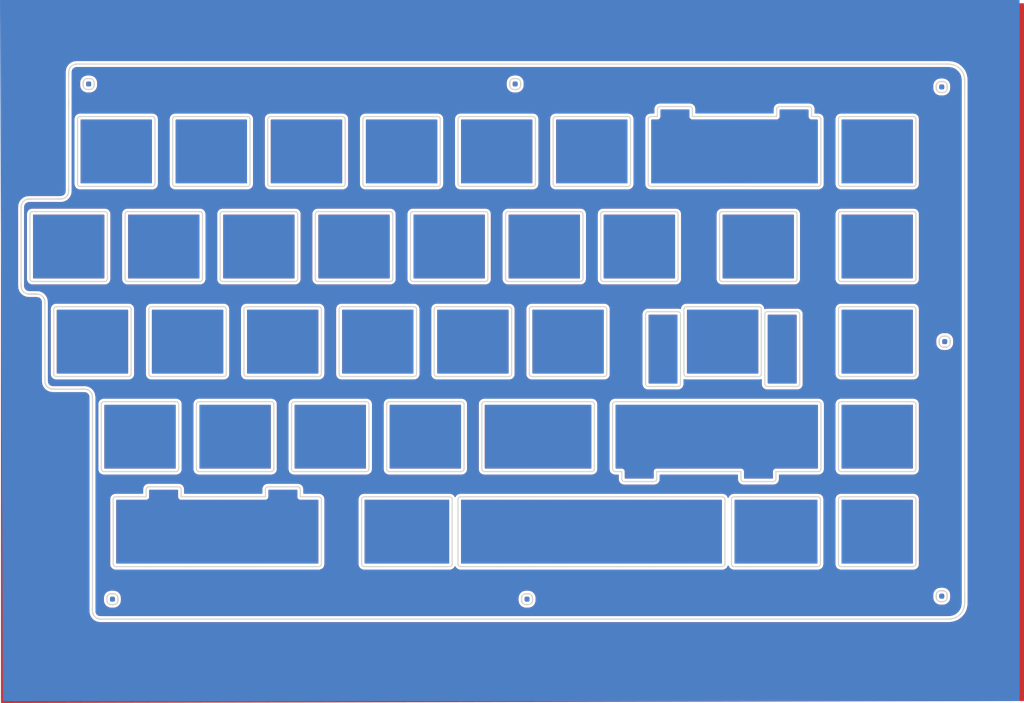
<source format=kicad_pcb>
(kicad_pcb (version 20171130) (host pcbnew "(6.0.0-rc1-dev-1625-ge5bef3416)")
  (layers (0 F.Cu signal) (31 B.Cu signal) (34 B.Paste user) (35 F.Paste user) (36 B.SilkS user) (37 F.SilkS user) (38 B.Mask user) (39 F.Mask user) (44 Edge.Cuts user))
  (net 0 "")
  (gr_line (start 153.754568 97.796222) (end 153.754568 96.296228) (layer Edge.Cuts) (width 0.2))
  (gr_curve (pts (xy 155.485319 82.296221) (xy 155.485319 82.296221) (xy 154.76706 82.296221) (xy 154.76706 82.296221)) (layer Edge.Cuts) (width 0.2))
  (gr_curve (pts (xy 111.37281 76.746224) (xy 111.37281 77.022366) (xy 111.596668 77.246224) (xy 111.87281 77.246224)) (layer Edge.Cuts) (width 0.2))
  (gr_curve (pts (xy 126.87281 63.746224) (xy 126.87281 63.470082) (xy 126.648953 63.246224) (xy 126.37281 63.246224)) (layer Edge.Cuts) (width 0.2))
  (gr_curve (pts (xy 111.87281 63.246224) (xy 111.596668 63.246224) (xy 111.37281 63.470082) (xy 111.37281 63.746224)) (layer Edge.Cuts) (width 0.2))
  (gr_line (start 126.87281 63.746224) (end 126.87281 76.746224) (layer Edge.Cuts) (width 0.2))
  (gr_line (start 45.91031 44.696224) (end 45.91031 57.696224) (layer Edge.Cuts) (width 0.2))
  (gr_line (start 26.14781 96.296224) (end 40.64781 96.296224) (layer Edge.Cuts) (width 0.2))
  (gr_line (start 26.14781 82.296224) (end 40.64781 82.296224) (layer Edge.Cuts) (width 0.2))
  (gr_line (start 84.01031 44.696224) (end 84.01031 57.696224) (layer Edge.Cuts) (width 0.2))
  (gr_curve (pts (xy 64.96031 44.696224) (xy 64.96031 44.420082) (xy 64.736453 44.196224) (xy 64.46031 44.196224)) (layer Edge.Cuts) (width 0.2))
  (gr_curve (pts (xy 50.17281 77.246224) (xy 50.448953 77.246224) (xy 50.67281 77.022366) (xy 50.67281 76.746224)) (layer Edge.Cuts) (width 0.2))
  (gr_curve (pts (xy 35.17281 76.746224) (xy 35.17281 77.022366) (xy 35.396668 77.246224) (xy 35.67281 77.246224)) (layer Edge.Cuts) (width 0.2))
  (gr_curve (pts (xy 159.01706 64.246224) (xy 158.740918 64.246224) (xy 158.51706 64.470082) (xy 158.51706 64.746224)) (layer Edge.Cuts) (width 0.2))
  (gr_line (start 134.64106 64.746224) (end 134.64106 78.746224) (layer Edge.Cuts) (width 0.2))
  (gr_curve (pts (xy 165.51706 64.746224) (xy 165.51706 64.470082) (xy 165.293203 64.246224) (xy 165.01706 64.246224)) (layer Edge.Cuts) (width 0.2))
  (gr_line (start 159.01706 79.246224) (end 165.01706 79.246224) (layer Edge.Cuts) (width 0.2))
  (gr_curve (pts (xy 141.64106 64.746224) (xy 141.64106 64.470082) (xy 141.417203 64.246224) (xy 141.14106 64.246224)) (layer Edge.Cuts) (width 0.2))
  (gr_curve (pts (xy 135.14106 64.246224) (xy 134.864918 64.246224) (xy 134.64106 64.470082) (xy 134.64106 64.746224)) (layer Edge.Cuts) (width 0.2))
  (gr_curve (pts (xy 69.01031 44.196224) (xy 68.734168 44.196224) (xy 68.51031 44.420082) (xy 68.51031 44.696224)) (layer Edge.Cuts) (width 0.2))
  (gr_curve (pts (xy 93.03531 39.146224) (xy 93.311453 39.146224) (xy 93.53531 38.922366) (xy 93.53531 38.646224)) (layer Edge.Cuts) (width 0.2))
  (gr_curve (pts (xy 78.03531 38.646224) (xy 78.03531 38.922366) (xy 78.259168 39.146224) (xy 78.53531 39.146224)) (layer Edge.Cuts) (width 0.2))
  (gr_curve (pts (xy 103.06031 44.696224) (xy 103.06031 44.420082) (xy 102.836453 44.196224) (xy 102.56031 44.196224)) (layer Edge.Cuts) (width 0.2))
  (gr_curve (pts (xy 88.06031 44.196224) (xy 87.784168 44.196224) (xy 87.56031 44.420082) (xy 87.56031 44.696224)) (layer Edge.Cuts) (width 0.2))
  (gr_line (start 103.06031 44.696224) (end 103.06031 57.696224) (layer Edge.Cuts) (width 0.2))
  (gr_line (start 87.56031 44.696224) (end 87.56031 57.696224) (layer Edge.Cuts) (width 0.2))
  (gr_line (start 88.06031 58.196224) (end 102.56031 58.196224) (layer Edge.Cuts) (width 0.2))
  (gr_line (start 88.06031 44.196224) (end 102.56031 44.196224) (layer Edge.Cuts) (width 0.2))
  (gr_curve (pts (xy 83.51031 58.196224) (xy 83.786453 58.196224) (xy 84.01031 57.972366) (xy 84.01031 57.696224)) (layer Edge.Cuts) (width 0.2))
  (gr_curve (pts (xy 68.51031 57.696224) (xy 68.51031 57.972366) (xy 68.734168 58.196224) (xy 69.01031 58.196224)) (layer Edge.Cuts) (width 0.2))
  (gr_curve (pts (xy 84.01031 44.696224) (xy 84.01031 44.420082) (xy 83.786453 44.196224) (xy 83.51031 44.196224)) (layer Edge.Cuts) (width 0.2))
  (gr_line (start 74.48531 25.646224) (end 74.48531 38.646224) (layer Edge.Cuts) (width 0.2))
  (gr_curve (pts (xy 59.48531 25.146224) (xy 59.209168 25.146224) (xy 58.98531 25.370082) (xy 58.98531 25.646224)) (layer Edge.Cuts) (width 0.2))
  (gr_curve (pts (xy 58.98531 38.646224) (xy 58.98531 38.922366) (xy 59.209168 39.146224) (xy 59.48531 39.146224)) (layer Edge.Cuts) (width 0.2))
  (gr_curve (pts (xy 93.53531 25.646224) (xy 93.53531 25.370082) (xy 93.311453 25.146224) (xy 93.03531 25.146224)) (layer Edge.Cuts) (width 0.2))
  (gr_curve (pts (xy 78.53531 25.146224) (xy 78.259168 25.146224) (xy 78.03531 25.370082) (xy 78.03531 25.646224)) (layer Edge.Cuts) (width 0.2))
  (gr_curve (pts (xy 73.98531 39.146224) (xy 74.261453 39.146224) (xy 74.48531 38.922366) (xy 74.48531 38.646224)) (layer Edge.Cuts) (width 0.2))
  (gr_curve (pts (xy 43.02907 101.346221) (xy 43.02907 101.346221) (xy 42.279051 101.346221) (xy 42.279051 101.346221)) (layer Edge.Cuts) (width 0.2))
  (gr_curve (pts (xy 43.566569 101.346221) (xy 43.566569 101.346221) (xy 43.02907 101.346221) (xy 43.02907 101.346221)) (layer Edge.Cuts) (width 0.2))
  (gr_curve (pts (xy 49.096421 101.346221) (xy 49.096421 101.346221) (xy 43.566569 101.346221) (xy 43.566569 101.346221)) (layer Edge.Cuts) (width 0.2))
  (gr_curve (pts (xy 54.7228 101.346221) (xy 54.7228 101.346221) (xy 49.096421 101.346221) (xy 49.096421 101.346221)) (layer Edge.Cuts) (width 0.2))
  (gr_curve (pts (xy 55.472819 101.346221) (xy 55.472819 101.346221) (xy 54.7228 101.346221) (xy 54.7228 101.346221)) (layer Edge.Cuts) (width 0.2))
  (gr_curve (pts (xy 56.566551 101.346221) (xy 56.566551 101.346221) (xy 55.472819 101.346221) (xy 55.472819 101.346221)) (layer Edge.Cuts) (width 0.2))
  (gr_curve (pts (xy 58.504568 101.346221) (xy 58.504568 101.346221) (xy 56.566551 101.346221) (xy 56.566551 101.346221)) (layer Edge.Cuts) (width 0.2))
  (gr_curve (pts (xy 58.504568 99.846226) (xy 58.504568 99.846226) (xy 58.504568 101.346221) (xy 58.504568 101.346221)) (layer Edge.Cuts) (width 0.2))
  (gr_curve (pts (xy 59.004559 99.346214) (xy 58.728413 99.346214) (xy 58.504568 99.57008) (xy 58.504568 99.846226)) (layer Edge.Cuts) (width 0.2))
  (gr_curve (pts (xy 65.004559 99.346214) (xy 65.004559 99.346214) (xy 59.004559 99.346214) (xy 59.004559 99.346214)) (layer Edge.Cuts) (width 0.2))
  (gr_curve (pts (xy 65.50455 99.846226) (xy 65.50455 99.57008) (xy 65.280705 99.346214) (xy 65.004559 99.346214)) (layer Edge.Cuts) (width 0.2))
  (gr_curve (pts (xy 94.666551 101.346221) (xy 94.666551 101.346221) (xy 92.770736 101.346221) (xy 92.770736 101.346221)) (layer Edge.Cuts) (width 0.2))
  (gr_curve (pts (xy 95.41657 101.346221) (xy 95.41657 101.346221) (xy 94.666551 101.346221) (xy 94.666551 101.346221)) (layer Edge.Cuts) (width 0.2))
  (gr_curve (pts (xy 169.76707 82.796233) (xy 169.76707 82.520087) (xy 169.543204 82.296221) (xy 169.267058 82.296221)) (layer Edge.Cuts) (width 0.2))
  (gr_curve (pts (xy 169.76707 95.796215) (xy 169.76707 95.796215) (xy 169.76707 82.796233) (xy 169.76707 82.796233)) (layer Edge.Cuts) (width 0.2))
  (gr_curve (pts (xy 169.267058 96.296228) (xy 169.543204 96.296228) (xy 169.76707 96.072361) (xy 169.76707 95.796215)) (layer Edge.Cuts) (width 0.2))
  (gr_curve (pts (xy 168.485301 96.296228) (xy 168.485301 96.296228) (xy 169.267058 96.296228) (xy 169.267058 96.296228)) (layer Edge.Cuts) (width 0.2))
  (gr_curve (pts (xy 160.75455 96.296228) (xy 160.75455 96.296228) (xy 168.485301 96.296228) (xy 168.485301 96.296228)) (layer Edge.Cuts) (width 0.2))
  (gr_curve (pts (xy 160.75455 97.796222) (xy 160.75455 97.796222) (xy 160.75455 96.296228) (xy 160.75455 96.296228)) (layer Edge.Cuts) (width 0.2))
  (gr_curve (pts (xy 160.254559 98.296235) (xy 160.530705 98.296235) (xy 160.75455 98.072368) (xy 160.75455 97.796222)) (layer Edge.Cuts) (width 0.2))
  (gr_curve (pts (xy 154.254559 98.296235) (xy 154.254559 98.296235) (xy 160.254559 98.296235) (xy 160.254559 98.296235)) (layer Edge.Cuts) (width 0.2))
  (gr_curve (pts (xy 153.754568 97.796222) (xy 153.754568 98.072368) (xy 153.978413 98.296235) (xy 154.254559 98.296235)) (layer Edge.Cuts) (width 0.2))
  (gr_curve (pts (xy 168.485301 82.296221) (xy 168.485301 82.296221) (xy 155.485319 82.296221) (xy 155.485319 82.296221)) (layer Edge.Cuts) (width 0.2))
  (gr_curve (pts (xy 149.435301 96.296228) (xy 149.435301 96.296228) (xy 151.816551 96.296228) (xy 153.754568 96.296228)) (layer Edge.Cuts) (width 0.2))
  (gr_curve (pts (xy 143.04157 96.296228) (xy 143.04157 96.296228) (xy 149.435301 96.296228) (xy 149.435301 96.296228)) (layer Edge.Cuts) (width 0.2))
  (gr_curve (pts (xy 142.291551 96.296228) (xy 142.291551 96.296228) (xy 143.04157 96.296228) (xy 143.04157 96.296228)) (layer Edge.Cuts) (width 0.2))
  (gr_curve (pts (xy 138.816569 96.296228) (xy 138.816569 96.296228) (xy 142.291551 96.296228) (xy 142.291551 96.296228)) (layer Edge.Cuts) (width 0.2))
  (gr_curve (pts (xy 138.331134 96.296228) (xy 138.331134 96.296228) (xy 138.816569 96.296228) (xy 138.816569 96.296228)) (layer Edge.Cuts) (width 0.2))
  (gr_curve (pts (xy 136.878552 96.296228) (xy 136.878552 96.296228) (xy 138.331134 96.296228) (xy 138.331134 96.296228)) (layer Edge.Cuts) (width 0.2))
  (gr_curve (pts (xy 136.878552 97.796222) (xy 136.878552 97.796222) (xy 136.878552 96.296228) (xy 136.878552 96.296228)) (layer Edge.Cuts) (width 0.2))
  (gr_curve (pts (xy 136.378561 98.296235) (xy 136.654707 98.296235) (xy 136.878552 98.072368) (xy 136.878552 97.796222)) (layer Edge.Cuts) (width 0.2))
  (gr_curve (pts (xy 130.378562 98.296235) (xy 130.378562 98.296235) (xy 136.378561 98.296235) (xy 136.378561 98.296235)) (layer Edge.Cuts) (width 0.2))
  (gr_curve (pts (xy 129.878571 97.796222) (xy 129.878571 98.072368) (xy 130.102416 98.296235) (xy 130.378562 98.296235)) (layer Edge.Cuts) (width 0.2))
  (gr_curve (pts (xy 129.878571 96.296228) (xy 129.878571 96.296228) (xy 129.878571 97.796222) (xy 129.878571 97.796222)) (layer Edge.Cuts) (width 0.2))
  (gr_curve (pts (xy 129.291569 96.296228) (xy 129.291569 96.296228) (xy 129.878571 96.296228) (xy 129.878571 96.296228)) (layer Edge.Cuts) (width 0.2))
  (gr_curve (pts (xy 128.54155 96.296228) (xy 128.54155 96.296228) (xy 129.291569 96.296228) (xy 129.291569 96.296228)) (layer Edge.Cuts) (width 0.2))
  (gr_curve (pts (xy 128.041559 95.796215) (xy 128.041559 96.072361) (xy 128.265426 96.296228) (xy 128.54155 96.296228)) (layer Edge.Cuts) (width 0.2))
  (gr_curve (pts (xy 128.041559 82.796233) (xy 128.041559 82.796233) (xy 128.041559 95.796215) (xy 128.041559 95.796215)) (layer Edge.Cuts) (width 0.2))
  (gr_curve (pts (xy 128.54155 82.296221) (xy 128.265426 82.296221) (xy 128.041559 82.520087) (xy 128.041559 82.796233)) (layer Edge.Cuts) (width 0.2))
  (gr_curve (pts (xy 129.291569 82.296221) (xy 129.291569 82.296221) (xy 128.54155 82.296221) (xy 128.54155 82.296221)) (layer Edge.Cuts) (width 0.2))
  (gr_curve (pts (xy 136.435319 82.296221) (xy 136.435319 82.296221) (xy 129.291569 82.296221) (xy 129.291569 82.296221)) (layer Edge.Cuts) (width 0.2))
  (gr_curve (pts (xy 138.331134 82.296221) (xy 138.331134 82.296221) (xy 136.435319 82.296221) (xy 136.435319 82.296221)) (layer Edge.Cuts) (width 0.2))
  (gr_curve (pts (xy 138.816569 82.296221) (xy 138.816569 82.296221) (xy 138.331134 82.296221) (xy 138.331134 82.296221)) (layer Edge.Cuts) (width 0.2))
  (gr_curve (pts (xy 142.291551 82.296221) (xy 142.291551 82.296221) (xy 138.816569 82.296221) (xy 138.816569 82.296221)) (layer Edge.Cuts) (width 0.2))
  (gr_curve (pts (xy 143.04157 82.296221) (xy 143.04157 82.296221) (xy 142.291551 82.296221) (xy 142.291551 82.296221)) (layer Edge.Cuts) (width 0.2))
  (gr_curve (pts (xy 149.435301 82.296221) (xy 149.435301 82.296221) (xy 143.04157 82.296221) (xy 143.04157 82.296221)) (layer Edge.Cuts) (width 0.2))
  (gr_curve (pts (xy 151.816551 82.296221) (xy 151.816551 82.296221) (xy 149.435301 82.296221) (xy 149.435301 82.296221)) (layer Edge.Cuts) (width 0.2))
  (gr_curve (pts (xy 154.76706 82.296221) (xy 152.831153 82.296221) (xy 151.816551 82.296221) (xy 151.816551 82.296221)) (layer Edge.Cuts) (width 0.2))
  (gr_curve (pts (xy 65.50455 101.346221) (xy 65.50455 101.346221) (xy 65.50455 99.846226) (xy 65.50455 99.846226)) (layer Edge.Cuts) (width 0.2))
  (gr_curve (pts (xy 68.472801 101.346221) (xy 68.472801 101.346221) (xy 65.50455 101.346221) (xy 65.50455 101.346221)) (layer Edge.Cuts) (width 0.2))
  (gr_curve (pts (xy 124.385301 82.796233) (xy 124.385301 82.520087) (xy 124.161456 82.296221) (xy 123.88531 82.296221)) (layer Edge.Cuts) (width 0.2))
  (gr_curve (pts (xy 124.385301 95.796215) (xy 124.385301 95.796215) (xy 124.385301 82.796233) (xy 124.385301 82.796233)) (layer Edge.Cuts) (width 0.2))
  (gr_curve (pts (xy 123.88531 96.296228) (xy 124.161456 96.296228) (xy 124.385301 96.072361) (xy 124.385301 95.796215)) (layer Edge.Cuts) (width 0.2))
  (gr_curve (pts (xy 123.241551 96.296228) (xy 123.241551 96.296228) (xy 123.88531 96.296228) (xy 123.88531 96.296228)) (layer Edge.Cuts) (width 0.2))
  (gr_curve (pts (xy 116.84782 96.296228) (xy 116.84782 96.296228) (xy 123.241551 96.296228) (xy 123.241551 96.296228)) (layer Edge.Cuts) (width 0.2))
  (gr_curve (pts (xy 116.097801 96.296228) (xy 116.097801 96.296228) (xy 116.84782 96.296228) (xy 116.84782 96.296228)) (layer Edge.Cuts) (width 0.2))
  (gr_curve (pts (xy 110.241569 96.296228) (xy 110.241569 96.296228) (xy 116.097801 96.296228) (xy 116.097801 96.296228)) (layer Edge.Cuts) (width 0.2))
  (gr_curve (pts (xy 109.385312 96.296228) (xy 109.385312 96.296228) (xy 110.241569 96.296228) (xy 110.241569 96.296228)) (layer Edge.Cuts) (width 0.2))
  (gr_curve (pts (xy 103.097819 96.296228) (xy 103.097819 96.296228) (xy 109.385312 96.296228) (xy 109.385312 96.296228)) (layer Edge.Cuts) (width 0.2))
  (gr_curve (pts (xy 102.3478 96.296228) (xy 102.3478 96.296228) (xy 103.097819 96.296228) (xy 103.097819 96.296228)) (layer Edge.Cuts) (width 0.2))
  (gr_curve (pts (xy 101.847809 95.796215) (xy 101.847809 96.072361) (xy 102.071676 96.296228) (xy 102.3478 96.296228)) (layer Edge.Cuts) (width 0.2))
  (gr_curve (pts (xy 101.847809 82.796233) (xy 101.847809 82.796233) (xy 101.847809 95.796215) (xy 101.847809 95.796215)) (layer Edge.Cuts) (width 0.2))
  (gr_curve (pts (xy 102.3478 82.296221) (xy 102.071676 82.296221) (xy 101.847809 82.520087) (xy 101.847809 82.796233)) (layer Edge.Cuts) (width 0.2))
  (gr_curve (pts (xy 103.097819 82.296221) (xy 103.097819 82.296221) (xy 102.3478 82.296221) (xy 102.3478 82.296221)) (layer Edge.Cuts) (width 0.2))
  (gr_curve (pts (xy 109.385312 82.296221) (xy 109.385312 82.296221) (xy 103.097819 82.296221) (xy 103.097819 82.296221)) (layer Edge.Cuts) (width 0.2))
  (gr_curve (pts (xy 110.241569 82.296221) (xy 110.241569 82.296221) (xy 109.385312 82.296221) (xy 109.385312 82.296221)) (layer Edge.Cuts) (width 0.2))
  (gr_curve (pts (xy 116.097801 82.296221) (xy 116.097801 82.296221) (xy 110.241569 82.296221) (xy 110.241569 82.296221)) (layer Edge.Cuts) (width 0.2))
  (gr_curve (pts (xy 116.84782 82.296221) (xy 116.84782 82.296221) (xy 116.097801 82.296221) (xy 116.097801 82.296221)) (layer Edge.Cuts) (width 0.2))
  (gr_curve (pts (xy 123.241551 82.296221) (xy 123.241551 82.296221) (xy 116.84782 82.296221) (xy 116.84782 82.296221)) (layer Edge.Cuts) (width 0.2))
  (gr_curve (pts (xy 169.735311 25.646233) (xy 169.735311 25.370087) (xy 169.511444 25.146221) (xy 169.23532 25.146221)) (layer Edge.Cuts) (width 0.2))
  (gr_curve (pts (xy 169.735311 38.646215) (xy 169.735311 38.646215) (xy 169.735311 25.646233) (xy 169.735311 25.646233)) (layer Edge.Cuts) (width 0.2))
  (gr_curve (pts (xy 169.23532 39.146228) (xy 169.511444 39.146228) (xy 169.735311 38.922361) (xy 169.735311 38.646215)) (layer Edge.Cuts) (width 0.2))
  (gr_curve (pts (xy 154.7353 39.146228) (xy 154.7353 39.146228) (xy 169.23532 39.146228) (xy 169.23532 39.146228)) (layer Edge.Cuts) (width 0.2))
  (gr_curve (pts (xy 154.626974 39.133718) (xy 154.661941 39.141469) (xy 154.698007 39.146228) (xy 154.7353 39.146228)) (layer Edge.Cuts) (width 0.2))
  (gr_curve (pts (xy 150.293647 39.133718) (xy 150.293647 39.133718) (xy 154.626974 39.133718) (xy 154.626974 39.133718)) (layer Edge.Cuts) (width 0.2))
  (gr_curve (pts (xy 150.18532 39.146228) (xy 150.222613 39.146228) (xy 150.258679 39.141469) (xy 150.293647 39.133718)) (layer Edge.Cuts) (width 0.2))
  (gr_curve (pts (xy 135.6853 39.146228) (xy 135.6853 39.146228) (xy 150.18532 39.146228) (xy 150.18532 39.146228)) (layer Edge.Cuts) (width 0.2))
  (gr_curve (pts (xy 135.185309 38.646215) (xy 135.185309 38.922361) (xy 135.409176 39.146228) (xy 135.6853 39.146228)) (layer Edge.Cuts) (width 0.2))
  (gr_curve (pts (xy 135.185309 25.646233) (xy 135.185309 25.646233) (xy 135.185309 38.646215) (xy 135.185309 38.646215)) (layer Edge.Cuts) (width 0.2))
  (gr_curve (pts (xy 135.6853 25.146221) (xy 135.409176 25.146221) (xy 135.185309 25.370087) (xy 135.185309 25.646233)) (layer Edge.Cuts) (width 0.2))
  (gr_curve (pts (xy 136.327057 25.146221) (xy 136.327057 25.146221) (xy 135.6853 25.146221) (xy 135.6853 25.146221)) (layer Edge.Cuts) (width 0.2))
  (gr_curve (pts (xy 136.435319 25.133732) (xy 136.398048 25.133732) (xy 136.362003 25.138491) (xy 136.327057 25.146221)) (layer Edge.Cuts) (width 0.2))
  (gr_curve (pts (xy 137.022321 25.133732) (xy 137.022321 25.133732) (xy 136.435319 25.133732) (xy 136.435319 25.133732)) (layer Edge.Cuts) (width 0.2))
  (gr_curve (pts (xy 137.022321 23.633716) (xy 137.022321 23.633716) (xy 137.022321 25.133732) (xy 137.022321 25.133732)) (layer Edge.Cuts) (width 0.2))
  (gr_curve (pts (xy 137.522312 23.133725) (xy 137.246166 23.133725) (xy 137.022321 23.357592) (xy 137.022321 23.633716)) (layer Edge.Cuts) (width 0.2))
  (gr_curve (pts (xy 143.522311 23.133725) (xy 143.522311 23.133725) (xy 137.522312 23.133725) (xy 137.522312 23.133725)) (layer Edge.Cuts) (width 0.2))
  (gr_curve (pts (xy 144.022302 23.633716) (xy 144.022302 23.357592) (xy 143.798457 23.133725) (xy 143.522311 23.133725)) (layer Edge.Cuts) (width 0.2))
  (gr_curve (pts (xy 144.022302 25.133732) (xy 144.022302 25.133732) (xy 144.022302 23.633716) (xy 144.022302 23.633716)) (layer Edge.Cuts) (width 0.2))
  (gr_curve (pts (xy 145.960319 25.133732) (xy 145.960319 25.133732) (xy 144.022302 25.133732) (xy 144.022302 25.133732)) (layer Edge.Cuts) (width 0.2))
  (gr_curve (pts (xy 149.435301 25.133732) (xy 149.435301 25.133732) (xy 145.960319 25.133732) (xy 145.960319 25.133732)) (layer Edge.Cuts) (width 0.2))
  (gr_curve (pts (xy 155.485319 25.133732) (xy 155.485319 25.133732) (xy 149.435301 25.133732) (xy 149.435301 25.133732)) (layer Edge.Cuts) (width 0.2))
  (gr_curve (pts (xy 158.960301 25.133732) (xy 158.960301 25.133732) (xy 155.485319 25.133732) (xy 155.485319 25.133732)) (layer Edge.Cuts) (width 0.2))
  (gr_curve (pts (xy 160.898318 25.133732) (xy 160.898318 25.133732) (xy 158.960301 25.133732) (xy 158.960301 25.133732)) (layer Edge.Cuts) (width 0.2))
  (gr_curve (pts (xy 160.898318 23.633716) (xy 160.898318 23.633716) (xy 160.898318 25.133732) (xy 160.898318 25.133732)) (layer Edge.Cuts) (width 0.2))
  (gr_curve (pts (xy 161.398309 23.133725) (xy 161.122163 23.133725) (xy 160.898318 23.357592) (xy 160.898318 23.633716)) (layer Edge.Cuts) (width 0.2))
  (gr_curve (pts (xy 167.398309 23.133725) (xy 167.398309 23.133725) (xy 161.398309 23.133725) (xy 161.398309 23.133725)) (layer Edge.Cuts) (width 0.2))
  (gr_curve (pts (xy 167.8983 23.633716) (xy 167.8983 23.357592) (xy 167.674455 23.133725) (xy 167.398309 23.133725)) (layer Edge.Cuts) (width 0.2))
  (gr_curve (pts (xy 167.8983 25.133732) (xy 167.8983 25.133732) (xy 167.8983 23.633716) (xy 167.8983 23.633716)) (layer Edge.Cuts) (width 0.2))
  (gr_curve (pts (xy 168.485301 25.133732) (xy 168.485301 25.133732) (xy 167.8983 25.133732) (xy 167.8983 25.133732)) (layer Edge.Cuts) (width 0.2))
  (gr_curve (pts (xy 168.593563 25.146221) (xy 168.558617 25.138491) (xy 168.522573 25.133732) (xy 168.485301 25.133732)) (layer Edge.Cuts) (width 0.2))
  (gr_curve (pts (xy 169.23532 25.146221) (xy 169.23532 25.146221) (xy 168.593563 25.146221) (xy 168.593563 25.146221)) (layer Edge.Cuts) (width 0.2))
  (gr_curve (pts (xy 123.88531 82.296221) (xy 123.88531 82.296221) (xy 123.241551 82.296221) (xy 123.241551 82.296221)) (layer Edge.Cuts) (width 0.2))
  (gr_curve (pts (xy 169.267058 82.296221) (xy 169.267058 82.296221) (xy 168.485301 82.296221) (xy 168.485301 82.296221)) (layer Edge.Cuts) (width 0.2))
  (gr_curve (pts (xy 69.22282 101.346221) (xy 69.22282 101.346221) (xy 68.472801 101.346221) (xy 68.472801 101.346221)) (layer Edge.Cuts) (width 0.2))
  (gr_curve (pts (xy 157.32906 77.246223) (xy 157.605203 77.246223) (xy 157.82906 77.022366) (xy 157.82906 76.746223)) (layer Edge.Cuts) (width 0.2))
  (gr_curve (pts (xy 142.32906 76.746223) (xy 142.32906 77.022366) (xy 142.552918 77.246223) (xy 142.82906 77.246223)) (layer Edge.Cuts) (width 0.2))
  (gr_curve (pts (xy 157.82906 63.746223) (xy 157.82906 63.470081) (xy 157.605203 63.246223) (xy 157.32906 63.246223)) (layer Edge.Cuts) (width 0.2))
  (gr_curve (pts (xy 142.82906 63.246223) (xy 142.552918 63.246223) (xy 142.32906 63.470081) (xy 142.32906 63.746223)) (layer Edge.Cuts) (width 0.2))
  (gr_line (start 157.82906 63.746223) (end 157.82906 76.746223) (layer Edge.Cuts) (width 0.2))
  (gr_line (start 142.32906 63.746223) (end 142.32906 76.746223) (layer Edge.Cuts) (width 0.2))
  (gr_line (start 142.82906 77.246223) (end 157.32906 77.246223) (layer Edge.Cuts) (width 0.2))
  (gr_line (start 142.82906 63.246223) (end 157.32906 63.246223) (layer Edge.Cuts) (width 0.2))
  (gr_curve (pts (xy 164.47281 58.196226) (xy 164.748953 58.196226) (xy 164.97281 57.972368) (xy 164.97281 57.696226)) (layer Edge.Cuts) (width 0.2))
  (gr_curve (pts (xy 149.47281 57.696226) (xy 149.47281 57.972368) (xy 149.696668 58.196226) (xy 149.97281 58.196226)) (layer Edge.Cuts) (width 0.2))
  (gr_curve (pts (xy 164.97281 44.696226) (xy 164.97281 44.420083) (xy 164.748953 44.196226) (xy 164.47281 44.196226)) (layer Edge.Cuts) (width 0.2))
  (gr_curve (pts (xy 149.97281 44.196226) (xy 149.696668 44.196226) (xy 149.47281 44.420083) (xy 149.47281 44.696226)) (layer Edge.Cuts) (width 0.2))
  (gr_line (start 164.97281 44.696226) (end 164.97281 57.696226) (layer Edge.Cuts) (width 0.2))
  (gr_line (start 149.47281 44.696226) (end 149.47281 57.696226) (layer Edge.Cuts) (width 0.2))
  (gr_line (start 149.97281 58.196226) (end 164.47281 58.196226) (layer Edge.Cuts) (width 0.2))
  (gr_line (start 149.97281 44.196226) (end 164.47281 44.196226) (layer Edge.Cuts) (width 0.2))
  (gr_curve (pts (xy 188.28531 115.346224) (xy 188.561453 115.346224) (xy 188.78531 115.122366) (xy 188.78531 114.846224)) (layer Edge.Cuts) (width 0.2))
  (gr_curve (pts (xy 173.28531 114.846224) (xy 173.28531 115.122366) (xy 173.509168 115.346224) (xy 173.78531 115.346224)) (layer Edge.Cuts) (width 0.2))
  (gr_curve (pts (xy 188.78531 101.846224) (xy 188.78531 101.570082) (xy 188.561453 101.346224) (xy 188.28531 101.346224)) (layer Edge.Cuts) (width 0.2))
  (gr_curve (pts (xy 173.78531 101.346224) (xy 173.509168 101.346224) (xy 173.28531 101.570082) (xy 173.28531 101.846224)) (layer Edge.Cuts) (width 0.2))
  (gr_line (start 188.78531 101.846224) (end 188.78531 114.846224) (layer Edge.Cuts) (width 0.2))
  (gr_line (start 173.28531 101.846224) (end 173.28531 114.846224) (layer Edge.Cuts) (width 0.2))
  (gr_line (start 173.78531 115.346224) (end 188.28531 115.346224) (layer Edge.Cuts) (width 0.2))
  (gr_line (start 173.78531 101.346224) (end 188.28531 101.346224) (layer Edge.Cuts) (width 0.2))
  (gr_curve (pts (xy 188.28531 96.296224) (xy 188.561453 96.296224) (xy 188.78531 96.072366) (xy 188.78531 95.796224)) (layer Edge.Cuts) (width 0.2))
  (gr_curve (pts (xy 173.28531 95.796224) (xy 173.28531 96.072366) (xy 173.509168 96.296224) (xy 173.78531 96.296224)) (layer Edge.Cuts) (width 0.2))
  (gr_curve (pts (xy 188.78531 82.796224) (xy 188.78531 82.520082) (xy 188.561453 82.296224) (xy 188.28531 82.296224)) (layer Edge.Cuts) (width 0.2))
  (gr_curve (pts (xy 173.78531 82.296224) (xy 173.509168 82.296224) (xy 173.28531 82.520082) (xy 173.28531 82.796224)) (layer Edge.Cuts) (width 0.2))
  (gr_line (start 188.78531 82.796224) (end 188.78531 95.796224) (layer Edge.Cuts) (width 0.2))
  (gr_line (start 173.28531 82.796224) (end 173.28531 95.796224) (layer Edge.Cuts) (width 0.2))
  (gr_line (start 173.78531 96.296224) (end 188.28531 96.296224) (layer Edge.Cuts) (width 0.2))
  (gr_line (start 173.78531 82.296224) (end 188.28531 82.296224) (layer Edge.Cuts) (width 0.2))
  (gr_curve (pts (xy 188.28531 77.246224) (xy 188.561453 77.246224) (xy 188.78531 77.022366) (xy 188.78531 76.746224)) (layer Edge.Cuts) (width 0.2))
  (gr_line (start 116.63531 25.146224) (end 131.13531 25.146224) (layer Edge.Cuts) (width 0.2))
  (gr_curve (pts (xy 95.916561 101.846233) (xy 95.916561 101.570087) (xy 95.692694 101.346221) (xy 95.41657 101.346221)) (layer Edge.Cuts) (width 0.2))
  (gr_curve (pts (xy 95.916561 114.846215) (xy 95.916561 114.846215) (xy 95.916561 101.846233) (xy 95.916561 101.846233)) (layer Edge.Cuts) (width 0.2))
  (gr_curve (pts (xy 95.41657 115.346228) (xy 95.692694 115.346228) (xy 95.916561 115.122361) (xy 95.916561 114.846215)) (layer Edge.Cuts) (width 0.2))
  (gr_curve (pts (xy 94.666551 115.346228) (xy 94.666551 115.346228) (xy 95.41657 115.346228) (xy 95.41657 115.346228)) (layer Edge.Cuts) (width 0.2))
  (gr_curve (pts (xy 92.770736 115.346228) (xy 92.770736 115.346228) (xy 94.666551 115.346228) (xy 94.666551 115.346228)) (layer Edge.Cuts) (width 0.2))
  (gr_curve (pts (xy 92.285301 115.346228) (xy 92.285301 115.346228) (xy 92.770736 115.346228) (xy 92.770736 115.346228)) (layer Edge.Cuts) (width 0.2))
  (gr_curve (pts (xy 81.666569 115.346228) (xy 81.666569 115.346228) (xy 92.285301 115.346228) (xy 92.285301 115.346228)) (layer Edge.Cuts) (width 0.2))
  (gr_curve (pts (xy 80.91655 115.346228) (xy 80.91655 115.346228) (xy 81.666569 115.346228) (xy 81.666569 115.346228)) (layer Edge.Cuts) (width 0.2))
  (gr_curve (pts (xy 79.285319 115.346228) (xy 79.285319 115.346228) (xy 80.91655 115.346228) (xy 80.91655 115.346228)) (layer Edge.Cuts) (width 0.2))
  (gr_curve (pts (xy 78.270717 115.346228) (xy 78.270717 115.346228) (xy 79.285319 115.346228) (xy 79.285319 115.346228)) (layer Edge.Cuts) (width 0.2))
  (gr_curve (pts (xy 77.770726 114.846215) (xy 77.770726 115.122361) (xy 77.994593 115.346228) (xy 78.270717 115.346228)) (layer Edge.Cuts) (width 0.2))
  (gr_curve (pts (xy 77.770726 101.846233) (xy 77.770726 101.846233) (xy 77.770726 114.846215) (xy 77.770726 114.846215)) (layer Edge.Cuts) (width 0.2))
  (gr_curve (pts (xy 78.270717 101.346221) (xy 77.994593 101.346221) (xy 77.770726 101.570087) (xy 77.770726 101.846233)) (layer Edge.Cuts) (width 0.2))
  (gr_curve (pts (xy 79.285319 101.346221) (xy 79.285319 101.346221) (xy 78.270717 101.346221) (xy 78.270717 101.346221)) (layer Edge.Cuts) (width 0.2))
  (gr_curve (pts (xy 80.91655 101.346221) (xy 80.91655 101.346221) (xy 79.285319 101.346221) (xy 79.285319 101.346221)) (layer Edge.Cuts) (width 0.2))
  (gr_curve (pts (xy 81.666569 101.346221) (xy 81.666569 101.346221) (xy 80.91655 101.346221) (xy 80.91655 101.346221)) (layer Edge.Cuts) (width 0.2))
  (gr_curve (pts (xy 92.285301 101.346221) (xy 92.285301 101.346221) (xy 81.666569 101.346221) (xy 81.666569 101.346221)) (layer Edge.Cuts) (width 0.2))
  (gr_curve (pts (xy 92.770736 101.346221) (xy 92.770736 101.346221) (xy 92.285301 101.346221) (xy 92.285301 101.346221)) (layer Edge.Cuts) (width 0.2))
  (gr_curve (pts (xy 69.722811 101.846233) (xy 69.722811 101.570087) (xy 69.498944 101.346221) (xy 69.22282 101.346221)) (layer Edge.Cuts) (width 0.2))
  (gr_curve (pts (xy 69.722811 114.846215) (xy 69.722811 114.846215) (xy 69.722811 101.846233) (xy 69.722811 101.846233)) (layer Edge.Cuts) (width 0.2))
  (gr_curve (pts (xy 69.22282 115.346228) (xy 69.498944 115.346228) (xy 69.722811 115.122361) (xy 69.722811 114.846215)) (layer Edge.Cuts) (width 0.2))
  (gr_curve (pts (xy 68.472801 115.346228) (xy 68.472801 115.346228) (xy 69.22282 115.346228) (xy 69.22282 115.346228)) (layer Edge.Cuts) (width 0.2))
  (gr_curve (pts (xy 56.566551 115.346228) (xy 56.566551 115.346228) (xy 68.472801 115.346228) (xy 68.472801 115.346228)) (layer Edge.Cuts) (width 0.2))
  (gr_curve (pts (xy 55.472819 115.346228) (xy 55.472819 115.346228) (xy 56.566551 115.346228) (xy 56.566551 115.346228)) (layer Edge.Cuts) (width 0.2))
  (gr_curve (pts (xy 54.7228 115.346228) (xy 54.7228 115.346228) (xy 55.472819 115.346228) (xy 55.472819 115.346228)) (layer Edge.Cuts) (width 0.2))
  (gr_curve (pts (xy 49.096421 115.346228) (xy 49.096421 115.346228) (xy 54.7228 115.346228) (xy 54.7228 115.346228)) (layer Edge.Cuts) (width 0.2))
  (gr_curve (pts (xy 43.566569 115.346228) (xy 43.566569 115.346228) (xy 49.096421 115.346228) (xy 49.096421 115.346228)) (layer Edge.Cuts) (width 0.2))
  (gr_curve (pts (xy 43.02907 115.346228) (xy 43.02907 115.346228) (xy 43.566569 115.346228) (xy 43.566569 115.346228)) (layer Edge.Cuts) (width 0.2))
  (gr_curve (pts (xy 42.279051 115.346228) (xy 42.279051 115.346228) (xy 43.02907 115.346228) (xy 43.02907 115.346228)) (layer Edge.Cuts) (width 0.2))
  (gr_curve (pts (xy 78.74781 96.296224) (xy 79.023953 96.296224) (xy 79.24781 96.072366) (xy 79.24781 95.796224)) (layer Edge.Cuts) (width 0.2))
  (gr_curve (pts (xy 63.74781 95.796224) (xy 63.74781 96.072366) (xy 63.971668 96.296224) (xy 64.24781 96.296224)) (layer Edge.Cuts) (width 0.2))
  (gr_curve (pts (xy 173.28531 76.746224) (xy 173.28531 77.022366) (xy 173.509168 77.246224) (xy 173.78531 77.246224)) (layer Edge.Cuts) (width 0.2))
  (gr_curve (pts (xy 188.78531 63.746224) (xy 188.78531 63.470082) (xy 188.561453 63.246224) (xy 188.28531 63.246224)) (layer Edge.Cuts) (width 0.2))
  (gr_curve (pts (xy 173.78531 63.246224) (xy 173.509168 63.246224) (xy 173.28531 63.470082) (xy 173.28531 63.746224)) (layer Edge.Cuts) (width 0.2))
  (gr_line (start 188.78531 63.746224) (end 188.78531 76.746224) (layer Edge.Cuts) (width 0.2))
  (gr_line (start 173.28531 63.746224) (end 173.28531 76.746224) (layer Edge.Cuts) (width 0.2))
  (gr_line (start 173.78531 77.246224) (end 188.28531 77.246224) (layer Edge.Cuts) (width 0.2))
  (gr_line (start 173.78531 63.246224) (end 188.28531 63.246224) (layer Edge.Cuts) (width 0.2))
  (gr_curve (pts (xy 188.28531 58.196224) (xy 188.561453 58.196224) (xy 188.78531 57.972366) (xy 188.78531 57.696224)) (layer Edge.Cuts) (width 0.2))
  (gr_curve (pts (xy 173.28531 57.696224) (xy 173.28531 57.972366) (xy 173.509168 58.196224) (xy 173.78531 58.196224)) (layer Edge.Cuts) (width 0.2))
  (gr_curve (pts (xy 188.78531 44.696224) (xy 188.78531 44.420082) (xy 188.561453 44.196224) (xy 188.28531 44.196224)) (layer Edge.Cuts) (width 0.2))
  (gr_curve (pts (xy 173.78531 44.196224) (xy 173.509168 44.196224) (xy 173.28531 44.420082) (xy 173.28531 44.696224)) (layer Edge.Cuts) (width 0.2))
  (gr_line (start 188.78531 44.696224) (end 188.78531 57.696224) (layer Edge.Cuts) (width 0.2))
  (gr_line (start 173.28531 44.696224) (end 173.28531 57.696224) (layer Edge.Cuts) (width 0.2))
  (gr_line (start 173.78531 58.196224) (end 188.28531 58.196224) (layer Edge.Cuts) (width 0.2))
  (gr_line (start 173.78531 44.196224) (end 188.28531 44.196224) (layer Edge.Cuts) (width 0.2))
  (gr_curve (pts (xy 188.28531 39.146224) (xy 188.561453 39.146224) (xy 188.78531 38.922366) (xy 188.78531 38.646224)) (layer Edge.Cuts) (width 0.2))
  (gr_curve (pts (xy 173.28531 38.646224) (xy 173.28531 38.922366) (xy 173.509168 39.146224) (xy 173.78531 39.146224)) (layer Edge.Cuts) (width 0.2))
  (gr_curve (pts (xy 188.78531 25.646224) (xy 188.78531 25.370082) (xy 188.561453 25.146224) (xy 188.28531 25.146224)) (layer Edge.Cuts) (width 0.2))
  (gr_curve (pts (xy 173.78531 25.146224) (xy 173.509168 25.146224) (xy 173.28531 25.370082) (xy 173.28531 25.646224)) (layer Edge.Cuts) (width 0.2))
  (gr_line (start 188.78531 25.646224) (end 188.78531 38.646224) (layer Edge.Cuts) (width 0.2))
  (gr_line (start 173.28531 25.646224) (end 173.28531 38.646224) (layer Edge.Cuts) (width 0.2))
  (gr_line (start 173.78531 39.146224) (end 188.28531 39.146224) (layer Edge.Cuts) (width 0.2))
  (gr_line (start 173.78531 25.146224) (end 188.28531 25.146224) (layer Edge.Cuts) (width 0.2))
  (gr_curve (pts (xy 140.66031 58.196224) (xy 140.936453 58.196224) (xy 141.16031 57.972366) (xy 141.16031 57.696224)) (layer Edge.Cuts) (width 0.2))
  (gr_curve (pts (xy 125.66031 57.696224) (xy 125.66031 57.972366) (xy 125.884168 58.196224) (xy 126.16031 58.196224)) (layer Edge.Cuts) (width 0.2))
  (gr_curve (pts (xy 141.16031 44.696224) (xy 141.16031 44.420082) (xy 140.936453 44.196224) (xy 140.66031 44.196224)) (layer Edge.Cuts) (width 0.2))
  (gr_curve (pts (xy 126.16031 44.196224) (xy 125.884168 44.196224) (xy 125.66031 44.420082) (xy 125.66031 44.696224)) (layer Edge.Cuts) (width 0.2))
  (gr_line (start 141.16031 44.696224) (end 141.16031 57.696224) (layer Edge.Cuts) (width 0.2))
  (gr_line (start 125.66031 44.696224) (end 125.66031 57.696224) (layer Edge.Cuts) (width 0.2))
  (gr_line (start 126.16031 58.196224) (end 140.66031 58.196224) (layer Edge.Cuts) (width 0.2))
  (gr_line (start 126.16031 44.196224) (end 140.66031 44.196224) (layer Edge.Cuts) (width 0.2))
  (gr_curve (pts (xy 126.37281 77.246224) (xy 126.648953 77.246224) (xy 126.87281 77.022366) (xy 126.87281 76.746224)) (layer Edge.Cuts) (width 0.2))
  (gr_curve (pts (xy 34.596423 115.346228) (xy 34.596423 115.346228) (xy 42.279051 115.346228) (xy 42.279051 115.346228)) (layer Edge.Cuts) (width 0.2))
  (gr_curve (pts (xy 29.279069 115.346228) (xy 29.279069 115.346228) (xy 34.596423 115.346228) (xy 34.596423 115.346228)) (layer Edge.Cuts) (width 0.2))
  (gr_curve (pts (xy 28.52905 115.346228) (xy 28.52905 115.346228) (xy 29.279069 115.346228) (xy 29.279069 115.346228)) (layer Edge.Cuts) (width 0.2))
  (gr_curve (pts (xy 28.029059 114.846215) (xy 28.029059 115.122361) (xy 28.252926 115.346228) (xy 28.52905 115.346228)) (layer Edge.Cuts) (width 0.2))
  (gr_curve (pts (xy 28.029059 101.846233) (xy 28.029059 101.846233) (xy 28.029059 114.846215) (xy 28.029059 114.846215)) (layer Edge.Cuts) (width 0.2))
  (gr_curve (pts (xy 28.52905 101.346221) (xy 28.252926 101.346221) (xy 28.029059 101.570087) (xy 28.029059 101.846233)) (layer Edge.Cuts) (width 0.2))
  (gr_curve (pts (xy 29.279069 101.346221) (xy 29.279069 101.346221) (xy 28.52905 101.346221) (xy 28.52905 101.346221)) (layer Edge.Cuts) (width 0.2))
  (gr_curve (pts (xy 34.596423 101.346221) (xy 34.596423 101.346221) (xy 29.279069 101.346221) (xy 29.279069 101.346221)) (layer Edge.Cuts) (width 0.2))
  (gr_curve (pts (xy 34.628571 101.346221) (xy 34.628571 101.346221) (xy 34.596423 101.346221) (xy 34.596423 101.346221)) (layer Edge.Cuts) (width 0.2))
  (gr_curve (pts (xy 34.628571 99.846226) (xy 34.628571 99.846226) (xy 34.628571 101.346221) (xy 34.628571 101.346221)) (layer Edge.Cuts) (width 0.2))
  (gr_curve (pts (xy 35.128562 99.346214) (xy 34.852416 99.346214) (xy 34.628571 99.57008) (xy 34.628571 99.846226)) (layer Edge.Cuts) (width 0.2))
  (gr_curve (pts (xy 41.128561 99.346214) (xy 41.128561 99.346214) (xy 35.128562 99.346214) (xy 35.128562 99.346214)) (layer Edge.Cuts) (width 0.2))
  (gr_curve (pts (xy 41.628552 99.846226) (xy 41.628552 99.57008) (xy 41.404707 99.346214) (xy 41.128561 99.346214)) (layer Edge.Cuts) (width 0.2))
  (gr_curve (pts (xy 41.628552 101.346221) (xy 41.628552 101.346221) (xy 41.628552 99.846226) (xy 41.628552 99.846226)) (layer Edge.Cuts) (width 0.2))
  (gr_curve (pts (xy 42.279051 101.346221) (xy 42.279051 101.346221) (xy 41.628552 101.346221) (xy 41.628552 101.346221)) (layer Edge.Cuts) (width 0.2))
  (gr_curve (pts (xy 30.91031 44.196224) (xy 30.634168 44.196224) (xy 30.41031 44.420082) (xy 30.41031 44.696224)) (layer Edge.Cuts) (width 0.2))
  (gr_line (start 50.67281 63.746224) (end 50.67281 76.746224) (layer Edge.Cuts) (width 0.2))
  (gr_line (start 35.17281 63.746224) (end 35.17281 76.746224) (layer Edge.Cuts) (width 0.2))
  (gr_line (start 49.46031 44.696224) (end 49.46031 57.696224) (layer Edge.Cuts) (width 0.2))
  (gr_curve (pts (xy 88.27281 77.246224) (xy 88.548953 77.246224) (xy 88.77281 77.022366) (xy 88.77281 76.746224)) (layer Edge.Cuts) (width 0.2))
  (gr_curve (pts (xy 73.27281 76.746224) (xy 73.27281 77.022366) (xy 73.496668 77.246224) (xy 73.77281 77.246224)) (layer Edge.Cuts) (width 0.2))
  (gr_line (start 98.29781 82.796224) (end 98.29781 95.796224) (layer Edge.Cuts) (width 0.2))
  (gr_line (start 82.79781 82.796224) (end 82.79781 95.796224) (layer Edge.Cuts) (width 0.2))
  (gr_line (start 64.24781 96.296224) (end 78.74781 96.296224) (layer Edge.Cuts) (width 0.2))
  (gr_line (start 64.24781 82.296224) (end 78.74781 82.296224) (layer Edge.Cuts) (width 0.2))
  (gr_line (start 26.86031 44.696224) (end 26.86031 57.696224) (layer Edge.Cuts) (width 0.2))
  (gr_curve (pts (xy 40.64781 96.296224) (xy 40.923953 96.296224) (xy 41.14781 96.072366) (xy 41.14781 95.796224)) (layer Edge.Cuts) (width 0.2))
  (gr_curve (pts (xy 25.64781 95.796224) (xy 25.64781 96.072366) (xy 25.871668 96.296224) (xy 26.14781 96.296224)) (layer Edge.Cuts) (width 0.2))
  (gr_curve (pts (xy 131.63531 25.646224) (xy 131.63531 25.370082) (xy 131.411453 25.146224) (xy 131.13531 25.146224)) (layer Edge.Cuts) (width 0.2))
  (gr_curve (pts (xy 11.86031 44.196224) (xy 11.584168 44.196224) (xy 11.36031 44.420082) (xy 11.36031 44.696224)) (layer Edge.Cuts) (width 0.2))
  (gr_curve (pts (xy 116.13531 38.646224) (xy 116.13531 38.922366) (xy 116.359168 39.146224) (xy 116.63531 39.146224)) (layer Edge.Cuts) (width 0.2))
  (gr_curve (pts (xy 131.13531 39.146224) (xy 131.411453 39.146224) (xy 131.63531 38.922366) (xy 131.63531 38.646224)) (layer Edge.Cuts) (width 0.2))
  (gr_line (start 11.86031 58.196224) (end 26.36031 58.196224) (layer Edge.Cuts) (width 0.2))
  (gr_line (start 11.86031 44.196224) (end 26.36031 44.196224) (layer Edge.Cuts) (width 0.2))
  (gr_curve (pts (xy 59.69781 96.296224) (xy 59.973953 96.296224) (xy 60.19781 96.072366) (xy 60.19781 95.796224)) (layer Edge.Cuts) (width 0.2))
  (gr_curve (pts (xy 44.69781 95.796224) (xy 44.69781 96.072366) (xy 44.921668 96.296224) (xy 45.19781 96.296224)) (layer Edge.Cuts) (width 0.2))
  (gr_curve (pts (xy 31.12281 77.246224) (xy 31.398953 77.246224) (xy 31.62281 77.022366) (xy 31.62281 76.746224)) (layer Edge.Cuts) (width 0.2))
  (gr_curve (pts (xy 16.12281 76.746224) (xy 16.12281 77.022366) (xy 16.346668 77.246224) (xy 16.62281 77.246224)) (layer Edge.Cuts) (width 0.2))
  (gr_line (start 11.36031 44.696224) (end 11.36031 57.696224) (layer Edge.Cuts) (width 0.2))
  (gr_line (start 64.96031 44.696224) (end 64.96031 57.696224) (layer Edge.Cuts) (width 0.2))
  (gr_curve (pts (xy 88.77281 63.746224) (xy 88.77281 63.470082) (xy 88.548953 63.246224) (xy 88.27281 63.246224)) (layer Edge.Cuts) (width 0.2))
  (gr_curve (pts (xy 73.77281 63.246224) (xy 73.496668 63.246224) (xy 73.27281 63.470082) (xy 73.27281 63.746224)) (layer Edge.Cuts) (width 0.2))
  (gr_line (start 122.11031 44.696224) (end 122.11031 57.696224) (layer Edge.Cuts) (width 0.2))
  (gr_line (start 30.91031 44.196224) (end 45.41031 44.196224) (layer Edge.Cuts) (width 0.2))
  (gr_line (start 30.41031 44.696224) (end 30.41031 57.696224) (layer Edge.Cuts) (width 0.2))
  (gr_curve (pts (xy 26.86031 44.696224) (xy 26.86031 44.420082) (xy 26.636453 44.196224) (xy 26.36031 44.196224)) (layer Edge.Cuts) (width 0.2))
  (gr_line (start 54.72281 77.246224) (end 69.22281 77.246224) (layer Edge.Cuts) (width 0.2))
  (gr_line (start 54.72281 63.246224) (end 69.22281 63.246224) (layer Edge.Cuts) (width 0.2))
  (gr_curve (pts (xy 69.22281 77.246224) (xy 69.498953 77.246224) (xy 69.72281 77.022366) (xy 69.72281 76.746224)) (layer Edge.Cuts) (width 0.2))
  (gr_curve (pts (xy 54.22281 76.746224) (xy 54.22281 77.022366) (xy 54.446668 77.246224) (xy 54.72281 77.246224)) (layer Edge.Cuts) (width 0.2))
  (gr_curve (pts (xy 98.29781 82.796224) (xy 98.29781 82.520082) (xy 98.073953 82.296224) (xy 97.79781 82.296224)) (layer Edge.Cuts) (width 0.2))
  (gr_curve (pts (xy 83.29781 82.296224) (xy 83.021668 82.296224) (xy 82.79781 82.520082) (xy 82.79781 82.796224)) (layer Edge.Cuts) (width 0.2))
  (gr_curve (pts (xy 30.41031 57.696224) (xy 30.41031 57.972366) (xy 30.634168 58.196224) (xy 30.91031 58.196224)) (layer Edge.Cuts) (width 0.2))
  (gr_curve (pts (xy 69.72281 63.746224) (xy 69.72281 63.470082) (xy 69.498953 63.246224) (xy 69.22281 63.246224)) (layer Edge.Cuts) (width 0.2))
  (gr_curve (pts (xy 54.72281 63.246224) (xy 54.446668 63.246224) (xy 54.22281 63.470082) (xy 54.22281 63.746224)) (layer Edge.Cuts) (width 0.2))
  (gr_curve (pts (xy 45.91031 44.696224) (xy 45.91031 44.420082) (xy 45.686453 44.196224) (xy 45.41031 44.196224)) (layer Edge.Cuts) (width 0.2))
  (gr_line (start 73.77281 77.246224) (end 88.27281 77.246224) (layer Edge.Cuts) (width 0.2))
  (gr_line (start 73.77281 63.246224) (end 88.27281 63.246224) (layer Edge.Cuts) (width 0.2))
  (gr_curve (pts (xy 26.36031 58.196224) (xy 26.636453 58.196224) (xy 26.86031 57.972366) (xy 26.86031 57.696224)) (layer Edge.Cuts) (width 0.2))
  (gr_line (start 35.67281 77.246224) (end 50.17281 77.246224) (layer Edge.Cuts) (width 0.2))
  (gr_line (start 35.67281 63.246224) (end 50.17281 63.246224) (layer Edge.Cuts) (width 0.2))
  (gr_curve (pts (xy 64.46031 58.196224) (xy 64.736453 58.196224) (xy 64.96031 57.972366) (xy 64.96031 57.696224)) (layer Edge.Cuts) (width 0.2))
  (gr_curve (pts (xy 50.67281 63.746224) (xy 50.67281 63.470082) (xy 50.448953 63.246224) (xy 50.17281 63.246224)) (layer Edge.Cuts) (width 0.2))
  (gr_curve (pts (xy 35.67281 63.246224) (xy 35.396668 63.246224) (xy 35.17281 63.470082) (xy 35.17281 63.746224)) (layer Edge.Cuts) (width 0.2))
  (gr_line (start 69.01031 44.196224) (end 83.51031 44.196224) (layer Edge.Cuts) (width 0.2))
  (gr_line (start 31.62281 63.746224) (end 31.62281 76.746224) (layer Edge.Cuts) (width 0.2))
  (gr_line (start 16.12281 63.746224) (end 16.12281 76.746224) (layer Edge.Cuts) (width 0.2))
  (gr_line (start 69.01031 58.196224) (end 83.51031 58.196224) (layer Edge.Cuts) (width 0.2))
  (gr_curve (pts (xy 107.32281 77.246224) (xy 107.598953 77.246224) (xy 107.82281 77.022366) (xy 107.82281 76.746224)) (layer Edge.Cuts) (width 0.2))
  (gr_curve (pts (xy 92.32281 76.746224) (xy 92.32281 77.022366) (xy 92.546668 77.246224) (xy 92.82281 77.246224)) (layer Edge.Cuts) (width 0.2))
  (gr_curve (pts (xy 97.58531 25.146224) (xy 97.309168 25.146224) (xy 97.08531 25.370082) (xy 97.08531 25.646224)) (layer Edge.Cuts) (width 0.2))
  (gr_curve (pts (xy 79.24781 82.796224) (xy 79.24781 82.520082) (xy 79.023953 82.296224) (xy 78.74781 82.296224)) (layer Edge.Cuts) (width 0.2))
  (gr_curve (pts (xy 64.24781 82.296224) (xy 63.971668 82.296224) (xy 63.74781 82.520082) (xy 63.74781 82.796224)) (layer Edge.Cuts) (width 0.2))
  (gr_curve (pts (xy 97.08531 38.646224) (xy 97.08531 38.922366) (xy 97.309168 39.146224) (xy 97.58531 39.146224)) (layer Edge.Cuts) (width 0.2))
  (gr_line (start 112.58531 25.646224) (end 112.58531 38.646224) (layer Edge.Cuts) (width 0.2))
  (gr_curve (pts (xy 41.14781 82.796224) (xy 41.14781 82.520082) (xy 40.923953 82.296224) (xy 40.64781 82.296224)) (layer Edge.Cuts) (width 0.2))
  (gr_curve (pts (xy 26.14781 82.296224) (xy 25.871668 82.296224) (xy 25.64781 82.520082) (xy 25.64781 82.796224)) (layer Edge.Cuts) (width 0.2))
  (gr_curve (pts (xy 31.62281 63.746224) (xy 31.62281 63.470082) (xy 31.398953 63.246224) (xy 31.12281 63.246224)) (layer Edge.Cuts) (width 0.2))
  (gr_curve (pts (xy 16.62281 63.246224) (xy 16.346668 63.246224) (xy 16.12281 63.470082) (xy 16.12281 63.746224)) (layer Edge.Cuts) (width 0.2))
  (gr_line (start 41.14781 82.796224) (end 41.14781 95.796224) (layer Edge.Cuts) (width 0.2))
  (gr_line (start 25.64781 82.796224) (end 25.64781 95.796224) (layer Edge.Cuts) (width 0.2))
  (gr_line (start 79.24781 82.796224) (end 79.24781 95.796224) (layer Edge.Cuts) (width 0.2))
  (gr_line (start 63.74781 82.796224) (end 63.74781 95.796224) (layer Edge.Cuts) (width 0.2))
  (gr_line (start 68.51031 44.696224) (end 68.51031 57.696224) (layer Edge.Cuts) (width 0.2))
  (gr_curve (pts (xy 87.56031 57.696224) (xy 87.56031 57.972366) (xy 87.784168 58.196224) (xy 88.06031 58.196224)) (layer Edge.Cuts) (width 0.2))
  (gr_line (start 107.11031 58.196224) (end 121.61031 58.196224) (layer Edge.Cuts) (width 0.2))
  (gr_line (start 97.08531 25.646224) (end 97.08531 38.646224) (layer Edge.Cuts) (width 0.2))
  (gr_line (start 106.61031 44.696224) (end 106.61031 57.696224) (layer Edge.Cuts) (width 0.2))
  (gr_line (start 97.58531 39.146224) (end 112.08531 39.146224) (layer Edge.Cuts) (width 0.2))
  (gr_curve (pts (xy 112.58531 25.646224) (xy 112.58531 25.370082) (xy 112.361453 25.146224) (xy 112.08531 25.146224)) (layer Edge.Cuts) (width 0.2))
  (gr_line (start 49.96031 44.196224) (end 64.46031 44.196224) (layer Edge.Cuts) (width 0.2))
  (gr_line (start 69.72281 63.746224) (end 69.72281 76.746224) (layer Edge.Cuts) (width 0.2))
  (gr_line (start 54.22281 63.746224) (end 54.22281 76.746224) (layer Edge.Cuts) (width 0.2))
  (gr_curve (pts (xy 45.41031 58.196224) (xy 45.686453 58.196224) (xy 45.91031 57.972366) (xy 45.91031 57.696224)) (layer Edge.Cuts) (width 0.2))
  (gr_curve (pts (xy 60.19781 82.796224) (xy 60.19781 82.520082) (xy 59.973953 82.296224) (xy 59.69781 82.296224)) (layer Edge.Cuts) (width 0.2))
  (gr_curve (pts (xy 45.19781 82.296224) (xy 44.921668 82.296224) (xy 44.69781 82.520082) (xy 44.69781 82.796224)) (layer Edge.Cuts) (width 0.2))
  (gr_line (start 116.63531 39.146224) (end 131.13531 39.146224) (layer Edge.Cuts) (width 0.2))
  (gr_line (start 16.62281 77.246224) (end 31.12281 77.246224) (layer Edge.Cuts) (width 0.2))
  (gr_line (start 16.62281 63.246224) (end 31.12281 63.246224) (layer Edge.Cuts) (width 0.2))
  (gr_line (start 60.19781 82.796224) (end 60.19781 95.796224) (layer Edge.Cuts) (width 0.2))
  (gr_line (start 44.69781 82.796224) (end 44.69781 95.796224) (layer Edge.Cuts) (width 0.2))
  (gr_curve (pts (xy 49.46031 57.696224) (xy 49.46031 57.972366) (xy 49.684168 58.196224) (xy 49.96031 58.196224)) (layer Edge.Cuts) (width 0.2))
  (gr_curve (pts (xy 121.61031 58.196224) (xy 121.886453 58.196224) (xy 122.11031 57.972366) (xy 122.11031 57.696224)) (layer Edge.Cuts) (width 0.2))
  (gr_curve (pts (xy 106.61031 57.696224) (xy 106.61031 57.972366) (xy 106.834168 58.196224) (xy 107.11031 58.196224)) (layer Edge.Cuts) (width 0.2))
  (gr_curve (pts (xy 97.79781 96.296224) (xy 98.073953 96.296224) (xy 98.29781 96.072366) (xy 98.29781 95.796224)) (layer Edge.Cuts) (width 0.2))
  (gr_curve (pts (xy 82.79781 95.796224) (xy 82.79781 96.072366) (xy 83.021668 96.296224) (xy 83.29781 96.296224)) (layer Edge.Cuts) (width 0.2))
  (gr_curve (pts (xy 102.56031 58.196224) (xy 102.836453 58.196224) (xy 103.06031 57.972366) (xy 103.06031 57.696224)) (layer Edge.Cuts) (width 0.2))
  (gr_curve (pts (xy 11.36031 57.696224) (xy 11.36031 57.972366) (xy 11.584168 58.196224) (xy 11.86031 58.196224)) (layer Edge.Cuts) (width 0.2))
  (gr_line (start 116.13531 25.646224) (end 116.13531 38.646224) (layer Edge.Cuts) (width 0.2))
  (gr_line (start 107.11031 44.196224) (end 121.61031 44.196224) (layer Edge.Cuts) (width 0.2))
  (gr_curve (pts (xy 49.96031 44.196224) (xy 49.684168 44.196224) (xy 49.46031 44.420082) (xy 49.46031 44.696224)) (layer Edge.Cuts) (width 0.2))
  (gr_line (start 97.58531 25.146224) (end 112.08531 25.146224) (layer Edge.Cuts) (width 0.2))
  (gr_line (start 49.96031 58.196224) (end 64.46031 58.196224) (layer Edge.Cuts) (width 0.2))
  (gr_line (start 111.37281 63.746224) (end 111.37281 76.746224) (layer Edge.Cuts) (width 0.2))
  (gr_line (start 111.87281 77.246224) (end 126.37281 77.246224) (layer Edge.Cuts) (width 0.2))
  (gr_line (start 111.87281 63.246224) (end 126.37281 63.246224) (layer Edge.Cuts) (width 0.2))
  (gr_line (start 92.82281 77.246224) (end 107.32281 77.246224) (layer Edge.Cuts) (width 0.2))
  (gr_line (start 92.82281 63.246224) (end 107.32281 63.246224) (layer Edge.Cuts) (width 0.2))
  (gr_line (start 107.82281 63.746224) (end 107.82281 76.746224) (layer Edge.Cuts) (width 0.2))
  (gr_line (start 92.32281 63.746224) (end 92.32281 76.746224) (layer Edge.Cuts) (width 0.2))
  (gr_curve (pts (xy 107.82281 63.746224) (xy 107.82281 63.470082) (xy 107.598953 63.246224) (xy 107.32281 63.246224)) (layer Edge.Cuts) (width 0.2))
  (gr_curve (pts (xy 92.82281 63.246224) (xy 92.546668 63.246224) (xy 92.32281 63.470082) (xy 92.32281 63.746224)) (layer Edge.Cuts) (width 0.2))
  (gr_line (start 88.77281 63.746224) (end 88.77281 76.746224) (layer Edge.Cuts) (width 0.2))
  (gr_line (start 73.27281 63.746224) (end 73.27281 76.746224) (layer Edge.Cuts) (width 0.2))
  (gr_line (start 45.19781 96.296224) (end 59.69781 96.296224) (layer Edge.Cuts) (width 0.2))
  (gr_line (start 45.19781 82.296224) (end 59.69781 82.296224) (layer Edge.Cuts) (width 0.2))
  (gr_curve (pts (xy 112.08531 39.146224) (xy 112.361453 39.146224) (xy 112.58531 38.922366) (xy 112.58531 38.646224)) (layer Edge.Cuts) (width 0.2))
  (gr_curve (pts (xy 122.11031 44.696224) (xy 122.11031 44.420082) (xy 121.886453 44.196224) (xy 121.61031 44.196224)) (layer Edge.Cuts) (width 0.2))
  (gr_curve (pts (xy 107.11031 44.196224) (xy 106.834168 44.196224) (xy 106.61031 44.420082) (xy 106.61031 44.696224)) (layer Edge.Cuts) (width 0.2))
  (gr_line (start 83.29781 96.296224) (end 97.79781 96.296224) (layer Edge.Cuts) (width 0.2))
  (gr_line (start 83.29781 82.296224) (end 97.79781 82.296224) (layer Edge.Cuts) (width 0.2))
  (gr_line (start 131.63531 25.646224) (end 131.63531 38.646224) (layer Edge.Cuts) (width 0.2))
  (gr_line (start 30.91031 58.196224) (end 45.41031 58.196224) (layer Edge.Cuts) (width 0.2))
  (gr_curve (pts (xy 116.63531 25.146224) (xy 116.359168 25.146224) (xy 116.13531 25.370082) (xy 116.13531 25.646224)) (layer Edge.Cuts) (width 0.2))
  (gr_curve (pts (xy 141.14106 79.246224) (xy 141.417203 79.246224) (xy 141.64106 79.022367) (xy 141.64106 78.746224)) (layer Edge.Cuts) (width 0.2))
  (gr_curve (pts (xy 134.64106 78.746224) (xy 134.64106 79.022367) (xy 134.864918 79.246224) (xy 135.14106 79.246224)) (layer Edge.Cuts) (width 0.2))
  (gr_line (start 159.01706 64.246224) (end 165.01706 64.246224) (layer Edge.Cuts) (width 0.2))
  (gr_curve (pts (xy 39.93531 38.646224) (xy 39.93531 38.922366) (xy 40.159168 39.146224) (xy 40.43531 39.146224)) (layer Edge.Cuts) (width 0.2))
  (gr_curve (pts (xy 55.43531 25.646224) (xy 55.43531 25.370082) (xy 55.211453 25.146224) (xy 54.93531 25.146224)) (layer Edge.Cuts) (width 0.2))
  (gr_curve (pts (xy 40.43531 25.146224) (xy 40.159168 25.146224) (xy 39.93531 25.370082) (xy 39.93531 25.646224)) (layer Edge.Cuts) (width 0.2))
  (gr_line (start 55.43531 25.646224) (end 55.43531 38.646224) (layer Edge.Cuts) (width 0.2))
  (gr_line (start 39.93531 25.646224) (end 39.93531 38.646224) (layer Edge.Cuts) (width 0.2))
  (gr_line (start 40.43531 39.146224) (end 54.93531 39.146224) (layer Edge.Cuts) (width 0.2))
  (gr_line (start 40.43531 25.146224) (end 54.93531 25.146224) (layer Edge.Cuts) (width 0.2))
  (gr_curve (pts (xy 35.88531 39.146224) (xy 36.161453 39.146224) (xy 36.38531 38.922366) (xy 36.38531 38.646224)) (layer Edge.Cuts) (width 0.2))
  (gr_curve (pts (xy 20.88531 38.646224) (xy 20.88531 38.922366) (xy 21.109168 39.146224) (xy 21.38531 39.146224)) (layer Edge.Cuts) (width 0.2))
  (gr_curve (pts (xy 36.38531 25.646224) (xy 36.38531 25.370082) (xy 36.161453 25.146224) (xy 35.88531 25.146224)) (layer Edge.Cuts) (width 0.2))
  (gr_curve (pts (xy 21.38531 25.146224) (xy 21.109168 25.146224) (xy 20.88531 25.370082) (xy 20.88531 25.646224)) (layer Edge.Cuts) (width 0.2))
  (gr_line (start 36.38531 25.646224) (end 36.38531 38.646224) (layer Edge.Cuts) (width 0.2))
  (gr_line (start 20.88531 25.646224) (end 20.88531 38.646224) (layer Edge.Cuts) (width 0.2))
  (gr_line (start 21.38531 39.146224) (end 35.88531 39.146224) (layer Edge.Cuts) (width 0.2))
  (gr_line (start 21.38531 25.146224) (end 35.88531 25.146224) (layer Edge.Cuts) (width 0.2))
  (gr_line (start 135.14106 79.246224) (end 141.14106 79.246224) (layer Edge.Cuts) (width 0.2))
  (gr_line (start 158.51706 64.746224) (end 158.51706 78.746224) (layer Edge.Cuts) (width 0.2))
  (gr_line (start 165.51706 64.746224) (end 165.51706 78.746224) (layer Edge.Cuts) (width 0.2))
  (gr_line (start 141.64106 64.746224) (end 141.64106 78.746224) (layer Edge.Cuts) (width 0.2))
  (gr_curve (pts (xy 158.51706 78.746224) (xy 158.51706 79.022367) (xy 158.740918 79.246224) (xy 159.01706 79.246224)) (layer Edge.Cuts) (width 0.2))
  (gr_curve (pts (xy 165.01706 79.246224) (xy 165.293203 79.246224) (xy 165.51706 79.022367) (xy 165.51706 78.746224)) (layer Edge.Cuts) (width 0.2))
  (gr_line (start 135.14106 64.246224) (end 141.14106 64.246224) (layer Edge.Cuts) (width 0.2))
  (gr_curve (pts (xy 169.663438 101.846233) (xy 169.663438 101.570087) (xy 169.439571 101.346221) (xy 169.163447 101.346221)) (layer Edge.Cuts) (width 0.2))
  (gr_curve (pts (xy 169.663438 114.846215) (xy 169.663438 114.846215) (xy 169.663438 101.846233) (xy 169.663438 101.846233)) (layer Edge.Cuts) (width 0.2))
  (gr_curve (pts (xy 169.163447 115.346228) (xy 169.439571 115.346228) (xy 169.663438 115.122361) (xy 169.663438 114.846215)) (layer Edge.Cuts) (width 0.2))
  (gr_curve (pts (xy 168.485301 115.346228) (xy 168.485301 115.346228) (xy 169.163447 115.346228) (xy 169.163447 115.346228)) (layer Edge.Cuts) (width 0.2))
  (gr_curve (pts (xy 166.85407 115.346228) (xy 166.85407 115.346228) (xy 168.485301 115.346228) (xy 168.485301 115.346228)) (layer Edge.Cuts) (width 0.2))
  (gr_curve (pts (xy 166.104051 115.346228) (xy 166.104051 115.346228) (xy 166.85407 115.346228) (xy 166.85407 115.346228)) (layer Edge.Cuts) (width 0.2))
  (gr_curve (pts (xy 155.485319 115.346228) (xy 155.485319 115.346228) (xy 166.104051 115.346228) (xy 166.104051 115.346228)) (layer Edge.Cuts) (width 0.2))
  (gr_curve (pts (xy 154.663427 115.346228) (xy 154.663427 115.346228) (xy 155.485319 115.346228) (xy 155.485319 115.346228)) (layer Edge.Cuts) (width 0.2))
  (gr_curve (pts (xy 153.104069 115.346228) (xy 153.104069 115.346228) (xy 154.663427 115.346228) (xy 154.663427 115.346228)) (layer Edge.Cuts) (width 0.2))
  (gr_curve (pts (xy 152.35405 115.346228) (xy 152.35405 115.346228) (xy 153.104069 115.346228) (xy 153.104069 115.346228)) (layer Edge.Cuts) (width 0.2))
  (gr_curve (pts (xy 151.854059 114.846215) (xy 151.854059 115.122361) (xy 152.077926 115.346228) (xy 152.35405 115.346228)) (layer Edge.Cuts) (width 0.2))
  (gr_curve (pts (xy 151.854059 101.846233) (xy 151.854059 101.846233) (xy 151.854059 114.846215) (xy 151.854059 114.846215)) (layer Edge.Cuts) (width 0.2))
  (gr_curve (pts (xy 152.35405 101.346221) (xy 152.077926 101.346221) (xy 151.854059 101.570087) (xy 151.854059 101.846233)) (layer Edge.Cuts) (width 0.2))
  (gr_curve (pts (xy 153.104069 101.346221) (xy 153.104069 101.346221) (xy 152.35405 101.346221) (xy 152.35405 101.346221)) (layer Edge.Cuts) (width 0.2))
  (gr_curve (pts (xy 154.663427 101.346221) (xy 154.663427 101.346221) (xy 153.104069 101.346221) (xy 153.104069 101.346221)) (layer Edge.Cuts) (width 0.2))
  (gr_curve (pts (xy 155.485319 101.346221) (xy 155.485319 101.346221) (xy 154.663427 101.346221) (xy 154.663427 101.346221)) (layer Edge.Cuts) (width 0.2))
  (gr_curve (pts (xy 166.104051 101.346221) (xy 166.104051 101.346221) (xy 155.485319 101.346221) (xy 155.485319 101.346221)) (layer Edge.Cuts) (width 0.2))
  (gr_curve (pts (xy 166.85407 101.346221) (xy 166.85407 101.346221) (xy 166.104051 101.346221) (xy 166.104051 101.346221)) (layer Edge.Cuts) (width 0.2))
  (gr_curve (pts (xy 168.485301 101.346221) (xy 168.485301 101.346221) (xy 166.85407 101.346221) (xy 166.85407 101.346221)) (layer Edge.Cuts) (width 0.2))
  (gr_curve (pts (xy 150.541564 101.846233) (xy 150.541564 101.570087) (xy 150.317698 101.346221) (xy 150.041552 101.346221)) (layer Edge.Cuts) (width 0.2))
  (gr_curve (pts (xy 150.541564 114.846215) (xy 150.541564 114.846215) (xy 150.541564 101.846233) (xy 150.541564 101.846233)) (layer Edge.Cuts) (width 0.2))
  (gr_curve (pts (xy 150.041552 115.346228) (xy 150.317698 115.346228) (xy 150.541564 115.122361) (xy 150.541564 114.846215)) (layer Edge.Cuts) (width 0.2))
  (gr_curve (pts (xy 149.435301 115.346228) (xy 149.435301 115.346228) (xy 150.041552 115.346228) (xy 150.041552 115.346228)) (layer Edge.Cuts) (width 0.2))
  (gr_curve (pts (xy 142.291551 115.346228) (xy 142.291551 115.346228) (xy 149.435301 115.346228) (xy 149.435301 115.346228)) (layer Edge.Cuts) (width 0.2))
  (gr_curve (pts (xy 136.435319 115.346228) (xy 136.435319 115.346228) (xy 142.291551 115.346228) (xy 142.291551 115.346228)) (layer Edge.Cuts) (width 0.2))
  (gr_curve (pts (xy 135.541554 115.346228) (xy 135.541554 115.346228) (xy 136.435319 115.346228) (xy 136.435319 115.346228)) (layer Edge.Cuts) (width 0.2))
  (gr_curve (pts (xy 130.385301 115.346228) (xy 130.385301 115.346228) (xy 135.541554 115.346228) (xy 135.541554 115.346228)) (layer Edge.Cuts) (width 0.2))
  (gr_curve (pts (xy 129.291569 115.346228) (xy 129.291569 115.346228) (xy 130.385301 115.346228) (xy 130.385301 115.346228)) (layer Edge.Cuts) (width 0.2))
  (gr_curve (pts (xy 118.479051 115.346228) (xy 118.479051 115.346228) (xy 129.291569 115.346228) (xy 129.291569 115.346228)) (layer Edge.Cuts) (width 0.2))
  (gr_curve (pts (xy 117.385319 115.346228) (xy 117.385319 115.346228) (xy 118.479051 115.346228) (xy 118.479051 115.346228)) (layer Edge.Cuts) (width 0.2))
  (gr_curve (pts (xy 112.08532 115.346228) (xy 112.08532 115.346228) (xy 117.385319 115.346228) (xy 117.385319 115.346228)) (layer Edge.Cuts) (width 0.2))
  (gr_curve (pts (xy 111.335301 115.346228) (xy 111.335301 115.346228) (xy 112.08532 115.346228) (xy 112.08532 115.346228)) (layer Edge.Cuts) (width 0.2))
  (gr_curve (pts (xy 105.479069 115.346228) (xy 105.479069 115.346228) (xy 111.335301 115.346228) (xy 111.335301 115.346228)) (layer Edge.Cuts) (width 0.2))
  (gr_curve (pts (xy 98.335319 115.346228) (xy 98.335319 115.346228) (xy 105.479069 115.346228) (xy 105.479069 115.346228)) (layer Edge.Cuts) (width 0.2))
  (gr_curve (pts (xy 97.5853 115.346228) (xy 97.5853 115.346228) (xy 98.335319 115.346228) (xy 98.335319 115.346228)) (layer Edge.Cuts) (width 0.2))
  (gr_curve (pts (xy 97.085309 114.846215) (xy 97.085309 115.122361) (xy 97.309176 115.346228) (xy 97.5853 115.346228)) (layer Edge.Cuts) (width 0.2))
  (gr_curve (pts (xy 97.085309 101.846233) (xy 97.085309 101.846233) (xy 97.085309 114.846215) (xy 97.085309 114.846215)) (layer Edge.Cuts) (width 0.2))
  (gr_curve (pts (xy 97.5853 101.346221) (xy 97.309176 101.346221) (xy 97.085309 101.570087) (xy 97.085309 101.846233)) (layer Edge.Cuts) (width 0.2))
  (gr_curve (pts (xy 98.335319 101.346221) (xy 98.335319 101.346221) (xy 97.5853 101.346221) (xy 97.5853 101.346221)) (layer Edge.Cuts) (width 0.2))
  (gr_curve (pts (xy 105.479069 101.346221) (xy 105.479069 101.346221) (xy 98.335319 101.346221) (xy 98.335319 101.346221)) (layer Edge.Cuts) (width 0.2))
  (gr_curve (pts (xy 111.335301 101.346221) (xy 111.335301 101.346221) (xy 105.479069 101.346221) (xy 105.479069 101.346221)) (layer Edge.Cuts) (width 0.2))
  (gr_curve (pts (xy 112.08532 101.346221) (xy 112.08532 101.346221) (xy 111.335301 101.346221) (xy 111.335301 101.346221)) (layer Edge.Cuts) (width 0.2))
  (gr_curve (pts (xy 117.385319 101.346221) (xy 117.385319 101.346221) (xy 112.08532 101.346221) (xy 112.08532 101.346221)) (layer Edge.Cuts) (width 0.2))
  (gr_curve (pts (xy 118.479051 101.346221) (xy 118.479051 101.346221) (xy 117.385319 101.346221) (xy 117.385319 101.346221)) (layer Edge.Cuts) (width 0.2))
  (gr_curve (pts (xy 129.291569 101.346221) (xy 129.291569 101.346221) (xy 118.479051 101.346221) (xy 118.479051 101.346221)) (layer Edge.Cuts) (width 0.2))
  (gr_curve (pts (xy 130.385301 101.346221) (xy 130.385301 101.346221) (xy 129.291569 101.346221) (xy 129.291569 101.346221)) (layer Edge.Cuts) (width 0.2))
  (gr_curve (pts (xy 135.541554 101.346221) (xy 135.541554 101.346221) (xy 130.385301 101.346221) (xy 130.385301 101.346221)) (layer Edge.Cuts) (width 0.2))
  (gr_curve (pts (xy 136.435319 101.346221) (xy 136.435319 101.346221) (xy 135.541554 101.346221) (xy 135.541554 101.346221)) (layer Edge.Cuts) (width 0.2))
  (gr_curve (pts (xy 142.291551 101.346221) (xy 142.291551 101.346221) (xy 136.435319 101.346221) (xy 136.435319 101.346221)) (layer Edge.Cuts) (width 0.2))
  (gr_curve (pts (xy 149.435301 101.346221) (xy 149.435301 101.346221) (xy 142.291551 101.346221) (xy 142.291551 101.346221)) (layer Edge.Cuts) (width 0.2))
  (gr_curve (pts (xy 150.041552 101.346221) (xy 150.041552 101.346221) (xy 149.435301 101.346221) (xy 149.435301 101.346221)) (layer Edge.Cuts) (width 0.2))
  (gr_curve (pts (xy 169.163447 101.346221) (xy 169.163447 101.346221) (xy 168.485301 101.346221) (xy 168.485301 101.346221)) (layer Edge.Cuts) (width 0.2))
  (gr_line (start 58.98531 25.646224) (end 58.98531 38.646224) (layer Edge.Cuts) (width 0.2))
  (gr_line (start 59.48531 39.146224) (end 73.98531 39.146224) (layer Edge.Cuts) (width 0.2))
  (gr_line (start 59.48531 25.146224) (end 73.98531 25.146224) (layer Edge.Cuts) (width 0.2))
  (gr_curve (pts (xy 54.93531 39.146224) (xy 55.211453 39.146224) (xy 55.43531 38.922366) (xy 55.43531 38.646224)) (layer Edge.Cuts) (width 0.2))
  (gr_line (start 78.53531 25.146224) (end 93.03531 25.146224) (layer Edge.Cuts) (width 0.2))
  (gr_line (start 78.53531 39.146224) (end 93.03531 39.146224) (layer Edge.Cuts) (width 0.2))
  (gr_curve (pts (xy 74.48531 25.646224) (xy 74.48531 25.370082) (xy 74.261453 25.146224) (xy 73.98531 25.146224)) (layer Edge.Cuts) (width 0.2))
  (gr_line (start 93.53531 25.646224) (end 93.53531 38.646224) (layer Edge.Cuts) (width 0.2))
  (gr_line (start 78.03531 25.646224) (end 78.03531 38.646224) (layer Edge.Cuts) (width 0.2))
  (gr_line (start 193.751976 125.87146) (end 167.246725 125.87146) (layer Edge.Cuts) (width 0.2))
  (gr_line (start 195.059189 121.448227) (end 195.060665 121.386385) (layer Edge.Cuts) (width 0.2))
  (gr_line (start 195.05621 121.509717) (end 195.059189 121.448227) (layer Edge.Cuts) (width 0.2))
  (gr_line (start 195.051199 121.570734) (end 195.05621 121.509717) (layer Edge.Cuts) (width 0.2))
  (gr_line (start 195.043628 121.631152) (end 195.051199 121.570734) (layer Edge.Cuts) (width 0.2))
  (gr_line (start 195.03297 121.690849) (end 195.043628 121.631152) (layer Edge.Cuts) (width 0.2))
  (gr_line (start 195.018695 121.749701) (end 195.03297 121.690849) (layer Edge.Cuts) (width 0.2))
  (gr_line (start 195.000275 121.807585) (end 195.018695 121.749701) (layer Edge.Cuts) (width 0.2))
  (gr_line (start 194.977183 121.864378) (end 195.000275 121.807585) (layer Edge.Cuts) (width 0.2))
  (gr_line (start 194.949084 121.919898) (end 194.977183 121.864378) (layer Edge.Cuts) (width 0.2))
  (gr_line (start 194.916261 121.973776) (end 194.949084 121.919898) (layer Edge.Cuts) (width 0.2))
  (gr_line (start 194.879119 122.025609) (end 194.916261 121.973776) (layer Edge.Cuts) (width 0.2))
  (gr_line (start 194.838061 122.07499) (end 194.879119 122.025609) (layer Edge.Cuts) (width 0.2))
  (gr_line (start 195.013493 120.775797) (end 194.993692 120.718236) (layer Edge.Cuts) (width 0.2))
  (gr_line (start 195.028987 120.834365) (end 195.013493 120.775797) (layer Edge.Cuts) (width 0.2))
  (gr_line (start 195.040702 120.893815) (end 195.028987 120.834365) (layer Edge.Cuts) (width 0.2))
  (gr_line (start 194.642783 122.239909) (end 194.695451 122.20438) (layer Edge.Cuts) (width 0.2))
  (gr_line (start 194.588226 122.270963) (end 194.642783 122.239909) (layer Edge.Cuts) (width 0.2))
  (gr_line (start 194.532181 122.297142) (end 194.588226 122.270963) (layer Edge.Cuts) (width 0.2))
  (gr_line (start 194.474954 122.318374) (end 194.532181 122.297142) (layer Edge.Cuts) (width 0.2))
  (gr_line (start 194.416683 122.335137) (end 194.474954 122.318374) (layer Edge.Cuts) (width 0.2))
  (gr_line (start 194.357491 122.347959) (end 194.416683 122.335137) (layer Edge.Cuts) (width 0.2))
  (gr_line (start 194.993692 120.718236) (end 194.969065 120.661806) (layer Edge.Cuts) (width 0.2))
  (gr_line (start 195.049167 120.954025) (end 195.040702 120.893815) (layer Edge.Cuts) (width 0.2))
  (gr_line (start 195.054909 121.01487) (end 195.049167 120.954025) (layer Edge.Cuts) (width 0.2))
  (gr_line (start 195.058457 121.076228) (end 195.054909 121.01487) (layer Edge.Cuts) (width 0.2))
  (gr_line (start 198.372327 16.767619) (end 198.440927 17.010856) (layer Edge.Cuts) (width 0.2))
  (gr_line (start 198.281636 16.525057) (end 198.372327 16.767619) (layer Edge.Cuts) (width 0.2))
  (gr_line (start 198.166273 16.287494) (end 198.281636 16.525057) (layer Edge.Cuts) (width 0.2))
  (gr_line (start 14.362412 78.298352) (end 14.354074 78.192405) (layer Edge.Cuts) (width 0.2))
  (gr_line (start 14.428526 78.651103) (end 14.398096 78.529962) (layer Edge.Cuts) (width 0.2))
  (gr_line (start 17.085451 79.771474) (end 16.834083 79.771474) (layer Edge.Cuts) (width 0.2))
  (gr_line (start 16.210261 79.771474) (end 16.147189 79.77147) (layer Edge.Cuts) (width 0.2))
  (gr_line (start 14.350016 78.096047) (end 14.348696 78.011539) (layer Edge.Cuts) (width 0.2))
  (gr_line (start 15.979321 79.768533) (end 15.878101 79.762623) (layer Edge.Cuts) (width 0.2))
  (gr_line (start 14.376572 78.411625) (end 14.362412 78.298352) (layer Edge.Cuts) (width 0.2))
  (gr_line (start 14.398096 78.529962) (end 14.376572 78.411625) (layer Edge.Cuts) (width 0.2))
  (gr_line (start 107.732932 17.744382) (end 107.686406 17.788949) (layer Edge.Cuts) (width 0.2))
  (gr_line (start 14.587332 79.009249) (end 14.522233 78.892758) (layer Edge.Cuts) (width 0.2))
  (gr_line (start 14.348139 62.447658) (end 14.345862 62.357923) (layer Edge.Cuts) (width 0.2))
  (gr_line (start 12.385693 60.721474) (end 12.355926 60.721474) (layer Edge.Cuts) (width 0.2))
  (gr_line (start 12.18055 60.721474) (end 12.122787 60.721474) (layer Edge.Cuts) (width 0.2))
  (gr_line (start 14.348576 75.369292) (end 14.348576 74.390972) (layer Edge.Cuts) (width 0.2))
  (gr_line (start 14.348576 63.561559) (end 14.348576 63.186852) (layer Edge.Cuts) (width 0.2))
  (gr_line (start 12.421156 60.721474) (end 12.385693 60.721474) (layer Edge.Cuts) (width 0.2))
  (gr_line (start 13.235495 60.803555) (end 13.11426 60.772545) (layer Edge.Cuts) (width 0.2))
  (gr_line (start 14.348576 63.186852) (end 14.348576 62.929957) (layer Edge.Cuts) (width 0.2))
  (gr_line (start 12.32864 60.721474) (end 12.30062 60.721474) (layer Edge.Cuts) (width 0.2))
  (gr_line (start 12.122787 60.721474) (end 12.058852 60.721474) (layer Edge.Cuts) (width 0.2))
  (gr_line (start 12.355926 60.721474) (end 12.32864 60.721474) (layer Edge.Cuts) (width 0.2))
  (gr_line (start 14.348576 74.390972) (end 14.348576 73.242111) (layer Edge.Cuts) (width 0.2))
  (gr_line (start 14.348574 62.524227) (end 14.348139 62.447658) (layer Edge.Cuts) (width 0.2))
  (gr_line (start 13.593184 60.964476) (end 13.476942 60.898679) (layer Edge.Cuts) (width 0.2))
  (gr_line (start 108.607935 17.52136) (end 108.54578 17.521225) (layer Edge.Cuts) (width 0.2))
  (gr_line (start 108.669947 17.522104) (end 108.607935 17.52136) (layer Edge.Cuts) (width 0.2))
  (gr_line (start 108.731694 17.523986) (end 108.669947 17.522104) (layer Edge.Cuts) (width 0.2))
  (gr_line (start 108.793052 17.527534) (end 108.731694 17.523986) (layer Edge.Cuts) (width 0.2))
  (gr_line (start 108.853897 17.533276) (end 108.793052 17.527534) (layer Edge.Cuts) (width 0.2))
  (gr_line (start 108.914106 17.541741) (end 108.853897 17.533276) (layer Edge.Cuts) (width 0.2))
  (gr_line (start 108.973556 17.553456) (end 108.914106 17.541741) (layer Edge.Cuts) (width 0.2))
  (gr_line (start 109.032124 17.56895) (end 108.973556 17.553456) (layer Edge.Cuts) (width 0.2))
  (gr_line (start 109.089686 17.588751) (end 109.032124 17.56895) (layer Edge.Cuts) (width 0.2))
  (gr_line (start 109.146115 17.613378) (end 109.089686 17.588751) (layer Edge.Cuts) (width 0.2))
  (gr_line (start 109.201173 17.642974) (end 109.146115 17.613378) (layer Edge.Cuts) (width 0.2))
  (gr_line (start 109.254465 17.677169) (end 109.201173 17.642974) (layer Edge.Cuts) (width 0.2))
  (gr_line (start 109.305586 17.715559) (end 109.254465 17.677169) (layer Edge.Cuts) (width 0.2))
  (gr_line (start 109.354132 17.757739) (end 109.305586 17.715559) (layer Edge.Cuts) (width 0.2))
  (gr_line (start 109.399698 17.803305) (end 109.354132 17.757739) (layer Edge.Cuts) (width 0.2))
  (gr_line (start 109.441878 17.851851) (end 109.399698 17.803305) (layer Edge.Cuts) (width 0.2))
  (gr_line (start 109.480268 17.902972) (end 109.441878 17.851851) (layer Edge.Cuts) (width 0.2))
  (gr_line (start 109.514463 17.956264) (end 109.480268 17.902972) (layer Edge.Cuts) (width 0.2))
  (gr_line (start 109.544059 18.011322) (end 109.514463 17.956264) (layer Edge.Cuts) (width 0.2))
  (gr_line (start 109.568686 18.067751) (end 109.544059 18.011322) (layer Edge.Cuts) (width 0.2))
  (gr_line (start 109.588487 18.125313) (end 109.568686 18.067751) (layer Edge.Cuts) (width 0.2))
  (gr_line (start 109.603981 18.183881) (end 109.588487 18.125313) (layer Edge.Cuts) (width 0.2))
  (gr_line (start 109.615696 18.243331) (end 109.603981 18.183881) (layer Edge.Cuts) (width 0.2))
  (gr_line (start 109.624161 18.30354) (end 109.615696 18.243331) (layer Edge.Cuts) (width 0.2))
  (gr_line (start 109.629903 18.364385) (end 109.624161 18.30354) (layer Edge.Cuts) (width 0.2))
  (gr_line (start 109.633451 18.425743) (end 109.629903 18.364385) (layer Edge.Cuts) (width 0.2))
  (gr_line (start 109.635333 18.48749) (end 109.633451 18.425743) (layer Edge.Cuts) (width 0.2))
  (gr_line (start 109.636077 18.549503) (end 109.635333 18.48749) (layer Edge.Cuts) (width 0.2))
  (gr_line (start 109.636212 18.611657) (end 109.636077 18.549503) (layer Edge.Cuts) (width 0.2))
  (gr_line (start 109.636159 18.673831) (end 109.636212 18.611657) (layer Edge.Cuts) (width 0.2))
  (gr_line (start 109.635659 18.735901) (end 109.636159 18.673831) (layer Edge.Cuts) (width 0.2))
  (gr_line (start 109.634183 18.797742) (end 109.635659 18.735901) (layer Edge.Cuts) (width 0.2))
  (gr_line (start 109.631204 18.859233) (end 109.634183 18.797742) (layer Edge.Cuts) (width 0.2))
  (gr_line (start 109.626193 18.920249) (end 109.631204 18.859233) (layer Edge.Cuts) (width 0.2))
  (gr_line (start 109.618622 18.980667) (end 109.626193 18.920249) (layer Edge.Cuts) (width 0.2))
  (gr_line (start 109.607964 19.040364) (end 109.618622 18.980667) (layer Edge.Cuts) (width 0.2))
  (gr_line (start 109.593689 19.099216) (end 109.607964 19.040364) (layer Edge.Cuts) (width 0.2))
  (gr_line (start 109.575269 19.157101) (end 109.593689 19.099216) (layer Edge.Cuts) (width 0.2))
  (gr_line (start 109.552177 19.213894) (end 109.575269 19.157101) (layer Edge.Cuts) (width 0.2))
  (gr_line (start 109.524079 19.269413) (end 109.552177 19.213894) (layer Edge.Cuts) (width 0.2))
  (gr_line (start 109.491255 19.323292) (end 109.524079 19.269413) (layer Edge.Cuts) (width 0.2))
  (gr_line (start 109.454113 19.375124) (end 109.491255 19.323292) (layer Edge.Cuts) (width 0.2))
  (gr_line (start 109.413056 19.424505) (end 109.454113 19.375124) (layer Edge.Cuts) (width 0.2))
  (gr_line (start 109.368489 19.471031) (end 109.413056 19.424505) (layer Edge.Cuts) (width 0.2))
  (gr_line (start 109.320817 19.514296) (end 109.368489 19.471031) (layer Edge.Cuts) (width 0.2))
  (gr_line (start 109.270445 19.553896) (end 109.320817 19.514296) (layer Edge.Cuts) (width 0.2))
  (gr_line (start 109.217778 19.589425) (end 109.270445 19.553896) (layer Edge.Cuts) (width 0.2))
  (gr_line (start 109.16322 19.620479) (end 109.217778 19.589425) (layer Edge.Cuts) (width 0.2))
  (gr_line (start 109.107176 19.646657) (end 109.16322 19.620479) (layer Edge.Cuts) (width 0.2))
  (gr_line (start 109.049948 19.66789) (end 109.107176 19.646657) (layer Edge.Cuts) (width 0.2))
  (gr_line (start 108.991677 19.684653) (end 109.049948 19.66789) (layer Edge.Cuts) (width 0.2))
  (gr_line (start 108.932485 19.697474) (end 108.991677 19.684653) (layer Edge.Cuts) (width 0.2))
  (gr_line (start 108.872496 19.706883) (end 108.932485 19.697474) (layer Edge.Cuts) (width 0.2))
  (gr_line (start 108.811834 19.713406) (end 108.872496 19.706883) (layer Edge.Cuts) (width 0.2))
  (gr_line (start 108.75062 19.717573) (end 108.811834 19.713406) (layer Edge.Cuts) (width 0.2))
  (gr_line (start 108.68898 19.719911) (end 108.75062 19.717573) (layer Edge.Cuts) (width 0.2))
  (gr_line (start 108.627036 19.72095) (end 108.68898 19.719911) (layer Edge.Cuts) (width 0.2))
  (gr_line (start 108.564912 19.721216) (end 108.627036 19.72095) (layer Edge.Cuts) (width 0.2))
  (gr_line (start 108.502731 19.721211) (end 108.564912 19.721216) (layer Edge.Cuts) (width 0.2))
  (gr_line (start 108.440616 19.720904) (end 108.502731 19.721211) (layer Edge.Cuts) (width 0.2))
  (gr_line (start 108.378691 19.719784) (end 108.440616 19.720904) (layer Edge.Cuts) (width 0.2))
  (gr_line (start 108.31708 19.717324) (end 108.378691 19.719784) (layer Edge.Cuts) (width 0.2))
  (gr_line (start 108.255904 19.712995) (end 108.31708 19.717324) (layer Edge.Cuts) (width 0.2))
  (gr_line (start 108.195289 19.706268) (end 108.255904 19.712995) (layer Edge.Cuts) (width 0.2))
  (gr_line (start 108.135357 19.696616) (end 108.195289 19.706268) (layer Edge.Cuts) (width 0.2))
  (gr_line (start 108.076232 19.68351) (end 108.135357 19.696616) (layer Edge.Cuts) (width 0.2))
  (gr_line (start 108.018036 19.666422) (end 108.076232 19.68351) (layer Edge.Cuts) (width 0.2))
  (gr_line (start 107.960894 19.644824) (end 108.018036 19.666422) (layer Edge.Cuts) (width 0.2))
  (gr_line (start 107.904951 19.618258) (end 107.960894 19.644824) (layer Edge.Cuts) (width 0.2))
  (gr_line (start 107.850524 19.586845) (end 107.904951 19.618258) (layer Edge.Cuts) (width 0.2))
  (gr_line (start 107.798019 19.550989) (end 107.850524 19.586845) (layer Edge.Cuts) (width 0.2))
  (gr_line (start 107.747841 19.511093) (end 107.798019 19.550989) (layer Edge.Cuts) (width 0.2))
  (gr_line (start 107.700393 19.467563) (end 107.747841 19.511093) (layer Edge.Cuts) (width 0.2))
  (gr_line (start 107.656082 19.420803) (end 107.700393 19.467563) (layer Edge.Cuts) (width 0.2))
  (gr_line (start 107.615311 19.371219) (end 107.656082 19.420803) (layer Edge.Cuts) (width 0.2))
  (gr_line (start 107.578487 19.319215) (end 107.615311 19.371219) (layer Edge.Cuts) (width 0.2))
  (gr_line (start 107.546012 19.265196) (end 107.578487 19.319215) (layer Edge.Cuts) (width 0.2))
  (gr_line (start 107.518294 19.209567) (end 107.546012 19.265196) (layer Edge.Cuts) (width 0.2))
  (gr_line (start 28.911846 122.403278) (end 28.889132 122.460051) (layer Edge.Cuts) (width 0.2))
  (gr_line (start 28.929928 122.346075) (end 28.911846 122.403278) (layer Edge.Cuts) (width 0.2))
  (gr_line (start 28.943906 122.289217) (end 28.929928 122.346075) (layer Edge.Cuts) (width 0.2))
  (gr_line (start 28.954308 122.233478) (end 28.943906 122.289217) (layer Edge.Cuts) (width 0.2))
  (gr_line (start 28.961663 122.179634) (end 28.954308 122.233478) (layer Edge.Cuts) (width 0.2))
  (gr_line (start 28.966499 122.12846) (end 28.961663 122.179634) (layer Edge.Cuts) (width 0.2))
  (gr_line (start 28.969343 122.08073) (end 28.966499 122.12846) (layer Edge.Cuts) (width 0.2))
  (gr_line (start 28.970725 122.037219) (end 28.969343 122.08073) (layer Edge.Cuts) (width 0.2))
  (gr_line (start 28.971173 121.998703) (end 28.970725 122.037219) (layer Edge.Cuts) (width 0.2))
  (gr_line (start 28.971213 121.965953) (end 28.971173 121.998703) (layer Edge.Cuts) (width 0.2))
  (gr_line (start 28.971213 121.939109) (end 28.971213 121.965953) (layer Edge.Cuts) (width 0.2))
  (gr_line (start 28.971213 121.917027) (end 28.971213 121.939109) (layer Edge.Cuts) (width 0.2))
  (gr_line (start 28.971213 121.898403) (end 28.971213 121.917027) (layer Edge.Cuts) (width 0.2))
  (gr_line (start 28.971213 121.881935) (end 28.971213 121.898403) (layer Edge.Cuts) (width 0.2))
  (gr_line (start 28.971213 121.866318) (end 28.971213 121.881935) (layer Edge.Cuts) (width 0.2))
  (gr_line (start 28.971213 121.850251) (end 28.971213 121.866318) (layer Edge.Cuts) (width 0.2))
  (gr_line (start 28.971213 121.832429) (end 28.971213 121.850251) (layer Edge.Cuts) (width 0.2))
  (gr_line (start 28.971213 121.81155) (end 28.971213 121.832429) (layer Edge.Cuts) (width 0.2))
  (gr_line (start 28.971213 121.78631) (end 28.971213 121.81155) (layer Edge.Cuts) (width 0.2))
  (gr_line (start 28.971204 121.755441) (end 28.971213 121.78631) (layer Edge.Cuts) (width 0.2))
  (gr_line (start 28.970938 121.718617) (end 28.971204 121.755441) (layer Edge.Cuts) (width 0.2))
  (gr_line (start 28.9699 121.676561) (end 28.970938 121.718617) (layer Edge.Cuts) (width 0.2))
  (gr_line (start 28.967561 121.630047) (end 28.9699 121.676561) (layer Edge.Cuts) (width 0.2))
  (gr_line (start 28.963395 121.57985) (end 28.967561 121.630047) (layer Edge.Cuts) (width 0.2))
  (gr_line (start 28.956871 121.526745) (end 28.963395 121.57985) (layer Edge.Cuts) (width 0.2))
  (gr_line (start 28.947463 121.471506) (end 28.956871 121.526745) (layer Edge.Cuts) (width 0.2))
  (gr_line (start 28.934641 121.41491) (end 28.947463 121.471506) (layer Edge.Cuts) (width 0.2))
  (gr_line (start 28.917878 121.357731) (end 28.934641 121.41491) (layer Edge.Cuts) (width 0.2))
  (gr_line (start 28.896646 121.300743) (end 28.917878 121.357731) (layer Edge.Cuts) (width 0.2))
  (gr_line (start 28.870467 121.244702) (end 28.896646 121.300743) (layer Edge.Cuts) (width 0.2))
  (gr_line (start 28.839413 121.190144) (end 28.870467 121.244702) (layer Edge.Cuts) (width 0.2))
  (gr_line (start 28.803884 121.137477) (end 28.839413 121.190144) (layer Edge.Cuts) (width 0.2))
  (gr_line (start 28.764284 121.087105) (end 28.803884 121.137477) (layer Edge.Cuts) (width 0.2))
  (gr_line (start 28.721019 121.039433) (end 28.764284 121.087105) (layer Edge.Cuts) (width 0.2))
  (gr_line (start 28.674494 120.994866) (end 28.721019 121.039433) (layer Edge.Cuts) (width 0.2))
  (gr_line (start 28.625113 120.953809) (end 28.674494 120.994866) (layer Edge.Cuts) (width 0.2))
  (gr_line (start 28.57328 120.916666) (end 28.625113 120.953809) (layer Edge.Cuts) (width 0.2))
  (gr_line (start 28.519402 120.883843) (end 28.57328 120.916666) (layer Edge.Cuts) (width 0.2))
  (gr_line (start 28.463882 120.855744) (end 28.519402 120.883843) (layer Edge.Cuts) (width 0.2))
  (gr_line (start 28.407089 120.832652) (end 28.463882 120.855744) (layer Edge.Cuts) (width 0.2))
  (gr_line (start 28.349205 120.814233) (end 28.407089 120.832652) (layer Edge.Cuts) (width 0.2))
  (gr_line (start 28.290353 120.799958) (end 28.349205 120.814233) (layer Edge.Cuts) (width 0.2))
  (gr_line (start 28.230656 120.789299) (end 28.290353 120.799958) (layer Edge.Cuts) (width 0.2))
  (gr_line (start 28.170238 120.781729) (end 28.230656 120.789299) (layer Edge.Cuts) (width 0.2))
  (gr_line (start 28.109221 120.776718) (end 28.170238 120.781729) (layer Edge.Cuts) (width 0.2))
  (gr_line (start 28.047731 120.773739) (end 28.109221 120.776718) (layer Edge.Cuts) (width 0.2))
  (gr_line (start 27.985889 120.772263) (end 28.047731 120.773739) (layer Edge.Cuts) (width 0.2))
  (gr_line (start 27.92382 120.771762) (end 27.985889 120.772263) (layer Edge.Cuts) (width 0.2))
  (gr_line (start 27.861646 120.771709) (end 27.92382 120.771762) (layer Edge.Cuts) (width 0.2))
  (gr_line (start 27.799491 120.771844) (end 27.861646 120.771709) (layer Edge.Cuts) (width 0.2))
  (gr_line (start 27.737478 120.772589) (end 27.799491 120.771844) (layer Edge.Cuts) (width 0.2))
  (gr_line (start 27.675732 120.774471) (end 27.737478 120.772589) (layer Edge.Cuts) (width 0.2))
  (gr_line (start 27.614374 120.778019) (end 27.675732 120.774471) (layer Edge.Cuts) (width 0.2))
  (gr_line (start 27.553529 120.783761) (end 27.614374 120.778019) (layer Edge.Cuts) (width 0.2))
  (gr_line (start 27.493319 120.792225) (end 27.553529 120.783761) (layer Edge.Cuts) (width 0.2))
  (gr_line (start 27.433869 120.80394) (end 27.493319 120.792225) (layer Edge.Cuts) (width 0.2))
  (gr_line (start 27.375301 120.819434) (end 27.433869 120.80394) (layer Edge.Cuts) (width 0.2))
  (gr_line (start 27.31774 120.839235) (end 27.375301 120.819434) (layer Edge.Cuts) (width 0.2))
  (gr_line (start 27.26131 120.863863) (end 27.31774 120.839235) (layer Edge.Cuts) (width 0.2))
  (gr_line (start 27.206252 120.893458) (end 27.26131 120.863863) (layer Edge.Cuts) (width 0.2))
  (gr_line (start 27.15296 120.927653) (end 27.206252 120.893458) (layer Edge.Cuts) (width 0.2))
  (gr_line (start 27.101839 120.966044) (end 27.15296 120.927653) (layer Edge.Cuts) (width 0.2))
  (gr_line (start 27.053293 121.008224) (end 27.101839 120.966044) (layer Edge.Cuts) (width 0.2))
  (gr_line (start 27.007728 121.053789) (end 27.053293 121.008224) (layer Edge.Cuts) (width 0.2))
  (gr_line (start 26.965548 121.102335) (end 27.007728 121.053789) (layer Edge.Cuts) (width 0.2))
  (gr_line (start 26.927157 121.153456) (end 26.965548 121.102335) (layer Edge.Cuts) (width 0.2))
  (gr_line (start 26.892962 121.206748) (end 26.927157 121.153456) (layer Edge.Cuts) (width 0.2))
  (gr_line (start 26.863366 121.261806) (end 26.892962 121.206748) (layer Edge.Cuts) (width 0.2))
  (gr_line (start 26.838739 121.318236) (end 26.863366 121.261806) (layer Edge.Cuts) (width 0.2))
  (gr_line (start 26.818938 121.375797) (end 26.838739 121.318236) (layer Edge.Cuts) (width 0.2))
  (gr_line (start 26.803444 121.434365) (end 26.818938 121.375797) (layer Edge.Cuts) (width 0.2))
  (gr_line (start 26.791729 121.493815) (end 26.803444 121.434365) (layer Edge.Cuts) (width 0.2))
  (gr_line (start 26.783265 121.554025) (end 26.791729 121.493815) (layer Edge.Cuts) (width 0.2))
  (gr_line (start 26.777523 121.61487) (end 26.783265 121.554025) (layer Edge.Cuts) (width 0.2))
  (gr_line (start 26.773975 121.676228) (end 26.777523 121.61487) (layer Edge.Cuts) (width 0.2))
  (gr_line (start 26.772093 121.737974) (end 26.773975 121.676228) (layer Edge.Cuts) (width 0.2))
  (gr_line (start 26.771348 121.799987) (end 26.772093 121.737974) (layer Edge.Cuts) (width 0.2))
  (gr_line (start 26.771213 121.862142) (end 26.771348 121.799987) (layer Edge.Cuts) (width 0.2))
  (gr_line (start 26.771266 121.924316) (end 26.771213 121.862142) (layer Edge.Cuts) (width 0.2))
  (gr_line (start 26.771767 121.986385) (end 26.771266 121.924316) (layer Edge.Cuts) (width 0.2))
  (gr_line (start 26.773243 122.048227) (end 26.771767 121.986385) (layer Edge.Cuts) (width 0.2))
  (gr_line (start 26.776222 122.109717) (end 26.773243 122.048227) (layer Edge.Cuts) (width 0.2))
  (gr_line (start 26.781233 122.170734) (end 26.776222 122.109717) (layer Edge.Cuts) (width 0.2))
  (gr_line (start 26.788803 122.231152) (end 26.781233 122.170734) (layer Edge.Cuts) (width 0.2))
  (gr_line (start 26.799462 122.290849) (end 26.788803 122.231152) (layer Edge.Cuts) (width 0.2))
  (gr_line (start 26.813737 122.349701) (end 26.799462 122.290849) (layer Edge.Cuts) (width 0.2))
  (gr_line (start 26.832156 122.407585) (end 26.813737 122.349701) (layer Edge.Cuts) (width 0.2))
  (gr_line (start 26.855248 122.464378) (end 26.832156 122.407585) (layer Edge.Cuts) (width 0.2))
  (gr_line (start 26.883347 122.519898) (end 26.855248 122.464378) (layer Edge.Cuts) (width 0.2))
  (gr_line (start 26.91617 122.573776) (end 26.883347 122.519898) (layer Edge.Cuts) (width 0.2))
  (gr_line (start 26.953313 122.625609) (end 26.91617 122.573776) (layer Edge.Cuts) (width 0.2))
  (gr_line (start 26.99437 122.67499) (end 26.953313 122.625609) (layer Edge.Cuts) (width 0.2))
  (gr_line (start 27.038937 122.721515) (end 26.99437 122.67499) (layer Edge.Cuts) (width 0.2))
  (gr_line (start 27.086609 122.76478) (end 27.038937 122.721515) (layer Edge.Cuts) (width 0.2))
  (gr_line (start 27.136981 122.80438) (end 27.086609 122.76478) (layer Edge.Cuts) (width 0.2))
  (gr_line (start 27.189648 122.839909) (end 27.136981 122.80438) (layer Edge.Cuts) (width 0.2))
  (gr_line (start 27.244206 122.870963) (end 27.189648 122.839909) (layer Edge.Cuts) (width 0.2))
  (gr_line (start 27.30025 122.897142) (end 27.244206 122.870963) (layer Edge.Cuts) (width 0.2))
  (gr_line (start 27.357477 122.918374) (end 27.30025 122.897142) (layer Edge.Cuts) (width 0.2))
  (gr_line (start 27.415749 122.935137) (end 27.357477 122.918374) (layer Edge.Cuts) (width 0.2))
  (gr_line (start 27.47494 122.947959) (end 27.415749 122.935137) (layer Edge.Cuts) (width 0.2))
  (gr_line (start 27.534929 122.957367) (end 27.47494 122.947959) (layer Edge.Cuts) (width 0.2))
  (gr_line (start 27.595592 122.963891) (end 27.534929 122.957367) (layer Edge.Cuts) (width 0.2))
  (gr_line (start 27.656805 122.968057) (end 27.595592 122.963891) (layer Edge.Cuts) (width 0.2))
  (gr_line (start 27.718445 122.970396) (end 27.656805 122.968057) (layer Edge.Cuts) (width 0.2))
  (gr_line (start 27.780389 122.971434) (end 27.718445 122.970396) (layer Edge.Cuts) (width 0.2))
  (gr_line (start 27.842514 122.9717) (end 27.780389 122.971434) (layer Edge.Cuts) (width 0.2))
  (gr_line (start 27.904695 122.971695) (end 27.842514 122.9717) (layer Edge.Cuts) (width 0.2))
  (gr_line (start 27.966809 122.971388) (end 27.904695 122.971695) (layer Edge.Cuts) (width 0.2))
  (gr_line (start 28.028734 122.970269) (end 27.966809 122.971388) (layer Edge.Cuts) (width 0.2))
  (gr_line (start 28.090346 122.967809) (end 28.028734 122.970269) (layer Edge.Cuts) (width 0.2))
  (gr_line (start 28.151521 122.963479) (end 28.090346 122.967809) (layer Edge.Cuts) (width 0.2))
  (gr_line (start 28.212137 122.956752) (end 28.151521 122.963479) (layer Edge.Cuts) (width 0.2))
  (gr_line (start 28.272069 122.9471) (end 28.212137 122.956752) (layer Edge.Cuts) (width 0.2))
  (gr_line (start 28.331194 122.933994) (end 28.272069 122.9471) (layer Edge.Cuts) (width 0.2))
  (gr_line (start 28.389389 122.916906) (end 28.331194 122.933994) (layer Edge.Cuts) (width 0.2))
  (gr_line (start 28.446531 122.895308) (end 28.389389 122.916906) (layer Edge.Cuts) (width 0.2))
  (gr_line (start 28.502475 122.868743) (end 28.446531 122.895308) (layer Edge.Cuts) (width 0.2))
  (gr_line (start 28.556901 122.83733) (end 28.502475 122.868743) (layer Edge.Cuts) (width 0.2))
  (gr_line (start 28.609406 122.801473) (end 28.556901 122.83733) (layer Edge.Cuts) (width 0.2))
  (gr_line (start 28.659585 122.761577) (end 28.609406 122.801473) (layer Edge.Cuts) (width 0.2))
  (gr_line (start 28.707032 122.718047) (end 28.659585 122.761577) (layer Edge.Cuts) (width 0.2))
  (gr_line (start 28.751344 122.671288) (end 28.707032 122.718047) (layer Edge.Cuts) (width 0.2))
  (gr_line (start 28.792114 122.621703) (end 28.751344 122.671288) (layer Edge.Cuts) (width 0.2))
  (gr_line (start 28.828939 122.569699) (end 28.792114 122.621703) (layer Edge.Cuts) (width 0.2))
  (gr_line (start 28.861413 122.51568) (end 28.828939 122.569699) (layer Edge.Cuts) (width 0.2))
  (gr_line (start 28.889132 122.460051) (end 28.861413 122.51568) (layer Edge.Cuts) (width 0.2))
  (gr_line (start 24.151846 19.153278) (end 24.129132 19.210051) (layer Edge.Cuts) (width 0.2))
  (gr_line (start 24.169928 19.096075) (end 24.151846 19.153278) (layer Edge.Cuts) (width 0.2))
  (gr_line (start 24.183906 19.039217) (end 24.169928 19.096075) (layer Edge.Cuts) (width 0.2))
  (gr_line (start 24.194308 18.983478) (end 24.183906 19.039217) (layer Edge.Cuts) (width 0.2))
  (gr_line (start 24.201663 18.929634) (end 24.194308 18.983478) (layer Edge.Cuts) (width 0.2))
  (gr_line (start 24.206499 18.87846) (end 24.201663 18.929634) (layer Edge.Cuts) (width 0.2))
  (gr_line (start 24.209343 18.83073) (end 24.206499 18.87846) (layer Edge.Cuts) (width 0.2))
  (gr_line (start 24.210725 18.787219) (end 24.209343 18.83073) (layer Edge.Cuts) (width 0.2))
  (gr_line (start 24.211173 18.748703) (end 24.210725 18.787219) (layer Edge.Cuts) (width 0.2))
  (gr_line (start 24.211213 18.715953) (end 24.211173 18.748703) (layer Edge.Cuts) (width 0.2))
  (gr_line (start 24.211213 18.689109) (end 24.211213 18.715953) (layer Edge.Cuts) (width 0.2))
  (gr_line (start 24.211213 18.667027) (end 24.211213 18.689109) (layer Edge.Cuts) (width 0.2))
  (gr_line (start 24.211213 18.648403) (end 24.211213 18.667027) (layer Edge.Cuts) (width 0.2))
  (gr_line (start 24.211213 18.631935) (end 24.211213 18.648403) (layer Edge.Cuts) (width 0.2))
  (gr_line (start 24.211213 18.616318) (end 24.211213 18.631935) (layer Edge.Cuts) (width 0.2))
  (gr_line (start 24.211213 18.600251) (end 24.211213 18.616318) (layer Edge.Cuts) (width 0.2))
  (gr_line (start 24.211213 18.582429) (end 24.211213 18.600251) (layer Edge.Cuts) (width 0.2))
  (gr_line (start 24.211213 18.56155) (end 24.211213 18.582429) (layer Edge.Cuts) (width 0.2))
  (gr_line (start 24.211213 18.53631) (end 24.211213 18.56155) (layer Edge.Cuts) (width 0.2))
  (gr_line (start 24.211204 18.505441) (end 24.211213 18.53631) (layer Edge.Cuts) (width 0.2))
  (gr_line (start 24.210938 18.468617) (end 24.211204 18.505441) (layer Edge.Cuts) (width 0.2))
  (gr_line (start 24.2099 18.426561) (end 24.210938 18.468617) (layer Edge.Cuts) (width 0.2))
  (gr_line (start 24.207561 18.380047) (end 24.2099 18.426561) (layer Edge.Cuts) (width 0.2))
  (gr_line (start 24.203395 18.32985) (end 24.207561 18.380047) (layer Edge.Cuts) (width 0.2))
  (gr_line (start 24.196871 18.276745) (end 24.203395 18.32985) (layer Edge.Cuts) (width 0.2))
  (gr_line (start 24.187463 18.221506) (end 24.196871 18.276745) (layer Edge.Cuts) (width 0.2))
  (gr_line (start 24.174641 18.16491) (end 24.187463 18.221506) (layer Edge.Cuts) (width 0.2))
  (gr_line (start 24.157878 18.107731) (end 24.174641 18.16491) (layer Edge.Cuts) (width 0.2))
  (gr_line (start 24.136646 18.050743) (end 24.157878 18.107731) (layer Edge.Cuts) (width 0.2))
  (gr_line (start 24.110467 17.994702) (end 24.136646 18.050743) (layer Edge.Cuts) (width 0.2))
  (gr_line (start 24.079413 17.940144) (end 24.110467 17.994702) (layer Edge.Cuts) (width 0.2))
  (gr_line (start 24.043884 17.887477) (end 24.079413 17.940144) (layer Edge.Cuts) (width 0.2))
  (gr_line (start 24.004284 17.837105) (end 24.043884 17.887477) (layer Edge.Cuts) (width 0.2))
  (gr_line (start 23.961019 17.789433) (end 24.004284 17.837105) (layer Edge.Cuts) (width 0.2))
  (gr_line (start 23.914494 17.744866) (end 23.961019 17.789433) (layer Edge.Cuts) (width 0.2))
  (gr_line (start 23.865113 17.703809) (end 23.914494 17.744866) (layer Edge.Cuts) (width 0.2))
  (gr_line (start 23.81328 17.666666) (end 23.865113 17.703809) (layer Edge.Cuts) (width 0.2))
  (gr_line (start 23.16382 17.521762) (end 23.225889 17.522263) (layer Edge.Cuts) (width 0.2))
  (gr_line (start 23.101646 17.521709) (end 23.16382 17.521762) (layer Edge.Cuts) (width 0.2))
  (gr_line (start 23.039491 17.521844) (end 23.101646 17.521709) (layer Edge.Cuts) (width 0.2))
  (gr_line (start 22.977478 17.522589) (end 23.039491 17.521844) (layer Edge.Cuts) (width 0.2))
  (gr_line (start 22.915732 17.524471) (end 22.977478 17.522589) (layer Edge.Cuts) (width 0.2))
  (gr_line (start 22.854374 17.528019) (end 22.915732 17.524471) (layer Edge.Cuts) (width 0.2))
  (gr_line (start 22.793529 17.533761) (end 22.854374 17.528019) (layer Edge.Cuts) (width 0.2))
  (gr_line (start 22.733319 17.542225) (end 22.793529 17.533761) (layer Edge.Cuts) (width 0.2))
  (gr_line (start 22.673869 17.55394) (end 22.733319 17.542225) (layer Edge.Cuts) (width 0.2))
  (gr_line (start 22.615301 17.569434) (end 22.673869 17.55394) (layer Edge.Cuts) (width 0.2))
  (gr_line (start 22.55774 17.589235) (end 22.615301 17.569434) (layer Edge.Cuts) (width 0.2))
  (gr_line (start 22.50131 17.613863) (end 22.55774 17.589235) (layer Edge.Cuts) (width 0.2))
  (gr_line (start 22.446252 17.643458) (end 22.50131 17.613863) (layer Edge.Cuts) (width 0.2))
  (gr_line (start 22.39296 17.677653) (end 22.446252 17.643458) (layer Edge.Cuts) (width 0.2))
  (gr_line (start 22.341839 17.716044) (end 22.39296 17.677653) (layer Edge.Cuts) (width 0.2))
  (gr_line (start 22.293293 17.758224) (end 22.341839 17.716044) (layer Edge.Cuts) (width 0.2))
  (gr_line (start 22.247728 17.803789) (end 22.293293 17.758224) (layer Edge.Cuts) (width 0.2))
  (gr_line (start 22.205548 17.852335) (end 22.247728 17.803789) (layer Edge.Cuts) (width 0.2))
  (gr_line (start 22.167157 17.903456) (end 22.205548 17.852335) (layer Edge.Cuts) (width 0.2))
  (gr_line (start 22.132962 17.956748) (end 22.167157 17.903456) (layer Edge.Cuts) (width 0.2))
  (gr_line (start 22.103366 18.011806) (end 22.132962 17.956748) (layer Edge.Cuts) (width 0.2))
  (gr_line (start 22.078739 18.068236) (end 22.103366 18.011806) (layer Edge.Cuts) (width 0.2))
  (gr_line (start 22.058938 18.125797) (end 22.078739 18.068236) (layer Edge.Cuts) (width 0.2))
  (gr_line (start 22.043444 18.184365) (end 22.058938 18.125797) (layer Edge.Cuts) (width 0.2))
  (gr_line (start 22.031729 18.243815) (end 22.043444 18.184365) (layer Edge.Cuts) (width 0.2))
  (gr_line (start 22.023265 18.304025) (end 22.031729 18.243815) (layer Edge.Cuts) (width 0.2))
  (gr_line (start 22.017523 18.36487) (end 22.023265 18.304025) (layer Edge.Cuts) (width 0.2))
  (gr_line (start 194.571121 120.263863) (end 194.514692 120.239235) (layer Edge.Cuts) (width 0.2))
  (gr_line (start 194.626179 120.293458) (end 194.571121 120.263863) (layer Edge.Cuts) (width 0.2))
  (gr_line (start 194.679471 120.327653) (end 194.626179 120.293458) (layer Edge.Cuts) (width 0.2))
  (gr_line (start 194.218058 120.178019) (end 194.1567 120.174471) (layer Edge.Cuts) (width 0.2))
  (gr_line (start 194.278903 120.183761) (end 194.218058 120.178019) (layer Edge.Cuts) (width 0.2))
  (gr_line (start 194.339112 120.192225) (end 194.278903 120.183761) (layer Edge.Cuts) (width 0.2))
  (gr_line (start 194.032941 120.171844) (end 193.970786 120.171709) (layer Edge.Cuts) (width 0.2))
  (gr_line (start 194.094953 120.172589) (end 194.032941 120.171844) (layer Edge.Cuts) (width 0.2))
  (gr_line (start 194.1567 120.174471) (end 194.094953 120.172589) (layer Edge.Cuts) (width 0.2))
  (gr_line (start 10.307675 60.456621) (end 10.197851 60.376638) (layer Edge.Cuts) (width 0.2))
  (gr_line (start 10.42262 60.525857) (end 10.307675 60.456621) (layer Edge.Cuts) (width 0.2))
  (gr_line (start 14.348576 77.796602) (end 14.348576 77.669282) (layer Edge.Cuts) (width 0.2))
  (gr_line (start 192.861219 121.266318) (end 192.861219 121.281935) (layer Edge.Cuts) (width 0.2))
  (gr_line (start 192.861219 121.250251) (end 192.861219 121.266318) (layer Edge.Cuts) (width 0.2))
  (gr_line (start 192.861219 121.232429) (end 192.861219 121.250251) (layer Edge.Cuts) (width 0.2))
  (gr_line (start 192.861219 121.21155) (end 192.861219 121.232429) (layer Edge.Cuts) (width 0.2))
  (gr_line (start 192.861219 121.18631) (end 192.861219 121.21155) (layer Edge.Cuts) (width 0.2))
  (gr_line (start 192.861227 121.155441) (end 192.861219 121.18631) (layer Edge.Cuts) (width 0.2))
  (gr_line (start 192.861493 121.118617) (end 192.861227 121.155441) (layer Edge.Cuts) (width 0.2))
  (gr_line (start 192.862532 121.076561) (end 192.861493 121.118617) (layer Edge.Cuts) (width 0.2))
  (gr_line (start 192.86487 121.030047) (end 192.862532 121.076561) (layer Edge.Cuts) (width 0.2))
  (gr_line (start 192.869037 120.97985) (end 192.86487 121.030047) (layer Edge.Cuts) (width 0.2))
  (gr_line (start 192.87556 120.926745) (end 192.869037 120.97985) (layer Edge.Cuts) (width 0.2))
  (gr_line (start 192.884969 120.871506) (end 192.87556 120.926745) (layer Edge.Cuts) (width 0.2))
  (gr_line (start 192.89779 120.81491) (end 192.884969 120.871506) (layer Edge.Cuts) (width 0.2))
  (gr_line (start 192.914553 120.757731) (end 192.89779 120.81491) (layer Edge.Cuts) (width 0.2))
  (gr_line (start 192.935786 120.700743) (end 192.914553 120.757731) (layer Edge.Cuts) (width 0.2))
  (gr_line (start 192.961964 120.644702) (end 192.935786 120.700743) (layer Edge.Cuts) (width 0.2))
  (gr_line (start 192.993018 120.590144) (end 192.961964 120.644702) (layer Edge.Cuts) (width 0.2))
  (gr_line (start 193.028547 120.537477) (end 192.993018 120.590144) (layer Edge.Cuts) (width 0.2))
  (gr_line (start 193.068147 120.487105) (end 193.028547 120.537477) (layer Edge.Cuts) (width 0.2))
  (gr_line (start 23.349221 17.526718) (end 23.410238 17.531729) (layer Edge.Cuts) (width 0.2))
  (gr_line (start 23.287731 17.523739) (end 23.349221 17.526718) (layer Edge.Cuts) (width 0.2))
  (gr_line (start 23.225889 17.522263) (end 23.287731 17.523739) (layer Edge.Cuts) (width 0.2))
  (gr_line (start 22.095248 19.214378) (end 22.072156 19.157585) (layer Edge.Cuts) (width 0.2))
  (gr_line (start 22.123347 19.269898) (end 22.095248 19.214378) (layer Edge.Cuts) (width 0.2))
  (gr_line (start 22.15617 19.323776) (end 22.123347 19.269898) (layer Edge.Cuts) (width 0.2))
  (gr_line (start 22.193313 19.375609) (end 22.15617 19.323776) (layer Edge.Cuts) (width 0.2))
  (gr_line (start 22.23437 19.42499) (end 22.193313 19.375609) (layer Edge.Cuts) (width 0.2))
  (gr_line (start 22.278937 19.471515) (end 22.23437 19.42499) (layer Edge.Cuts) (width 0.2))
  (gr_line (start 22.326609 19.51478) (end 22.278937 19.471515) (layer Edge.Cuts) (width 0.2))
  (gr_line (start 22.376981 19.55438) (end 22.326609 19.51478) (layer Edge.Cuts) (width 0.2))
  (gr_line (start 22.429648 19.589909) (end 22.376981 19.55438) (layer Edge.Cuts) (width 0.2))
  (gr_line (start 22.484206 19.620963) (end 22.429648 19.589909) (layer Edge.Cuts) (width 0.2))
  (gr_line (start 22.54025 19.647142) (end 22.484206 19.620963) (layer Edge.Cuts) (width 0.2))
  (gr_line (start 193.111412 120.439433) (end 193.068147 120.487105) (layer Edge.Cuts) (width 0.2))
  (gr_line (start 193.157938 120.394866) (end 193.111412 120.439433) (layer Edge.Cuts) (width 0.2))
  (gr_line (start 193.207319 120.353809) (end 193.157938 120.394866) (layer Edge.Cuts) (width 0.2))
  (gr_line (start 193.259151 120.316666) (end 193.207319 120.353809) (layer Edge.Cuts) (width 0.2))
  (gr_line (start 193.31303 120.283843) (end 193.259151 120.316666) (layer Edge.Cuts) (width 0.2))
  (gr_line (start 193.368549 120.255744) (end 193.31303 120.283843) (layer Edge.Cuts) (width 0.2))
  (gr_line (start 193.425342 120.232652) (end 193.368549 120.255744) (layer Edge.Cuts) (width 0.2))
  (gr_line (start 193.483227 120.214233) (end 193.425342 120.232652) (layer Edge.Cuts) (width 0.2))
  (gr_line (start 193.542079 120.199958) (end 193.483227 120.214233) (layer Edge.Cuts) (width 0.2))
  (gr_line (start 193.601776 120.189299) (end 193.542079 120.199958) (layer Edge.Cuts) (width 0.2))
  (gr_line (start 194.866884 120.502335) (end 194.824704 120.453789) (layer Edge.Cuts) (width 0.2))
  (gr_line (start 194.905274 120.553456) (end 194.866884 120.502335) (layer Edge.Cuts) (width 0.2))
  (gr_line (start 194.939469 120.606748) (end 194.905274 120.553456) (layer Edge.Cuts) (width 0.2))
  (gr_line (start 194.969065 120.661806) (end 194.939469 120.606748) (layer Edge.Cuts) (width 0.2))
  (gr_line (start 9.601288 59.261536) (end 9.592336 59.154596) (layer Edge.Cuts) (width 0.2))
  (gr_line (start 192.920586 121.803278) (end 192.9433 121.860051) (layer Edge.Cuts) (width 0.2))
  (gr_line (start 192.902504 121.746075) (end 192.920586 121.803278) (layer Edge.Cuts) (width 0.2))
  (gr_line (start 192.888526 121.689217) (end 192.902504 121.746075) (layer Edge.Cuts) (width 0.2))
  (gr_line (start 192.878124 121.633478) (end 192.888526 121.689217) (layer Edge.Cuts) (width 0.2))
  (gr_line (start 192.870769 121.579634) (end 192.878124 121.633478) (layer Edge.Cuts) (width 0.2))
  (gr_line (start 192.865933 121.52846) (end 192.870769 121.579634) (layer Edge.Cuts) (width 0.2))
  (gr_line (start 192.863088 121.48073) (end 192.865933 121.52846) (layer Edge.Cuts) (width 0.2))
  (gr_line (start 192.861706 121.437219) (end 192.863088 121.48073) (layer Edge.Cuts) (width 0.2))
  (gr_line (start 22.597477 19.668374) (end 22.54025 19.647142) (layer Edge.Cuts) (width 0.2))
  (gr_line (start 22.655749 19.685137) (end 22.597477 19.668374) (layer Edge.Cuts) (width 0.2))
  (gr_line (start 22.71494 19.697959) (end 22.655749 19.685137) (layer Edge.Cuts) (width 0.2))
  (gr_line (start 193.628547 69.512477) (end 193.593018 69.565144) (layer Edge.Cuts) (width 0.2))
  (gr_line (start 193.668147 69.462105) (end 193.628547 69.512477) (layer Edge.Cuts) (width 0.2))
  (gr_line (start 193.711412 69.414433) (end 193.668147 69.462105) (layer Edge.Cuts) (width 0.2))
  (gr_line (start 193.757938 69.369866) (end 193.711412 69.414433) (layer Edge.Cuts) (width 0.2))
  (gr_line (start 193.807319 69.328809) (end 193.757938 69.369866) (layer Edge.Cuts) (width 0.2))
  (gr_line (start 22.013975 18.426228) (end 22.017523 18.36487) (layer Edge.Cuts) (width 0.2))
  (gr_line (start 22.012093 18.487974) (end 22.013975 18.426228) (layer Edge.Cuts) (width 0.2))
  (gr_line (start 22.011348 18.549987) (end 22.012093 18.487974) (layer Edge.Cuts) (width 0.2))
  (gr_line (start 22.011213 18.612142) (end 22.011348 18.549987) (layer Edge.Cuts) (width 0.2))
  (gr_line (start 22.011266 18.674316) (end 22.011213 18.612142) (layer Edge.Cuts) (width 0.2))
  (gr_line (start 22.011767 18.736385) (end 22.011266 18.674316) (layer Edge.Cuts) (width 0.2))
  (gr_line (start 22.774929 19.707367) (end 22.71494 19.697959) (layer Edge.Cuts) (width 0.2))
  (gr_line (start 22.835592 19.713891) (end 22.774929 19.707367) (layer Edge.Cuts) (width 0.2))
  (gr_line (start 22.896805 19.718057) (end 22.835592 19.713891) (layer Edge.Cuts) (width 0.2))
  (gr_line (start 22.013243 18.798227) (end 22.011767 18.736385) (layer Edge.Cuts) (width 0.2))
  (gr_line (start 22.016222 18.859717) (end 22.013243 18.798227) (layer Edge.Cuts) (width 0.2))
  (gr_line (start 22.021233 18.920734) (end 22.016222 18.859717) (layer Edge.Cuts) (width 0.2))
  (gr_line (start 22.028803 18.981152) (end 22.021233 18.920734) (layer Edge.Cuts) (width 0.2))
  (gr_line (start 22.039462 19.040849) (end 22.028803 18.981152) (layer Edge.Cuts) (width 0.2))
  (gr_line (start 22.053737 19.099701) (end 22.039462 19.040849) (layer Edge.Cuts) (width 0.2))
  (gr_line (start 22.072156 19.157585) (end 22.053737 19.099701) (layer Edge.Cuts) (width 0.2))
  (gr_line (start 193.463088 70.45573) (end 193.465933 70.50346) (layer Edge.Cuts) (width 0.2))
  (gr_line (start 193.461706 70.412219) (end 193.463088 70.45573) (layer Edge.Cuts) (width 0.2))
  (gr_line (start 193.461259 70.373703) (end 193.461706 70.412219) (layer Edge.Cuts) (width 0.2))
  (gr_line (start 193.461219 70.340953) (end 193.461259 70.373703) (layer Edge.Cuts) (width 0.2))
  (gr_line (start 193.461219 70.314109) (end 193.461219 70.340953) (layer Edge.Cuts) (width 0.2))
  (gr_line (start 193.461219 70.292027) (end 193.461219 70.314109) (layer Edge.Cuts) (width 0.2))
  (gr_line (start 193.461219 70.273403) (end 193.461219 70.292027) (layer Edge.Cuts) (width 0.2))
  (gr_line (start 193.461219 70.256935) (end 193.461219 70.273403) (layer Edge.Cuts) (width 0.2))
  (gr_line (start 193.461219 70.241318) (end 193.461219 70.256935) (layer Edge.Cuts) (width 0.2))
  (gr_line (start 193.461219 70.225251) (end 193.461219 70.241318) (layer Edge.Cuts) (width 0.2))
  (gr_line (start 193.461219 70.207429) (end 193.461219 70.225251) (layer Edge.Cuts) (width 0.2))
  (gr_line (start 193.461219 70.18655) (end 193.461219 70.207429) (layer Edge.Cuts) (width 0.2))
  (gr_line (start 193.461219 70.16131) (end 193.461219 70.18655) (layer Edge.Cuts) (width 0.2))
  (gr_line (start 193.461227 70.130441) (end 193.461219 70.16131) (layer Edge.Cuts) (width 0.2))
  (gr_line (start 193.461493 70.093617) (end 193.461227 70.130441) (layer Edge.Cuts) (width 0.2))
  (gr_line (start 193.462532 70.051561) (end 193.461493 70.093617) (layer Edge.Cuts) (width 0.2))
  (gr_line (start 193.46487 70.005047) (end 193.462532 70.051561) (layer Edge.Cuts) (width 0.2))
  (gr_line (start 193.469037 69.95485) (end 193.46487 70.005047) (layer Edge.Cuts) (width 0.2))
  (gr_line (start 193.47556 69.901745) (end 193.469037 69.95485) (layer Edge.Cuts) (width 0.2))
  (gr_line (start 193.484969 69.846506) (end 193.47556 69.901745) (layer Edge.Cuts) (width 0.2))
  (gr_line (start 193.49779 69.78991) (end 193.484969 69.846506) (layer Edge.Cuts) (width 0.2))
  (gr_line (start 193.514553 69.732731) (end 193.49779 69.78991) (layer Edge.Cuts) (width 0.2))
  (gr_line (start 193.535786 69.675743) (end 193.514553 69.732731) (layer Edge.Cuts) (width 0.2))
  (gr_line (start 193.561964 69.619702) (end 193.535786 69.675743) (layer Edge.Cuts) (width 0.2))
  (gr_line (start 193.593018 69.565144) (end 193.561964 69.619702) (layer Edge.Cuts) (width 0.2))
  (gr_line (start 22.958445 19.720396) (end 22.896805 19.718057) (layer Edge.Cuts) (width 0.2))
  (gr_line (start 23.020389 19.721434) (end 22.958445 19.720396) (layer Edge.Cuts) (width 0.2))
  (gr_line (start 23.082514 19.7217) (end 23.020389 19.721434) (layer Edge.Cuts) (width 0.2))
  (gr_line (start 23.144695 19.721695) (end 23.082514 19.7217) (layer Edge.Cuts) (width 0.2))
  (gr_line (start 23.206809 19.721388) (end 23.144695 19.721695) (layer Edge.Cuts) (width 0.2))
  (gr_line (start 23.268734 19.720269) (end 23.206809 19.721388) (layer Edge.Cuts) (width 0.2))
  (gr_line (start 23.330346 19.717809) (end 23.268734 19.720269) (layer Edge.Cuts) (width 0.2))
  (gr_line (start 23.391521 19.713479) (end 23.330346 19.717809) (layer Edge.Cuts) (width 0.2))
  (gr_line (start 23.452137 19.706752) (end 23.391521 19.713479) (layer Edge.Cuts) (width 0.2))
  (gr_line (start 23.512069 19.6971) (end 23.452137 19.706752) (layer Edge.Cuts) (width 0.2))
  (gr_line (start 23.571194 19.683994) (end 23.512069 19.6971) (layer Edge.Cuts) (width 0.2))
  (gr_line (start 23.629389 19.666906) (end 23.571194 19.683994) (layer Edge.Cuts) (width 0.2))
  (gr_line (start 23.686531 19.645308) (end 23.629389 19.666906) (layer Edge.Cuts) (width 0.2))
  (gr_line (start 23.742475 19.618743) (end 23.686531 19.645308) (layer Edge.Cuts) (width 0.2))
  (gr_line (start 192.861219 121.317027) (end 192.861219 121.339109) (layer Edge.Cuts) (width 0.2))
  (gr_line (start 192.861219 121.298403) (end 192.861219 121.317027) (layer Edge.Cuts) (width 0.2))
  (gr_line (start 192.861219 121.281935) (end 192.861219 121.298403) (layer Edge.Cuts) (width 0.2))
  (gr_line (start 23.796901 19.58733) (end 23.742475 19.618743) (layer Edge.Cuts) (width 0.2))
  (gr_line (start 23.849406 19.551473) (end 23.796901 19.58733) (layer Edge.Cuts) (width 0.2))
  (gr_line (start 23.899585 19.511577) (end 23.849406 19.551473) (layer Edge.Cuts) (width 0.2))
  (gr_line (start 23.947032 19.468047) (end 23.899585 19.511577) (layer Edge.Cuts) (width 0.2))
  (gr_line (start 23.991344 19.421288) (end 23.947032 19.468047) (layer Edge.Cuts) (width 0.2))
  (gr_line (start 24.032114 19.371703) (end 23.991344 19.421288) (layer Edge.Cuts) (width 0.2))
  (gr_line (start 24.068939 19.319699) (end 24.032114 19.371703) (layer Edge.Cuts) (width 0.2))
  (gr_line (start 192.861259 121.398703) (end 192.861706 121.437219) (layer Edge.Cuts) (width 0.2))
  (gr_line (start 192.861219 121.365953) (end 192.861259 121.398703) (layer Edge.Cuts) (width 0.2))
  (gr_line (start 192.861219 121.339109) (end 192.861219 121.365953) (layer Edge.Cuts) (width 0.2))
  (gr_line (start 24.101413 19.26568) (end 24.068939 19.319699) (layer Edge.Cuts) (width 0.2))
  (gr_line (start 24.129132 19.210051) (end 24.101413 19.26568) (layer Edge.Cuts) (width 0.2))
  (gr_line (start 193.520586 70.778278) (end 193.5433 70.835051) (layer Edge.Cuts) (width 0.2))
  (gr_line (start 193.502504 70.721075) (end 193.520586 70.778278) (layer Edge.Cuts) (width 0.2))
  (gr_line (start 193.488526 70.664217) (end 193.502504 70.721075) (layer Edge.Cuts) (width 0.2))
  (gr_line (start 193.478124 70.608478) (end 193.488526 70.664217) (layer Edge.Cuts) (width 0.2))
  (gr_line (start 193.470769 70.554634) (end 193.478124 70.608478) (layer Edge.Cuts) (width 0.2))
  (gr_line (start 193.465933 70.50346) (end 193.470769 70.554634) (layer Edge.Cuts) (width 0.2))
  (gr_line (start 192.865933 19.47846) (end 192.870769 19.529634) (layer Edge.Cuts) (width 0.2))
  (gr_line (start 192.863088 19.43073) (end 192.865933 19.47846) (layer Edge.Cuts) (width 0.2))
  (gr_line (start 192.861706 19.387219) (end 192.863088 19.43073) (layer Edge.Cuts) (width 0.2))
  (gr_line (start 192.861259 19.348703) (end 192.861706 19.387219) (layer Edge.Cuts) (width 0.2))
  (gr_line (start 192.861219 19.315953) (end 192.861259 19.348703) (layer Edge.Cuts) (width 0.2))
  (gr_line (start 192.861219 19.289109) (end 192.861219 19.315953) (layer Edge.Cuts) (width 0.2))
  (gr_line (start 192.861219 19.267027) (end 192.861219 19.289109) (layer Edge.Cuts) (width 0.2))
  (gr_line (start 192.861219 19.248403) (end 192.861219 19.267027) (layer Edge.Cuts) (width 0.2))
  (gr_line (start 192.861219 19.231935) (end 192.861219 19.248403) (layer Edge.Cuts) (width 0.2))
  (gr_line (start 192.861219 19.216318) (end 192.861219 19.231935) (layer Edge.Cuts) (width 0.2))
  (gr_line (start 192.861219 19.200251) (end 192.861219 19.216318) (layer Edge.Cuts) (width 0.2))
  (gr_line (start 192.861219 19.182429) (end 192.861219 19.200251) (layer Edge.Cuts) (width 0.2))
  (gr_line (start 192.861219 19.16155) (end 192.861219 19.182429) (layer Edge.Cuts) (width 0.2))
  (gr_line (start 192.861219 19.13631) (end 192.861219 19.16155) (layer Edge.Cuts) (width 0.2))
  (gr_line (start 192.861227 19.105441) (end 192.861219 19.13631) (layer Edge.Cuts) (width 0.2))
  (gr_line (start 192.861493 19.068617) (end 192.861227 19.105441) (layer Edge.Cuts) (width 0.2))
  (gr_line (start 192.862532 19.026561) (end 192.861493 19.068617) (layer Edge.Cuts) (width 0.2))
  (gr_line (start 192.86487 18.980047) (end 192.862532 19.026561) (layer Edge.Cuts) (width 0.2))
  (gr_line (start 192.869037 18.92985) (end 192.86487 18.980047) (layer Edge.Cuts) (width 0.2))
  (gr_line (start 192.87556 18.876745) (end 192.869037 18.92985) (layer Edge.Cuts) (width 0.2))
  (gr_line (start 192.884969 18.821506) (end 192.87556 18.876745) (layer Edge.Cuts) (width 0.2))
  (gr_line (start 192.89779 18.76491) (end 192.884969 18.821506) (layer Edge.Cuts) (width 0.2))
  (gr_line (start 192.914553 18.707731) (end 192.89779 18.76491) (layer Edge.Cuts) (width 0.2))
  (gr_line (start 192.935786 18.650743) (end 192.914553 18.707731) (layer Edge.Cuts) (width 0.2))
  (gr_line (start 192.961964 18.594702) (end 192.935786 18.650743) (layer Edge.Cuts) (width 0.2))
  (gr_line (start 192.993018 18.540144) (end 192.961964 18.594702) (layer Edge.Cuts) (width 0.2))
  (gr_line (start 193.68091 122.363479) (end 193.742085 122.367809) (layer Edge.Cuts) (width 0.2))
  (gr_line (start 193.620295 122.356752) (end 193.68091 122.363479) (layer Edge.Cuts) (width 0.2))
  (gr_line (start 193.560363 122.3471) (end 193.620295 122.356752) (layer Edge.Cuts) (width 0.2))
  (gr_line (start 193.501238 122.333994) (end 193.560363 122.3471) (layer Edge.Cuts) (width 0.2))
  (gr_line (start 193.443042 122.316906) (end 193.501238 122.333994) (layer Edge.Cuts) (width 0.2))
  (gr_line (start 193.3859 122.295308) (end 193.443042 122.316906) (layer Edge.Cuts) (width 0.2))
  (gr_line (start 193.329957 122.268743) (end 193.3859 122.295308) (layer Edge.Cuts) (width 0.2))
  (gr_line (start 193.27553 122.23733) (end 193.329957 122.268743) (layer Edge.Cuts) (width 0.2))
  (gr_line (start 193.223025 122.201473) (end 193.27553 122.23733) (layer Edge.Cuts) (width 0.2))
  (gr_line (start 193.172846 122.161577) (end 193.223025 122.201473) (layer Edge.Cuts) (width 0.2))
  (gr_line (start 193.125399 122.118047) (end 193.172846 122.161577) (layer Edge.Cuts) (width 0.2))
  (gr_line (start 193.081088 122.071288) (end 193.125399 122.118047) (layer Edge.Cuts) (width 0.2))
  (gr_line (start 193.040317 122.021703) (end 193.081088 122.071288) (layer Edge.Cuts) (width 0.2))
  (gr_line (start 193.003493 121.969699) (end 193.040317 122.021703) (layer Edge.Cuts) (width 0.2))
  (gr_line (start 192.971018 121.91568) (end 193.003493 121.969699) (layer Edge.Cuts) (width 0.2))
  (gr_line (start 192.9433 121.860051) (end 192.971018 121.91568) (layer Edge.Cuts) (width 0.2))
  (gr_line (start 192.920586 19.753278) (end 192.9433 19.810051) (layer Edge.Cuts) (width 0.2))
  (gr_line (start 192.902504 19.696075) (end 192.920586 19.753278) (layer Edge.Cuts) (width 0.2))
  (gr_line (start 192.888526 19.639217) (end 192.902504 19.696075) (layer Edge.Cuts) (width 0.2))
  (gr_line (start 192.878124 19.583478) (end 192.888526 19.639217) (layer Edge.Cuts) (width 0.2))
  (gr_line (start 192.870769 19.529634) (end 192.878124 19.583478) (layer Edge.Cuts) (width 0.2))
  (gr_line (start 193.846542 18.122263) (end 193.784701 18.123739) (layer Edge.Cuts) (width 0.2))
  (gr_line (start 193.908612 18.121762) (end 193.846542 18.122263) (layer Edge.Cuts) (width 0.2))
  (gr_line (start 193.970786 18.121709) (end 193.908612 18.121762) (layer Edge.Cuts) (width 0.2))
  (gr_line (start 194.032941 18.121844) (end 193.970786 18.121709) (layer Edge.Cuts) (width 0.2))
  (gr_line (start 194.094953 18.122589) (end 194.032941 18.121844) (layer Edge.Cuts) (width 0.2))
  (gr_line (start 194.1567 18.124471) (end 194.094953 18.122589) (layer Edge.Cuts) (width 0.2))
  (gr_line (start 194.218058 18.128019) (end 194.1567 18.124471) (layer Edge.Cuts) (width 0.2))
  (gr_line (start 194.278903 18.133761) (end 194.218058 18.128019) (layer Edge.Cuts) (width 0.2))
  (gr_line (start 194.339112 18.142225) (end 194.278903 18.133761) (layer Edge.Cuts) (width 0.2))
  (gr_line (start 194.398562 18.15394) (end 194.339112 18.142225) (layer Edge.Cuts) (width 0.2))
  (gr_line (start 194.45713 18.169434) (end 194.398562 18.15394) (layer Edge.Cuts) (width 0.2))
  (gr_line (start 194.514692 18.189235) (end 194.45713 18.169434) (layer Edge.Cuts) (width 0.2))
  (gr_line (start 194.571121 18.213863) (end 194.514692 18.189235) (layer Edge.Cuts) (width 0.2))
  (gr_line (start 194.626179 18.243458) (end 194.571121 18.213863) (layer Edge.Cuts) (width 0.2))
  (gr_line (start 194.679471 18.277653) (end 194.626179 18.243458) (layer Edge.Cuts) (width 0.2))
  (gr_line (start 194.730592 18.316044) (end 194.679471 18.277653) (layer Edge.Cuts) (width 0.2))
  (gr_line (start 194.779138 18.358224) (end 194.730592 18.316044) (layer Edge.Cuts) (width 0.2))
  (gr_line (start 194.824704 18.403789) (end 194.779138 18.358224) (layer Edge.Cuts) (width 0.2))
  (gr_line (start 194.866884 18.452335) (end 194.824704 18.403789) (layer Edge.Cuts) (width 0.2))
  (gr_line (start 194.905274 18.503456) (end 194.866884 18.452335) (layer Edge.Cuts) (width 0.2))
  (gr_line (start 111.434389 122.916906) (end 111.376194 122.933994) (layer Edge.Cuts) (width 0.2))
  (gr_line (start 111.491531 122.895308) (end 111.434389 122.916906) (layer Edge.Cuts) (width 0.2))
  (gr_line (start 111.547475 122.868743) (end 111.491531 122.895308) (layer Edge.Cuts) (width 0.2))
  (gr_line (start 111.601901 122.83733) (end 111.547475 122.868743) (layer Edge.Cuts) (width 0.2))
  (gr_line (start 111.654406 122.801473) (end 111.601901 122.83733) (layer Edge.Cuts) (width 0.2))
  (gr_line (start 111.704585 122.761577) (end 111.654406 122.801473) (layer Edge.Cuts) (width 0.2))
  (gr_line (start 111.752032 122.718047) (end 111.704585 122.761577) (layer Edge.Cuts) (width 0.2))
  (gr_line (start 111.796344 122.671288) (end 111.752032 122.718047) (layer Edge.Cuts) (width 0.2))
  (gr_line (start 111.837114 122.621703) (end 111.796344 122.671288) (layer Edge.Cuts) (width 0.2))
  (gr_line (start 111.873939 122.569699) (end 111.837114 122.621703) (layer Edge.Cuts) (width 0.2))
  (gr_line (start 111.906413 122.51568) (end 111.873939 122.569699) (layer Edge.Cuts) (width 0.2))
  (gr_line (start 111.934132 122.460051) (end 111.906413 122.51568) (layer Edge.Cuts) (width 0.2))
  (gr_line (start 23.873339 119.087458) (end 23.873339 116.854787) (layer Edge.Cuts) (width 0.2))
  (gr_line (start 23.873339 120.787824) (end 23.873339 119.087458) (layer Edge.Cuts) (width 0.2))
  (gr_line (start 23.873339 122.028372) (end 23.873339 120.787824) (layer Edge.Cuts) (width 0.2))
  (gr_line (start 23.873339 122.881592) (end 23.873339 122.028372) (layer Edge.Cuts) (width 0.2))
  (gr_line (start 23.873339 123.419972) (end 23.873339 122.881592) (layer Edge.Cuts) (width 0.2))
  (gr_line (start 23.873339 123.716002) (end 23.873339 123.419972) (layer Edge.Cuts) (width 0.2))
  (gr_line (start 23.873339 123.842169) (end 23.873339 123.716002) (layer Edge.Cuts) (width 0.2))
  (gr_line (start 23.873339 123.870964) (end 23.873339 123.842169) (layer Edge.Cuts) (width 0.2))
  (gr_line (start 23.873339 123.871453) (end 23.873339 123.870964) (layer Edge.Cuts) (width 0.2))
  (gr_line (start 23.873339 123.871453) (end 23.873339 123.871453) (layer Edge.Cuts) (width 0.2))
  (gr_line (start 23.873339 123.871453) (end 23.873339 123.871453) (layer Edge.Cuts) (width 0.2))
  (gr_line (start 23.873339 123.871453) (end 23.873339 123.871453) (layer Edge.Cuts) (width 0.2))
  (gr_line (start 23.873339 123.871453) (end 23.873339 123.871453) (layer Edge.Cuts) (width 0.2))
  (gr_line (start 23.873339 123.871453) (end 23.873339 123.871453) (layer Edge.Cuts) (width 0.2))
  (gr_line (start 23.873339 123.871453) (end 23.873339 123.871453) (layer Edge.Cuts) (width 0.2))
  (gr_line (start 23.873339 123.871453) (end 23.873339 123.871453) (layer Edge.Cuts) (width 0.2))
  (gr_line (start 23.873339 123.871453) (end 23.873339 123.871453) (layer Edge.Cuts) (width 0.2))
  (gr_line (start 193.028548 18.487477) (end 192.993018 18.540144) (layer Edge.Cuts) (width 0.2))
  (gr_line (start 193.068147 18.437105) (end 193.028548 18.487477) (layer Edge.Cuts) (width 0.2))
  (gr_line (start 193.111412 18.389433) (end 193.068147 18.437105) (layer Edge.Cuts) (width 0.2))
  (gr_line (start 193.157938 18.344866) (end 193.111412 18.389433) (layer Edge.Cuts) (width 0.2))
  (gr_line (start 193.207319 18.303809) (end 193.157938 18.344866) (layer Edge.Cuts) (width 0.2))
  (gr_line (start 193.259151 18.266666) (end 193.207319 18.303809) (layer Edge.Cuts) (width 0.2))
  (gr_line (start 193.31303 18.233843) (end 193.259151 18.266666) (layer Edge.Cuts) (width 0.2))
  (gr_line (start 193.368549 18.205744) (end 193.31303 18.233843) (layer Edge.Cuts) (width 0.2))
  (gr_line (start 193.425342 18.182652) (end 193.368549 18.205744) (layer Edge.Cuts) (width 0.2))
  (gr_line (start 193.483227 18.164233) (end 193.425342 18.182652) (layer Edge.Cuts) (width 0.2))
  (gr_line (start 193.542079 18.149958) (end 193.483227 18.164233) (layer Edge.Cuts) (width 0.2))
  (gr_line (start 193.601776 18.139299) (end 193.542079 18.149958) (layer Edge.Cuts) (width 0.2))
  (gr_line (start 193.662194 18.131729) (end 193.601776 18.139299) (layer Edge.Cuts) (width 0.2))
  (gr_line (start 193.72321 18.126718) (end 193.662194 18.131729) (layer Edge.Cuts) (width 0.2))
  (gr_line (start 193.784701 18.123739) (end 193.72321 18.126718) (layer Edge.Cuts) (width 0.2))
  (gr_line (start 194.939469 18.556748) (end 194.905274 18.503456) (layer Edge.Cuts) (width 0.2))
  (gr_line (start 194.969065 18.611806) (end 194.939469 18.556748) (layer Edge.Cuts) (width 0.2))
  (gr_line (start 194.993692 18.668236) (end 194.969065 18.611806) (layer Edge.Cuts) (width 0.2))
  (gr_line (start 195.013493 18.725797) (end 194.993692 18.668236) (layer Edge.Cuts) (width 0.2))
  (gr_line (start 195.028987 18.784365) (end 195.013493 18.725797) (layer Edge.Cuts) (width 0.2))
  (gr_line (start 195.040702 18.843815) (end 195.028987 18.784365) (layer Edge.Cuts) (width 0.2))
  (gr_line (start 195.049167 18.904025) (end 195.040702 18.843815) (layer Edge.Cuts) (width 0.2))
  (gr_line (start 195.054909 18.96487) (end 195.049167 18.904025) (layer Edge.Cuts) (width 0.2))
  (gr_line (start 193.927737 20.321695) (end 193.989918 20.3217) (layer Edge.Cuts) (width 0.2))
  (gr_line (start 193.865622 20.321388) (end 193.927737 20.321695) (layer Edge.Cuts) (width 0.2))
  (gr_line (start 193.803697 20.320269) (end 193.865622 20.321388) (layer Edge.Cuts) (width 0.2))
  (gr_line (start 193.742085 20.317809) (end 193.803697 20.320269) (layer Edge.Cuts) (width 0.2))
  (gr_line (start 193.68091 20.313479) (end 193.742085 20.317809) (layer Edge.Cuts) (width 0.2))
  (gr_line (start 195.058457 19.026228) (end 195.054909 18.96487) (layer Edge.Cuts) (width 0.2))
  (gr_line (start 195.060339 19.087974) (end 195.058457 19.026228) (layer Edge.Cuts) (width 0.2))
  (gr_line (start 195.061083 19.149987) (end 195.060339 19.087974) (layer Edge.Cuts) (width 0.2))
  (gr_line (start 195.061218 19.212142) (end 195.061083 19.149987) (layer Edge.Cuts) (width 0.2))
  (gr_line (start 195.061165 19.274316) (end 195.061218 19.212142) (layer Edge.Cuts) (width 0.2))
  (gr_line (start 195.060665 19.336385) (end 195.061165 19.274316) (layer Edge.Cuts) (width 0.2))
  (gr_line (start 195.059189 19.398227) (end 195.060665 19.336385) (layer Edge.Cuts) (width 0.2))
  (gr_line (start 195.05621 19.459717) (end 195.059189 19.398227) (layer Edge.Cuts) (width 0.2))
  (gr_line (start 195.051199 19.520734) (end 195.05621 19.459717) (layer Edge.Cuts) (width 0.2))
  (gr_line (start 195.043628 19.581152) (end 195.051199 19.520734) (layer Edge.Cuts) (width 0.2))
  (gr_line (start 195.03297 19.640849) (end 195.043628 19.581152) (layer Edge.Cuts) (width 0.2))
  (gr_line (start 195.018695 19.699701) (end 195.03297 19.640849) (layer Edge.Cuts) (width 0.2))
  (gr_line (start 195.000275 19.757585) (end 195.018695 19.699701) (layer Edge.Cuts) (width 0.2))
  (gr_line (start 194.977183 19.814378) (end 195.000275 19.757585) (layer Edge.Cuts) (width 0.2))
  (gr_line (start 194.949084 19.869898) (end 194.977183 19.814378) (layer Edge.Cuts) (width 0.2))
  (gr_line (start 194.916261 19.923776) (end 194.949084 19.869898) (layer Edge.Cuts) (width 0.2))
  (gr_line (start 194.879119 19.975609) (end 194.916261 19.923776) (layer Edge.Cuts) (width 0.2))
  (gr_line (start 194.838061 20.02499) (end 194.879119 19.975609) (layer Edge.Cuts) (width 0.2))
  (gr_line (start 194.793494 20.071515) (end 194.838061 20.02499) (layer Edge.Cuts) (width 0.2))
  (gr_line (start 194.745823 20.11478) (end 194.793494 20.071515) (layer Edge.Cuts) (width 0.2))
  (gr_line (start 194.695451 20.15438) (end 194.745823 20.11478) (layer Edge.Cuts) (width 0.2))
  (gr_line (start 194.642783 20.189909) (end 194.695451 20.15438) (layer Edge.Cuts) (width 0.2))
  (gr_line (start 194.588226 20.220963) (end 194.642783 20.189909) (layer Edge.Cuts) (width 0.2))
  (gr_line (start 194.532181 20.247142) (end 194.588226 20.220963) (layer Edge.Cuts) (width 0.2))
  (gr_line (start 194.474954 20.268374) (end 194.532181 20.247142) (layer Edge.Cuts) (width 0.2))
  (gr_line (start 194.416683 20.285137) (end 194.474954 20.268374) (layer Edge.Cuts) (width 0.2))
  (gr_line (start 194.357491 20.297959) (end 194.416683 20.285137) (layer Edge.Cuts) (width 0.2))
  (gr_line (start 194.297502 20.307367) (end 194.357491 20.297959) (layer Edge.Cuts) (width 0.2))
  (gr_line (start 194.236839 20.313891) (end 194.297502 20.307367) (layer Edge.Cuts) (width 0.2))
  (gr_line (start 194.175626 20.318057) (end 194.236839 20.313891) (layer Edge.Cuts) (width 0.2))
  (gr_line (start 194.113986 20.320396) (end 194.175626 20.318057) (layer Edge.Cuts) (width 0.2))
  (gr_line (start 194.052042 20.321434) (end 194.113986 20.320396) (layer Edge.Cuts) (width 0.2))
  (gr_line (start 193.989918 20.3217) (end 194.052042 20.321434) (layer Edge.Cuts) (width 0.2))
  (gr_line (start 193.620295 20.306752) (end 193.68091 20.313479) (layer Edge.Cuts) (width 0.2))
  (gr_line (start 193.560363 20.2971) (end 193.620295 20.306752) (layer Edge.Cuts) (width 0.2))
  (gr_line (start 193.501238 20.283994) (end 193.560363 20.2971) (layer Edge.Cuts) (width 0.2))
  (gr_line (start 193.443042 20.266906) (end 193.501238 20.283994) (layer Edge.Cuts) (width 0.2))
  (gr_line (start 193.3859 20.245308) (end 193.443042 20.266906) (layer Edge.Cuts) (width 0.2))
  (gr_line (start 193.329957 20.218743) (end 193.3859 20.245308) (layer Edge.Cuts) (width 0.2))
  (gr_line (start 193.27553 20.18733) (end 193.329957 20.218743) (layer Edge.Cuts) (width 0.2))
  (gr_line (start 193.223025 20.151473) (end 193.27553 20.18733) (layer Edge.Cuts) (width 0.2))
  (gr_line (start 193.172846 20.111577) (end 193.223025 20.151473) (layer Edge.Cuts) (width 0.2))
  (gr_line (start 193.125399 20.068047) (end 193.172846 20.111577) (layer Edge.Cuts) (width 0.2))
  (gr_line (start 193.081088 20.021288) (end 193.125399 20.068047) (layer Edge.Cuts) (width 0.2))
  (gr_line (start 193.040317 19.971703) (end 193.081088 20.021288) (layer Edge.Cuts) (width 0.2))
  (gr_line (start 193.003493 19.919699) (end 193.040317 19.971703) (layer Edge.Cuts) (width 0.2))
  (gr_line (start 192.971018 19.86568) (end 193.003493 19.919699) (layer Edge.Cuts) (width 0.2))
  (gr_line (start 192.9433 19.810051) (end 192.971018 19.86568) (layer Edge.Cuts) (width 0.2))
  (gr_line (start 111.956845 122.403278) (end 111.934132 122.460051) (layer Edge.Cuts) (width 0.2))
  (gr_line (start 111.974927 122.346075) (end 111.956845 122.403278) (layer Edge.Cuts) (width 0.2))
  (gr_line (start 111.988905 122.289217) (end 111.974927 122.346075) (layer Edge.Cuts) (width 0.2))
  (gr_line (start 111.999308 122.233478) (end 111.988905 122.289217) (layer Edge.Cuts) (width 0.2))
  (gr_line (start 112.006663 122.179634) (end 111.999308 122.233478) (layer Edge.Cuts) (width 0.2))
  (gr_line (start 112.011498 122.12846) (end 112.006663 122.179634) (layer Edge.Cuts) (width 0.2))
  (gr_line (start 112.014343 122.08073) (end 112.011498 122.12846) (layer Edge.Cuts) (width 0.2))
  (gr_line (start 112.015725 122.037219) (end 112.014343 122.08073) (layer Edge.Cuts) (width 0.2))
  (gr_line (start 112.016173 121.998703) (end 112.015725 122.037219) (layer Edge.Cuts) (width 0.2))
  (gr_line (start 112.016213 121.965953) (end 112.016173 121.998703) (layer Edge.Cuts) (width 0.2))
  (gr_line (start 112.016213 121.939109) (end 112.016213 121.965953) (layer Edge.Cuts) (width 0.2))
  (gr_line (start 112.016213 121.917027) (end 112.016213 121.939109) (layer Edge.Cuts) (width 0.2))
  (gr_line (start 112.016213 121.898403) (end 112.016213 121.917027) (layer Edge.Cuts) (width 0.2))
  (gr_line (start 112.016213 121.881935) (end 112.016213 121.898403) (layer Edge.Cuts) (width 0.2))
  (gr_line (start 112.016213 121.866318) (end 112.016213 121.881935) (layer Edge.Cuts) (width 0.2))
  (gr_line (start 112.016213 121.850251) (end 112.016213 121.866318) (layer Edge.Cuts) (width 0.2))
  (gr_line (start 112.016213 121.832429) (end 112.016213 121.850251) (layer Edge.Cuts) (width 0.2))
  (gr_line (start 112.016213 121.81155) (end 112.016213 121.832429) (layer Edge.Cuts) (width 0.2))
  (gr_line (start 112.016213 121.78631) (end 112.016213 121.81155) (layer Edge.Cuts) (width 0.2))
  (gr_line (start 112.016204 121.755441) (end 112.016213 121.78631) (layer Edge.Cuts) (width 0.2))
  (gr_line (start 112.015938 121.718617) (end 112.016204 121.755441) (layer Edge.Cuts) (width 0.2))
  (gr_line (start 112.0149 121.676561) (end 112.015938 121.718617) (layer Edge.Cuts) (width 0.2))
  (gr_line (start 112.012561 121.630047) (end 112.0149 121.676561) (layer Edge.Cuts) (width 0.2))
  (gr_line (start 112.008394 121.57985) (end 112.012561 121.630047) (layer Edge.Cuts) (width 0.2))
  (gr_line (start 112.001871 121.526745) (end 112.008394 121.57985) (layer Edge.Cuts) (width 0.2))
  (gr_line (start 111.992462 121.471506) (end 112.001871 121.526745) (layer Edge.Cuts) (width 0.2))
  (gr_line (start 111.979641 121.41491) (end 111.992462 121.471506) (layer Edge.Cuts) (width 0.2))
  (gr_line (start 111.962878 121.357731) (end 111.979641 121.41491) (layer Edge.Cuts) (width 0.2))
  (gr_line (start 111.941646 121.300743) (end 111.962878 121.357731) (layer Edge.Cuts) (width 0.2))
  (gr_line (start 111.915467 121.244702) (end 111.941646 121.300743) (layer Edge.Cuts) (width 0.2))
  (gr_line (start 111.884413 121.190144) (end 111.915467 121.244702) (layer Edge.Cuts) (width 0.2))
  (gr_line (start 111.848884 121.137477) (end 111.884413 121.190144) (layer Edge.Cuts) (width 0.2))
  (gr_line (start 111.809284 121.087105) (end 111.848884 121.137477) (layer Edge.Cuts) (width 0.2))
  (gr_line (start 111.766019 121.039433) (end 111.809284 121.087105) (layer Edge.Cuts) (width 0.2))
  (gr_line (start 111.719494 120.994866) (end 111.766019 121.039433) (layer Edge.Cuts) (width 0.2))
  (gr_line (start 111.670112 120.953809) (end 111.719494 120.994866) (layer Edge.Cuts) (width 0.2))
  (gr_line (start 111.61828 120.916666) (end 111.670112 120.953809) (layer Edge.Cuts) (width 0.2))
  (gr_line (start 111.564402 120.883843) (end 111.61828 120.916666) (layer Edge.Cuts) (width 0.2))
  (gr_line (start 111.508882 120.855744) (end 111.564402 120.883843) (layer Edge.Cuts) (width 0.2))
  (gr_line (start 111.452089 120.832652) (end 111.508882 120.855744) (layer Edge.Cuts) (width 0.2))
  (gr_line (start 111.394205 120.814233) (end 111.452089 120.832652) (layer Edge.Cuts) (width 0.2))
  (gr_line (start 111.335352 120.799958) (end 111.394205 120.814233) (layer Edge.Cuts) (width 0.2))
  (gr_line (start 111.275655 120.789299) (end 111.335352 120.799958) (layer Edge.Cuts) (width 0.2))
  (gr_line (start 111.215237 120.781729) (end 111.275655 120.789299) (layer Edge.Cuts) (width 0.2))
  (gr_line (start 23.973621 124.812911) (end 23.938082 124.691214) (layer Edge.Cuts) (width 0.2))
  (gr_line (start 24.02039 124.934001) (end 23.973621 124.812911) (layer Edge.Cuts) (width 0.2))
  (gr_line (start 24.079552 125.052372) (end 24.02039 124.934001) (layer Edge.Cuts) (width 0.2))
  (gr_line (start 24.150468 125.166627) (end 24.079552 125.052372) (layer Edge.Cuts) (width 0.2))
  (gr_line (start 111.154221 120.776718) (end 111.215237 120.781729) (layer Edge.Cuts) (width 0.2))
  (gr_line (start 111.092731 120.773739) (end 111.154221 120.776718) (layer Edge.Cuts) (width 0.2))
  (gr_line (start 111.030889 120.772263) (end 111.092731 120.773739) (layer Edge.Cuts) (width 0.2))
  (gr_line (start 110.968819 120.771762) (end 111.030889 120.772263) (layer Edge.Cuts) (width 0.2))
  (gr_line (start 110.906646 120.771709) (end 110.968819 120.771762) (layer Edge.Cuts) (width 0.2))
  (gr_line (start 110.844491 120.771844) (end 110.906646 120.771709) (layer Edge.Cuts) (width 0.2))
  (gr_line (start 110.782478 120.772589) (end 110.844491 120.771844) (layer Edge.Cuts) (width 0.2))
  (gr_line (start 110.720731 120.774471) (end 110.782478 120.772589) (layer Edge.Cuts) (width 0.2))
  (gr_line (start 110.659374 120.778019) (end 110.720731 120.774471) (layer Edge.Cuts) (width 0.2))
  (gr_line (start 110.598528 120.783761) (end 110.659374 120.778019) (layer Edge.Cuts) (width 0.2))
  (gr_line (start 110.538319 120.792225) (end 110.598528 120.783761) (layer Edge.Cuts) (width 0.2))
  (gr_line (start 23.873331 81.565851) (end 23.872757 81.487591) (layer Edge.Cuts) (width 0.2))
  (gr_line (start 23.873339 81.633086) (end 23.873331 81.565851) (layer Edge.Cuts) (width 0.2))
  (gr_line (start 23.873339 81.735921) (end 23.873339 81.633086) (layer Edge.Cuts) (width 0.2))
  (gr_line (start 23.873339 81.948353) (end 23.873339 81.735921) (layer Edge.Cuts) (width 0.2))
  (gr_line (start 23.873339 82.344773) (end 23.873339 81.948353) (layer Edge.Cuts) (width 0.2))
  (gr_line (start 23.873339 82.999571) (end 23.873339 82.344773) (layer Edge.Cuts) (width 0.2))
  (gr_line (start 23.873339 83.987139) (end 23.873339 82.999571) (layer Edge.Cuts) (width 0.2))
  (gr_line (start 23.873339 85.381866) (end 23.873339 83.987139) (layer Edge.Cuts) (width 0.2))
  (gr_line (start 23.873339 87.258144) (end 23.873339 85.381866) (layer Edge.Cuts) (width 0.2))
  (gr_line (start 23.873339 89.688884) (end 23.873339 87.258144) (layer Edge.Cuts) (width 0.2))
  (gr_line (start 23.873339 92.664295) (end 23.873339 89.688884) (layer Edge.Cuts) (width 0.2))
  (gr_line (start 23.873339 96.049754) (end 23.873339 92.664295) (layer Edge.Cuts) (width 0.2))
  (gr_line (start 23.873339 99.700285) (end 23.873339 96.049754) (layer Edge.Cuts) (width 0.2))
  (gr_line (start 23.873339 103.470909) (end 23.873339 99.700285) (layer Edge.Cuts) (width 0.2))
  (gr_line (start 23.873339 107.216649) (end 23.873339 103.470909) (layer Edge.Cuts) (width 0.2))
  (gr_line (start 23.873339 110.792527) (end 23.873339 107.216649) (layer Edge.Cuts) (width 0.2))
  (gr_line (start 23.873339 114.053566) (end 23.873339 110.792527) (layer Edge.Cuts) (width 0.2))
  (gr_line (start 23.873339 116.854787) (end 23.873339 114.053566) (layer Edge.Cuts) (width 0.2))
  (gr_line (start 50.019363 125.87146) (end 42.263253 125.87146) (layer Edge.Cuts) (width 0.2))
  (gr_line (start 59.804405 125.87146) (end 50.019363 125.87146) (layer Edge.Cuts) (width 0.2))
  (gr_line (start 71.269839 125.87146) (end 59.804405 125.87146) (layer Edge.Cuts) (width 0.2))
  (gr_line (start 110.478869 120.80394) (end 110.538319 120.792225) (layer Edge.Cuts) (width 0.2))
  (gr_line (start 110.420301 120.819434) (end 110.478869 120.80394) (layer Edge.Cuts) (width 0.2))
  (gr_line (start 110.36274 120.839235) (end 110.420301 120.819434) (layer Edge.Cuts) (width 0.2))
  (gr_line (start 110.30631 120.863863) (end 110.36274 120.839235) (layer Edge.Cuts) (width 0.2))
  (gr_line (start 110.251252 120.893458) (end 110.30631 120.863863) (layer Edge.Cuts) (width 0.2))
  (gr_line (start 110.19796 120.927653) (end 110.251252 120.893458) (layer Edge.Cuts) (width 0.2))
  (gr_line (start 110.146839 120.966044) (end 110.19796 120.927653) (layer Edge.Cuts) (width 0.2))
  (gr_line (start 110.098293 121.008224) (end 110.146839 120.966044) (layer Edge.Cuts) (width 0.2))
  (gr_line (start 110.052728 121.053789) (end 110.098293 121.008224) (layer Edge.Cuts) (width 0.2))
  (gr_line (start 110.010547 121.102335) (end 110.052728 121.053789) (layer Edge.Cuts) (width 0.2))
  (gr_line (start 109.972157 121.153456) (end 110.010547 121.102335) (layer Edge.Cuts) (width 0.2))
  (gr_line (start 109.937962 121.206748) (end 109.972157 121.153456) (layer Edge.Cuts) (width 0.2))
  (gr_line (start 109.908366 121.261806) (end 109.937962 121.206748) (layer Edge.Cuts) (width 0.2))
  (gr_line (start 109.883739 121.318236) (end 109.908366 121.261806) (layer Edge.Cuts) (width 0.2))
  (gr_line (start 109.863938 121.375797) (end 109.883739 121.318236) (layer Edge.Cuts) (width 0.2))
  (gr_line (start 109.848444 121.434365) (end 109.863938 121.375797) (layer Edge.Cuts) (width 0.2))
  (gr_line (start 109.836729 121.493815) (end 109.848444 121.434365) (layer Edge.Cuts) (width 0.2))
  (gr_line (start 109.828265 121.554025) (end 109.836729 121.493815) (layer Edge.Cuts) (width 0.2))
  (gr_line (start 109.822522 121.61487) (end 109.828265 121.554025) (layer Edge.Cuts) (width 0.2))
  (gr_line (start 109.818974 121.676228) (end 109.822522 121.61487) (layer Edge.Cuts) (width 0.2))
  (gr_line (start 109.817092 121.737974) (end 109.818974 121.676228) (layer Edge.Cuts) (width 0.2))
  (gr_line (start 109.816348 121.799987) (end 109.817092 121.737974) (layer Edge.Cuts) (width 0.2))
  (gr_line (start 109.816213 121.862142) (end 109.816348 121.799987) (layer Edge.Cuts) (width 0.2))
  (gr_line (start 109.816266 121.924316) (end 109.816213 121.862142) (layer Edge.Cuts) (width 0.2))
  (gr_line (start 109.816767 121.986385) (end 109.816266 121.924316) (layer Edge.Cuts) (width 0.2))
  (gr_line (start 109.818242 122.048227) (end 109.816767 121.986385) (layer Edge.Cuts) (width 0.2))
  (gr_line (start 109.821222 122.109717) (end 109.818242 122.048227) (layer Edge.Cuts) (width 0.2))
  (gr_line (start 109.826232 122.170734) (end 109.821222 122.109717) (layer Edge.Cuts) (width 0.2))
  (gr_line (start 109.833803 122.231152) (end 109.826232 122.170734) (layer Edge.Cuts) (width 0.2))
  (gr_line (start 109.844462 122.290849) (end 109.833803 122.231152) (layer Edge.Cuts) (width 0.2))
  (gr_line (start 109.858737 122.349701) (end 109.844462 122.290849) (layer Edge.Cuts) (width 0.2))
  (gr_line (start 109.877156 122.407585) (end 109.858737 122.349701) (layer Edge.Cuts) (width 0.2))
  (gr_line (start 109.900248 122.464378) (end 109.877156 122.407585) (layer Edge.Cuts) (width 0.2))
  (gr_line (start 109.928347 122.519898) (end 109.900248 122.464378) (layer Edge.Cuts) (width 0.2))
  (gr_line (start 109.96117 122.573776) (end 109.928347 122.519898) (layer Edge.Cuts) (width 0.2))
  (gr_line (start 109.998313 122.625609) (end 109.96117 122.573776) (layer Edge.Cuts) (width 0.2))
  (gr_line (start 110.03937 122.67499) (end 109.998313 122.625609) (layer Edge.Cuts) (width 0.2))
  (gr_line (start 110.083937 122.721515) (end 110.03937 122.67499) (layer Edge.Cuts) (width 0.2))
  (gr_line (start 110.131609 122.76478) (end 110.083937 122.721515) (layer Edge.Cuts) (width 0.2))
  (gr_line (start 110.181981 122.80438) (end 110.131609 122.76478) (layer Edge.Cuts) (width 0.2))
  (gr_line (start 110.234648 122.839909) (end 110.181981 122.80438) (layer Edge.Cuts) (width 0.2))
  (gr_line (start 110.289205 122.870963) (end 110.234648 122.839909) (layer Edge.Cuts) (width 0.2))
  (gr_line (start 110.34525 122.897142) (end 110.289205 122.870963) (layer Edge.Cuts) (width 0.2))
  (gr_line (start 110.402477 122.918374) (end 110.34525 122.897142) (layer Edge.Cuts) (width 0.2))
  (gr_line (start 110.460748 122.935137) (end 110.402477 122.918374) (layer Edge.Cuts) (width 0.2))
  (gr_line (start 110.51994 122.947959) (end 110.460748 122.935137) (layer Edge.Cuts) (width 0.2))
  (gr_line (start 110.579929 122.957367) (end 110.51994 122.947959) (layer Edge.Cuts) (width 0.2))
  (gr_line (start 110.640592 122.963891) (end 110.579929 122.957367) (layer Edge.Cuts) (width 0.2))
  (gr_line (start 110.701805 122.968057) (end 110.640592 122.963891) (layer Edge.Cuts) (width 0.2))
  (gr_line (start 110.763445 122.970396) (end 110.701805 122.968057) (layer Edge.Cuts) (width 0.2))
  (gr_line (start 110.825389 122.971434) (end 110.763445 122.970396) (layer Edge.Cuts) (width 0.2))
  (gr_line (start 110.887513 122.9717) (end 110.825389 122.971434) (layer Edge.Cuts) (width 0.2))
  (gr_line (start 110.949694 122.971695) (end 110.887513 122.9717) (layer Edge.Cuts) (width 0.2))
  (gr_line (start 111.011809 122.971388) (end 110.949694 122.971695) (layer Edge.Cuts) (width 0.2))
  (gr_line (start 111.073734 122.970269) (end 111.011809 122.971388) (layer Edge.Cuts) (width 0.2))
  (gr_line (start 111.135346 122.967809) (end 111.073734 122.970269) (layer Edge.Cuts) (width 0.2))
  (gr_line (start 111.196521 122.963479) (end 111.135346 122.967809) (layer Edge.Cuts) (width 0.2))
  (gr_line (start 111.257136 122.956752) (end 111.196521 122.963479) (layer Edge.Cuts) (width 0.2))
  (gr_line (start 111.317068 122.9471) (end 111.257136 122.956752) (layer Edge.Cuts) (width 0.2))
  (gr_line (start 111.376194 122.933994) (end 111.317068 122.9471) (layer Edge.Cuts) (width 0.2))
  (gr_line (start 23.863992 81.294644) (end 23.852717 81.18448) (layer Edge.Cuts) (width 0.2))
  (gr_line (start 23.870158 81.396435) (end 23.863992 81.294644) (layer Edge.Cuts) (width 0.2))
  (gr_line (start 23.872757 81.487591) (end 23.870158 81.396435) (layer Edge.Cuts) (width 0.2))
  (gr_line (start 23.873362 123.871453) (end 23.873349 123.871453) (layer Edge.Cuts) (width 0.2))
  (gr_line (start 23.873382 123.871453) (end 23.873362 123.871453) (layer Edge.Cuts) (width 0.2))
  (gr_line (start 23.873411 123.871453) (end 23.873382 123.871453) (layer Edge.Cuts) (width 0.2))
  (gr_line (start 23.87345 123.871453) (end 23.873411 123.871453) (layer Edge.Cuts) (width 0.2))
  (gr_line (start 23.873502 123.871453) (end 23.87345 123.871453) (layer Edge.Cuts) (width 0.2))
  (gr_line (start 23.873568 123.871453) (end 23.873502 123.871453) (layer Edge.Cuts) (width 0.2))
  (gr_line (start 23.873644 123.871453) (end 23.873568 123.871453) (layer Edge.Cuts) (width 0.2))
  (gr_line (start 23.873728 123.871453) (end 23.873644 123.871453) (layer Edge.Cuts) (width 0.2))
  (gr_line (start 23.87334 123.871453) (end 23.873339 123.871453) (layer Edge.Cuts) (width 0.2))
  (gr_line (start 23.873343 123.871453) (end 23.87334 123.871453) (layer Edge.Cuts) (width 0.2))
  (gr_line (start 23.873349 123.871453) (end 23.873343 123.871453) (layer Edge.Cuts) (width 0.2))
  (gr_line (start 194.500281 125.87146) (end 193.751976 125.87146) (layer Edge.Cuts) (width 0.2))
  (gr_line (start 194.815951 125.87146) (end 194.500281 125.87146) (layer Edge.Cuts) (width 0.2))
  (gr_line (start 194.959941 125.871454) (end 194.815951 125.87146) (layer Edge.Cuts) (width 0.2))
  (gr_line (start 195.113929 125.870518) (end 194.959941 125.871454) (layer Edge.Cuts) (width 0.2))
  (gr_line (start 195.294116 125.865807) (end 195.113929 125.870518) (layer Edge.Cuts) (width 0.2))
  (gr_line (start 195.495978 125.85424) (end 195.294116 125.865807) (layer Edge.Cuts) (width 0.2))
  (gr_line (start 195.714991 125.832731) (end 195.495978 125.85424) (layer Edge.Cuts) (width 0.2))
  (gr_line (start 195.946631 125.798198) (end 195.714991 125.832731) (layer Edge.Cuts) (width 0.2))
  (gr_line (start 196.186375 125.747556) (end 195.946631 125.798198) (layer Edge.Cuts) (width 0.2))
  (gr_line (start 196.429697 125.677723) (end 196.186375 125.747556) (layer Edge.Cuts) (width 0.2))
  (gr_line (start 196.672075 125.585614) (end 196.429697 125.677723) (layer Edge.Cuts) (width 0.2))
  (gr_line (start 196.90923 125.468767) (end 196.672075 125.585614) (layer Edge.Cuts) (width 0.2))
  (gr_line (start 197.138295 125.328275) (end 196.90923 125.468767) (layer Edge.Cuts) (width 0.2))
  (gr_line (start 197.356907 125.166501) (end 197.138295 125.328275) (layer Edge.Cuts) (width 0.2))
  (gr_line (start 197.562703 124.985807) (end 197.356907 125.166501) (layer Edge.Cuts) (width 0.2))
  (gr_line (start 197.753318 124.788558) (end 197.562703 124.985807) (layer Edge.Cuts) (width 0.2))
  (gr_line (start 197.926391 124.577116) (end 197.753318 124.788558) (layer Edge.Cuts) (width 0.2))
  (gr_line (start 198.079556 124.353846) (end 197.926391 124.577116) (layer Edge.Cuts) (width 0.2))
  (gr_line (start 198.210452 124.121109) (end 198.079556 124.353846) (layer Edge.Cuts) (width 0.2))
  (gr_line (start 198.316856 123.881326) (end 198.210452 124.121109) (layer Edge.Cuts) (width 0.2))
  (gr_line (start 198.399279 123.638001) (end 198.316856 123.881326) (layer Edge.Cuts) (width 0.2))
  (gr_line (start 198.460716 123.395622) (end 198.399279 123.638001) (layer Edge.Cuts) (width 0.2))
  (gr_line (start 198.50425 123.158712) (end 198.460716 123.395622) (layer Edge.Cuts) (width 0.2))
  (gr_line (start 198.532965 122.931797) (end 198.50425 123.158712) (layer Edge.Cuts) (width 0.2))
  (gr_line (start 198.549944 122.719399) (end 198.532965 122.931797) (layer Edge.Cuts) (width 0.2))
  (gr_line (start 23.873816 123.871453) (end 23.873728 123.871453) (layer Edge.Cuts) (width 0.2))
  (gr_line (start 23.873905 123.871453) (end 23.873816 123.871453) (layer Edge.Cuts) (width 0.2))
  (gr_line (start 23.873991 123.871453) (end 23.873905 123.871453) (layer Edge.Cuts) (width 0.2))
  (gr_line (start 23.874071 123.871453) (end 23.873991 123.871453) (layer Edge.Cuts) (width 0.2))
  (gr_line (start 23.874141 123.871453) (end 23.874071 123.871453) (layer Edge.Cuts) (width 0.2))
  (gr_line (start 23.874199 123.871531) (end 23.874141 123.871453) (layer Edge.Cuts) (width 0.2))
  (gr_line (start 23.874243 123.872818) (end 23.874199 123.871531) (layer Edge.Cuts) (width 0.2))
  (gr_line (start 23.874276 123.877198) (end 23.874243 123.872818) (layer Edge.Cuts) (width 0.2))
  (gr_line (start 23.8743 123.886575) (end 23.874276 123.877198) (layer Edge.Cuts) (width 0.2))
  (gr_line (start 23.874315 123.90285) (end 23.8743 123.886575) (layer Edge.Cuts) (width 0.2))
  (gr_line (start 23.874324 123.927924) (end 23.874315 123.90285) (layer Edge.Cuts) (width 0.2))
  (gr_line (start 23.874328 123.9637) (end 23.874324 123.927924) (layer Edge.Cuts) (width 0.2))
  (gr_line (start 23.874329 124.012079) (end 23.874328 123.9637) (layer Edge.Cuts) (width 0.2))
  (gr_line (start 23.874335 124.074948) (end 23.874329 124.012079) (layer Edge.Cuts) (width 0.2))
  (gr_line (start 23.874873 124.152787) (end 23.874335 124.074948) (layer Edge.Cuts) (width 0.2))
  (gr_line (start 23.87739 124.243591) (end 23.874873 124.152787) (layer Edge.Cuts) (width 0.2))
  (gr_line (start 23.883427 124.345098) (end 23.87739 124.243591) (layer Edge.Cuts) (width 0.2))
  (gr_line (start 23.894527 124.455045) (end 23.883427 124.345098) (layer Edge.Cuts) (width 0.2))
  (gr_line (start 23.912232 124.571171) (end 23.894527 124.455045) (layer Edge.Cuts) (width 0.2))
  (gr_line (start 23.938082 124.691214) (end 23.912232 124.571171) (layer Edge.Cuts) (width 0.2))
  (gr_line (start 24.231953 125.275586) (end 24.150468 125.166627) (layer Edge.Cuts) (width 0.2))
  (gr_line (start 24.322828 125.378066) (end 24.231953 125.275586) (layer Edge.Cuts) (width 0.2))
  (gr_line (start 24.421911 125.472885) (end 24.322828 125.378066) (layer Edge.Cuts) (width 0.2))
  (gr_line (start 24.528018 125.558862) (end 24.421911 125.472885) (layer Edge.Cuts) (width 0.2))
  (gr_line (start 24.63997 125.634815) (end 24.528018 125.558862) (layer Edge.Cuts) (width 0.2))
  (gr_line (start 24.756583 125.699562) (end 24.63997 125.634815) (layer Edge.Cuts) (width 0.2))
  (gr_line (start 24.876639 125.752019) (end 24.756583 125.699562) (layer Edge.Cuts) (width 0.2))
  (gr_line (start 24.998337 125.792562) (end 24.876639 125.752019) (layer Edge.Cuts) (width 0.2))
  (gr_line (start 25.119426 125.822703) (end 24.998337 125.792562) (layer Edge.Cuts) (width 0.2))
  (gr_line (start 25.237645 125.843985) (end 25.119426 125.822703) (layer Edge.Cuts) (width 0.2))
  (gr_line (start 25.350732 125.857949) (end 25.237645 125.843985) (layer Edge.Cuts) (width 0.2))
  (gr_line (start 25.456426 125.866138) (end 25.350732 125.857949) (layer Edge.Cuts) (width 0.2))
  (gr_line (start 25.552463 125.870092) (end 25.456426 125.866138) (layer Edge.Cuts) (width 0.2))
  (gr_line (start 25.636582 125.871353) (end 25.552463 125.870092) (layer Edge.Cuts) (width 0.2))
  (gr_line (start 25.707235 125.87146) (end 25.636582 125.871353) (layer Edge.Cuts) (width 0.2))
  (gr_line (start 25.846011 125.87146) (end 25.707235 125.87146) (layer Edge.Cuts) (width 0.2))
  (gr_line (start 26.294325 125.87146) (end 25.846011 125.87146) (layer Edge.Cuts) (width 0.2))
  (gr_line (start 27.31173 125.87146) (end 26.294325 125.87146) (layer Edge.Cuts) (width 0.2))
  (gr_line (start 29.157774 125.87146) (end 27.31173 125.87146) (layer Edge.Cuts) (width 0.2))
  (gr_line (start 32.092009 125.87146) (end 29.157774 125.87146) (layer Edge.Cuts) (width 0.2))
  (gr_line (start 36.373985 125.87146) (end 32.092009 125.87146) (layer Edge.Cuts) (width 0.2))
  (gr_line (start 42.263253 125.87146) (end 36.373985 125.87146) (layer Edge.Cuts) (width 0.2))
  (gr_line (start 198.558271 122.526043) (end 198.549944 122.719399) (layer Edge.Cuts) (width 0.2))
  (gr_line (start 198.561029 122.356252) (end 198.558271 122.526043) (layer Edge.Cuts) (width 0.2))
  (gr_line (start 198.561298 122.214325) (end 198.561029 122.356252) (layer Edge.Cuts) (width 0.2))
  (gr_line (start 198.561298 122.052662) (end 198.561298 122.214325) (layer Edge.Cuts) (width 0.2))
  (gr_line (start 198.561298 121.705921) (end 198.561298 122.052662) (layer Edge.Cuts) (width 0.2))
  (gr_line (start 198.561298 120.992518) (end 198.561298 121.705921) (layer Edge.Cuts) (width 0.2))
  (gr_line (start 198.561298 119.730873) (end 198.561298 120.992518) (layer Edge.Cuts) (width 0.2))
  (gr_line (start 198.561298 117.739402) (end 198.561298 119.730873) (layer Edge.Cuts) (width 0.2))
  (gr_line (start 198.561298 114.836524) (end 198.561298 117.739402) (layer Edge.Cuts) (width 0.2))
  (gr_line (start 198.561298 110.840657) (end 198.561298 114.836524) (layer Edge.Cuts) (width 0.2))
  (gr_line (start 198.561298 105.570218) (end 198.561298 110.840657) (layer Edge.Cuts) (width 0.2))
  (gr_line (start 198.561298 98.898749) (end 198.561298 105.570218) (layer Edge.Cuts) (width 0.2))
  (gr_line (start 198.561298 91.046811) (end 198.561298 98.898749) (layer Edge.Cuts) (width 0.2))
  (gr_line (start 198.561298 82.369662) (end 198.561298 91.046811) (layer Edge.Cuts) (width 0.2))
  (gr_line (start 198.561298 73.22286) (end 198.561298 82.369662) (layer Edge.Cuts) (width 0.2))
  (gr_line (start 22.506583 79.798433) (end 22.393684 79.784664) (layer Edge.Cuts) (width 0.2))
  (gr_line (start 22.624681 79.819474) (end 22.506583 79.798433) (layer Edge.Cuts) (width 0.2))
  (gr_line (start 22.745717 79.849328) (end 22.624681 79.819474) (layer Edge.Cuts) (width 0.2))
  (gr_line (start 22.867428 79.889537) (end 22.745717 79.849328) (layer Edge.Cuts) (width 0.2))
  (gr_line (start 22.987562 79.94162) (end 22.867428 79.889537) (layer Edge.Cuts) (width 0.2))
  (gr_line (start 23.104295 80.006013) (end 22.987562 79.94162) (layer Edge.Cuts) (width 0.2))
  (gr_line (start 23.216401 80.081647) (end 23.104295 80.006013) (layer Edge.Cuts) (width 0.2))
  (gr_line (start 23.322699 80.16734) (end 23.216401 80.081647) (layer Edge.Cuts) (width 0.2))
  (gr_line (start 23.422006 80.26191) (end 23.322699 80.16734) (layer Edge.Cuts) (width 0.2))
  (gr_line (start 23.513141 80.364177) (end 23.422006 80.26191) (layer Edge.Cuts) (width 0.2))
  (gr_line (start 23.594923 80.472957) (end 23.513141 80.364177) (layer Edge.Cuts) (width 0.2))
  (gr_line (start 23.666169 80.58707) (end 23.594923 80.472957) (layer Edge.Cuts) (width 0.2))
  (gr_line (start 23.725698 80.705333) (end 23.666169 80.58707) (layer Edge.Cuts) (width 0.2))
  (gr_line (start 23.772824 80.82637) (end 23.725698 80.705333) (layer Edge.Cuts) (width 0.2))
  (gr_line (start 23.808675 80.948081) (end 23.772824 80.82637) (layer Edge.Cuts) (width 0.2))
  (gr_line (start 23.834792 81.068205) (end 23.808675 80.948081) (layer Edge.Cuts) (width 0.2))
  (gr_line (start 23.852717 81.18448) (end 23.834792 81.068205) (layer Edge.Cuts) (width 0.2))
  (gr_line (start 83.90046 125.87146) (end 71.269839 125.87146) (layer Edge.Cuts) (width 0.2))
  (gr_line (start 97.180971 125.87146) (end 83.90046 125.87146) (layer Edge.Cuts) (width 0.2))
  (gr_line (start 110.596075 125.87146) (end 97.180971 125.87146) (layer Edge.Cuts) (width 0.2))
  (gr_line (start 123.630474 125.87146) (end 110.596075 125.87146) (layer Edge.Cuts) (width 0.2))
  (gr_line (start 135.768871 125.87146) (end 123.630474 125.87146) (layer Edge.Cuts) (width 0.2))
  (gr_line (start 146.495969 125.87146) (end 135.768871 125.87146) (layer Edge.Cuts) (width 0.2))
  (gr_line (start 155.320088 125.87146) (end 146.495969 125.87146) (layer Edge.Cuts) (width 0.2))
  (gr_line (start 162.153355 125.87146) (end 155.320088 125.87146) (layer Edge.Cuts) (width 0.2))
  (gr_line (start 167.246725 125.87146) (end 162.153355 125.87146) (layer Edge.Cuts) (width 0.2))
  (gr_line (start 198.561298 63.961961) (end 198.561298 73.22286) (layer Edge.Cuts) (width 0.2))
  (gr_line (start 198.561298 54.942523) (end 198.561298 63.961961) (layer Edge.Cuts) (width 0.2))
  (gr_line (start 198.561298 46.520101) (end 198.561298 54.942523) (layer Edge.Cuts) (width 0.2))
  (gr_line (start 198.561298 39.050253) (end 198.561298 46.520101) (layer Edge.Cuts) (width 0.2))
  (gr_line (start 198.561298 32.876837) (end 198.561298 39.050253) (layer Edge.Cuts) (width 0.2))
  (gr_line (start 198.561298 28.083834) (end 198.561298 32.876837) (layer Edge.Cuts) (width 0.2))
  (gr_line (start 198.561298 24.500358) (end 198.561298 28.083834) (layer Edge.Cuts) (width 0.2))
  (gr_line (start 198.561298 21.944827) (end 198.561298 24.500358) (layer Edge.Cuts) (width 0.2))
  (gr_line (start 198.561298 20.235658) (end 198.561298 21.944827) (layer Edge.Cuts) (width 0.2))
  (gr_line (start 198.561298 19.191271) (end 198.561298 20.235658) (layer Edge.Cuts) (width 0.2))
  (gr_line (start 198.561298 18.630082) (end 198.561298 19.191271) (layer Edge.Cuts) (width 0.2))
  (gr_line (start 198.561298 18.37051) (end 198.561298 18.630082) (layer Edge.Cuts) (width 0.2))
  (gr_line (start 198.561296 18.231109) (end 198.561298 18.37051) (layer Edge.Cuts) (width 0.2))
  (gr_line (start 198.560487 18.078826) (end 198.561296 18.231109) (layer Edge.Cuts) (width 0.2))
  (gr_line (start 198.556089 17.900075) (end 198.560487 18.078826) (layer Edge.Cuts) (width 0.2))
  (gr_line (start 198.545017 17.699378) (end 198.556089 17.900075) (layer Edge.Cuts) (width 0.2))
  (gr_line (start 22.192533 79.772774) (end 22.108804 79.771569) (layer Edge.Cuts) (width 0.2))
  (gr_line (start 22.288247 79.776625) (end 22.192533 79.772774) (layer Edge.Cuts) (width 0.2))
  (gr_line (start 22.393684 79.784664) (end 22.288247 79.776625) (layer Edge.Cuts) (width 0.2))
  (gr_line (start 19.225823 79.771474) (end 18.730666 79.771474) (layer Edge.Cuts) (width 0.2))
  (gr_line (start 19.716578 79.771474) (end 19.225823 79.771474) (layer Edge.Cuts) (width 0.2))
  (gr_line (start 20.183907 79.771474) (end 19.716578 79.771474) (layer Edge.Cuts) (width 0.2))
  (gr_line (start 20.608784 79.771474) (end 20.183907 79.771474) (layer Edge.Cuts) (width 0.2))
  (gr_line (start 20.972184 79.771474) (end 20.608784 79.771474) (layer Edge.Cuts) (width 0.2))
  (gr_line (start 21.261117 79.771474) (end 20.972184 79.771474) (layer Edge.Cuts) (width 0.2))
  (gr_line (start 21.482778 79.771474) (end 21.261117 79.771474) (layer Edge.Cuts) (width 0.2))
  (gr_line (start 21.648583 79.771474) (end 21.482778 79.771474) (layer Edge.Cuts) (width 0.2))
  (gr_line (start 21.769946 79.771474) (end 21.648583 79.771474) (layer Edge.Cuts) (width 0.2))
  (gr_line (start 21.858282 79.771474) (end 21.769946 79.771474) (layer Edge.Cuts) (width 0.2))
  (gr_line (start 21.925005 79.771474) (end 21.858282 79.771474) (layer Edge.Cuts) (width 0.2))
  (gr_line (start 21.981529 79.771474) (end 21.925005 79.771474) (layer Edge.Cuts) (width 0.2))
  (gr_line (start 22.03927 79.771474) (end 21.981529 79.771474) (layer Edge.Cuts) (width 0.2))
  (gr_line (start 22.108804 79.771569) (end 22.03927 79.771474) (layer Edge.Cuts) (width 0.2))
  (gr_line (start 11.991369 60.721474) (end 11.922966 60.721474) (layer Edge.Cuts) (width 0.2))
  (gr_line (start 12.058852 60.721474) (end 11.991369 60.721474) (layer Edge.Cuts) (width 0.2))
  (gr_line (start 18.730666 79.771474) (end 18.250132 79.771474) (layer Edge.Cuts) (width 0.2))
  (gr_line (start 11.738488 60.721474) (end 11.692552 60.721474) (layer Edge.Cuts) (width 0.2))
  (gr_line (start 11.7939 60.721474) (end 11.738488 60.721474) (layer Edge.Cuts) (width 0.2))
  (gr_line (start 11.856268 60.721474) (end 11.7939 60.721474) (layer Edge.Cuts) (width 0.2))
  (gr_line (start 11.922966 60.721474) (end 11.856268 60.721474) (layer Edge.Cuts) (width 0.2))
  (gr_line (start 9.586098 49.080674) (end 9.586098 47.843092) (layer Edge.Cuts) (width 0.2))
  (gr_line (start 9.586098 50.400637) (end 9.586098 49.080674) (layer Edge.Cuts) (width 0.2))
  (gr_line (start 9.586098 51.751155) (end 9.586098 50.400637) (layer Edge.Cuts) (width 0.2))
  (gr_line (start 9.586098 53.080401) (end 9.586098 51.751155) (layer Edge.Cuts) (width 0.2))
  (gr_line (start 9.586098 54.336547) (end 9.586098 53.080401) (layer Edge.Cuts) (width 0.2))
  (gr_line (start 9.586098 55.467768) (end 9.586098 54.336547) (layer Edge.Cuts) (width 0.2))
  (gr_line (start 9.586098 56.422416) (end 9.586098 55.467768) (layer Edge.Cuts) (width 0.2))
  (gr_line (start 9.586098 57.173357) (end 9.586098 56.422416) (layer Edge.Cuts) (width 0.2))
  (gr_line (start 9.586098 57.742553) (end 9.586098 57.173357) (layer Edge.Cuts) (width 0.2))
  (gr_line (start 9.586098 58.157818) (end 9.586098 57.742553) (layer Edge.Cuts) (width 0.2))
  (gr_line (start 9.586098 58.446968) (end 9.586098 58.157818) (layer Edge.Cuts) (width 0.2))
  (gr_line (start 9.586098 58.637819) (end 9.586098 58.446968) (layer Edge.Cuts) (width 0.2))
  (gr_line (start 9.586098 58.758185) (end 9.586098 58.637819) (layer Edge.Cuts) (width 0.2))
  (gr_line (start 9.586098 58.835883) (end 9.586098 58.758185) (layer Edge.Cuts) (width 0.2))
  (gr_line (start 9.586098 58.898727) (end 9.586098 58.835883) (layer Edge.Cuts) (width 0.2))
  (gr_line (start 9.586282 58.970932) (end 9.586098 58.898727) (layer Edge.Cuts) (width 0.2))
  (gr_line (start 9.587848 59.056974) (end 9.586282 58.970932) (layer Edge.Cuts) (width 0.2))
  (gr_line (start 9.592336 59.154596) (end 9.587848 59.056974) (layer Edge.Cuts) (width 0.2))
  (gr_line (start 10.541502 60.583168) (end 10.42262 60.525857) (layer Edge.Cuts) (width 0.2))
  (gr_line (start 10.662827 60.628163) (end 10.541502 60.583168) (layer Edge.Cuts) (width 0.2))
  (gr_line (start 10.784421 60.662158) (end 10.662827 60.628163) (layer Edge.Cuts) (width 0.2))
  (gr_line (start 10.904022 60.686695) (end 10.784421 60.662158) (layer Edge.Cuts) (width 0.2))
  (gr_line (start 11.019369 60.703316) (end 10.904022 60.686695) (layer Edge.Cuts) (width 0.2))
  (gr_line (start 11.1282 60.713562) (end 11.019369 60.703316) (layer Edge.Cuts) (width 0.2))
  (gr_line (start 11.228253 60.718976) (end 11.1282 60.713562) (layer Edge.Cuts) (width 0.2))
  (gr_line (start 11.317266 60.721099) (end 11.228253 60.718976) (layer Edge.Cuts) (width 0.2))
  (gr_line (start 11.392977 60.721474) (end 11.317266 60.721099) (layer Edge.Cuts) (width 0.2))
  (gr_line (start 11.453716 60.721474) (end 11.392977 60.721474) (layer Edge.Cuts) (width 0.2))
  (gr_line (start 11.501372 60.721474) (end 11.453716 60.721474) (layer Edge.Cuts) (width 0.2))
  (gr_line (start 11.539158 60.721474) (end 11.501372 60.721474) (layer Edge.Cuts) (width 0.2))
  (gr_line (start 11.570289 60.721474) (end 11.539158 60.721474) (layer Edge.Cuts) (width 0.2))
  (gr_line (start 11.597979 60.721474) (end 11.570289 60.721474) (layer Edge.Cuts) (width 0.2))
  (gr_line (start 11.625443 60.721474) (end 11.597979 60.721474) (layer Edge.Cuts) (width 0.2))
  (gr_line (start 11.655896 60.721474) (end 11.625443 60.721474) (layer Edge.Cuts) (width 0.2))
  (gr_line (start 11.692552 60.721474) (end 11.655896 60.721474) (layer Edge.Cuts) (width 0.2))
  (gr_line (start 9.586416 43.407537) (end 9.588392 43.319255) (layer Edge.Cuts) (width 0.2))
  (gr_line (start 9.586098 43.482382) (end 9.586416 43.407537) (layer Edge.Cuts) (width 0.2))
  (gr_line (start 9.586098 43.545501) (end 9.586098 43.482382) (layer Edge.Cuts) (width 0.2))
  (gr_line (start 9.586098 43.618493) (end 9.586098 43.545501) (layer Edge.Cuts) (width 0.2))
  (gr_line (start 9.586098 43.729172) (end 9.586098 43.618493) (layer Edge.Cuts) (width 0.2))
  (gr_line (start 9.586098 43.905354) (end 9.586098 43.729172) (layer Edge.Cuts) (width 0.2))
  (gr_line (start 9.586098 44.174854) (end 9.586098 43.905354) (layer Edge.Cuts) (width 0.2))
  (gr_line (start 9.586098 44.565487) (end 9.586098 44.174854) (layer Edge.Cuts) (width 0.2))
  (gr_line (start 9.586098 45.105068) (end 9.586098 44.565487) (layer Edge.Cuts) (width 0.2))
  (gr_line (start 9.586098 45.821413) (end 9.586098 45.105068) (layer Edge.Cuts) (width 0.2))
  (gr_line (start 9.586098 46.739719) (end 9.586098 45.821413) (layer Edge.Cuts) (width 0.2))
  (gr_line (start 9.586098 47.843092) (end 9.586098 46.739719) (layer Edge.Cuts) (width 0.2))
  (gr_line (start 9.846504 42.399767) (end 9.925879 42.289606) (layer Edge.Cuts) (width 0.2))
  (gr_line (start 9.777947 42.514979) (end 9.846504 42.399767) (layer Edge.Cuts) (width 0.2))
  (gr_line (start 9.721381 42.634056) (end 9.777947 42.514979) (layer Edge.Cuts) (width 0.2))
  (gr_line (start 9.677086 42.755458) (end 9.721381 42.634056) (layer Edge.Cuts) (width 0.2))
  (gr_line (start 9.643699 42.876996) (end 9.677086 42.755458) (layer Edge.Cuts) (width 0.2))
  (gr_line (start 9.619678 42.996407) (end 9.643699 42.876996) (layer Edge.Cuts) (width 0.2))
  (gr_line (start 9.603481 43.111428) (end 9.619678 42.996407) (layer Edge.Cuts) (width 0.2))
  (gr_line (start 9.593566 43.219798) (end 9.603481 43.111428) (layer Edge.Cuts) (width 0.2))
  (gr_line (start 9.588392 43.319255) (end 9.593566 43.219798) (layer Edge.Cuts) (width 0.2))
  (gr_line (start 11.58371 41.671474) (end 11.665852 41.671474) (layer Edge.Cuts) (width 0.2))
  (gr_line (start 11.520458 41.671474) (end 11.58371 41.671474) (layer Edge.Cuts) (width 0.2))
  (gr_line (start 11.464679 41.671474) (end 11.520458 41.671474) (layer Edge.Cuts) (width 0.2))
  (gr_line (start 11.404959 41.671474) (end 11.464679 41.671474) (layer Edge.Cuts) (width 0.2))
  (gr_line (start 11.331869 41.671698) (end 11.404959 41.671474) (layer Edge.Cuts) (width 0.2))
  (gr_line (start 11.245073 41.673395) (end 11.331869 41.671698) (layer Edge.Cuts) (width 0.2))
  (gr_line (start 11.146831 41.678106) (end 11.245073 41.673395) (layer Edge.Cuts) (width 0.2))
  (gr_line (start 11.039406 41.687374) (end 11.146831 41.678106) (layer Edge.Cuts) (width 0.2))
  (gr_line (start 10.925059 41.702739) (end 11.039406 41.687374) (layer Edge.Cuts) (width 0.2))
  (gr_line (start 10.806054 41.725745) (end 10.925059 41.702739) (layer Edge.Cuts) (width 0.2))
  (gr_line (start 10.68465 41.757931) (end 10.806054 41.725745) (layer Edge.Cuts) (width 0.2))
  (gr_line (start 10.563111 41.800841) (end 10.68465 41.757931) (layer Edge.Cuts) (width 0.2))
  (gr_line (start 10.443657 41.855913) (end 10.563111 41.800841) (layer Edge.Cuts) (width 0.2))
  (gr_line (start 10.32792 41.923097) (end 10.443657 41.855913) (layer Edge.Cuts) (width 0.2))
  (gr_line (start 10.217092 42.001241) (end 10.32792 41.923097) (layer Edge.Cuts) (width 0.2))
  (gr_line (start 10.112355 42.089161) (end 10.217092 42.001241) (layer Edge.Cuts) (width 0.2))
  (gr_line (start 10.01489 42.185677) (end 10.112355 42.089161) (layer Edge.Cuts) (width 0.2))
  (gr_line (start 9.925879 42.289606) (end 10.01489 42.185677) (layer Edge.Cuts) (width 0.2))
  (gr_line (start 14.611421 41.671474) (end 15.097217 41.671474) (layer Edge.Cuts) (width 0.2))
  (gr_line (start 14.115543 41.671474) (end 14.611421 41.671474) (layer Edge.Cuts) (width 0.2))
  (gr_line (start 13.628611 41.671474) (end 14.115543 41.671474) (layer Edge.Cuts) (width 0.2))
  (gr_line (start 13.169651 41.671474) (end 13.628611 41.671474) (layer Edge.Cuts) (width 0.2))
  (gr_line (start 12.757691 41.671474) (end 13.169651 41.671474) (layer Edge.Cuts) (width 0.2))
  (gr_line (start 12.411623 41.671474) (end 12.757691 41.671474) (layer Edge.Cuts) (width 0.2))
  (gr_line (start 12.139769 41.671474) (end 12.411623 41.671474) (layer Edge.Cuts) (width 0.2))
  (gr_line (start 11.932467 41.671474) (end 12.139769 41.671474) (layer Edge.Cuts) (width 0.2))
  (gr_line (start 11.778299 41.671474) (end 11.932467 41.671474) (layer Edge.Cuts) (width 0.2))
  (gr_line (start 11.665852 41.671474) (end 11.778299 41.671474) (layer Edge.Cuts) (width 0.2))
  (gr_line (start 16.926925 41.671474) (end 17.037242 41.671474) (layer Edge.Cuts) (width 0.2))
  (gr_line (start 16.775569 41.671474) (end 16.926925 41.671474) (layer Edge.Cuts) (width 0.2))
  (gr_line (start 16.571759 41.671474) (end 16.775569 41.671474) (layer Edge.Cuts) (width 0.2))
  (gr_line (start 16.30408 41.671474) (end 16.571759 41.671474) (layer Edge.Cuts) (width 0.2))
  (gr_line (start 15.962457 41.671474) (end 16.30408 41.671474) (layer Edge.Cuts) (width 0.2))
  (gr_line (start 15.553905 41.671474) (end 15.962457 41.671474) (layer Edge.Cuts) (width 0.2))
  (gr_line (start 15.097217 41.671474) (end 15.553905 41.671474) (layer Edge.Cuts) (width 0.2))
  (gr_line (start 17.457947 41.669372) (end 17.5568 41.664432) (layer Edge.Cuts) (width 0.2))
  (gr_line (start 17.370404 41.671206) (end 17.457947 41.669372) (layer Edge.Cuts) (width 0.2))
  (gr_line (start 17.296432 41.671474) (end 17.370404 41.671206) (layer Edge.Cuts) (width 0.2))
  (gr_line (start 17.236116 41.671474) (end 17.296432 41.671474) (layer Edge.Cuts) (width 0.2))
  (gr_line (start 17.180422 41.671474) (end 17.236116 41.671474) (layer Edge.Cuts) (width 0.2))
  (gr_line (start 17.117936 41.671474) (end 17.180422 41.671474) (layer Edge.Cuts) (width 0.2))
  (gr_line (start 17.037242 41.671474) (end 17.117936 41.671474) (layer Edge.Cuts) (width 0.2))
  (gr_line (start 18.979033 40.701672) (end 19.022632 40.580196) (layer Edge.Cuts) (width 0.2))
  (gr_line (start 18.923214 40.820941) (end 18.979033 40.701672) (layer Edge.Cuts) (width 0.2))
  (gr_line (start 18.855342 40.936418) (end 18.923214 40.820941) (layer Edge.Cuts) (width 0.2))
  (gr_line (start 18.776582 41.046916) (end 18.855342 40.936418) (layer Edge.Cuts) (width 0.2))
  (gr_line (start 18.688115 41.151252) (end 18.776582 41.046916) (layer Edge.Cuts) (width 0.2))
  (gr_line (start 18.591124 41.248245) (end 18.688115 41.151252) (layer Edge.Cuts) (width 0.2))
  (gr_line (start 18.486789 41.336714) (end 18.591124 41.248245) (layer Edge.Cuts) (width 0.2))
  (gr_line (start 18.376293 41.415476) (end 18.486789 41.336714) (layer Edge.Cuts) (width 0.2))
  (gr_line (start 18.260818 41.48335) (end 18.376293 41.415476) (layer Edge.Cuts) (width 0.2))
  (gr_line (start 18.14155 41.53917) (end 18.260818 41.48335) (layer Edge.Cuts) (width 0.2))
  (gr_line (start 18.020076 41.58277) (end 18.14155 41.53917) (layer Edge.Cuts) (width 0.2))
  (gr_line (start 17.898602 41.615554) (end 18.020076 41.58277) (layer Edge.Cuts) (width 0.2))
  (gr_line (start 17.77939 41.639065) (end 17.898602 41.615554) (layer Edge.Cuts) (width 0.2))
  (gr_line (start 17.664702 41.654844) (end 17.77939 41.639065) (layer Edge.Cuts) (width 0.2))
  (gr_line (start 17.5568 41.664432) (end 17.664702 41.654844) (layer Edge.Cuts) (width 0.2))
  (gr_line (start 19.111334 37.180338) (end 19.111334 36.126176) (layer Edge.Cuts) (width 0.2))
  (gr_line (start 19.111334 38.004726) (end 19.111334 37.180338) (layer Edge.Cuts) (width 0.2))
  (gr_line (start 19.111334 38.626636) (end 19.111334 38.004726) (layer Edge.Cuts) (width 0.2))
  (gr_line (start 19.111334 39.077326) (end 19.111334 38.626636) (layer Edge.Cuts) (width 0.2))
  (gr_line (start 19.111334 39.388056) (end 19.111334 39.077326) (layer Edge.Cuts) (width 0.2))
  (gr_line (start 19.111334 39.590085) (end 19.111334 39.388056) (layer Edge.Cuts) (width 0.2))
  (gr_line (start 19.111334 39.714671) (end 19.111334 39.590085) (layer Edge.Cuts) (width 0.2))
  (gr_line (start 19.111334 39.793073) (end 19.111334 39.714671) (layer Edge.Cuts) (width 0.2))
  (gr_line (start 19.111334 39.856551) (end 19.111334 39.793073) (layer Edge.Cuts) (width 0.2))
  (gr_line (start 19.111066 39.930522) (end 19.111334 39.856551) (layer Edge.Cuts) (width 0.2))
  (gr_line (start 19.109232 40.018065) (end 19.111066 39.930522) (layer Edge.Cuts) (width 0.2))
  (gr_line (start 19.104292 40.116919) (end 19.109232 40.018065) (layer Edge.Cuts) (width 0.2))
  (gr_line (start 19.094704 40.224821) (end 19.104292 40.116919) (layer Edge.Cuts) (width 0.2))
  (gr_line (start 19.078926 40.339509) (end 19.094704 40.224821) (layer Edge.Cuts) (width 0.2))
  (gr_line (start 19.055416 40.458721) (end 19.078926 40.339509) (layer Edge.Cuts) (width 0.2))
  (gr_line (start 19.022632 40.580196) (end 19.055416 40.458721) (layer Edge.Cuts) (width 0.2))
  (gr_line (start 19.111334 31.957101) (end 19.111334 30.426905) (layer Edge.Cuts) (width 0.2))
  (gr_line (start 19.111334 33.456188) (end 19.111334 31.957101) (layer Edge.Cuts) (width 0.2))
  (gr_line (start 19.111334 34.865451) (end 19.111334 33.456188) (layer Edge.Cuts) (width 0.2))
  (gr_line (start 19.111334 36.126176) (end 19.111334 34.865451) (layer Edge.Cuts) (width 0.2))
  (gr_line (start 19.111334 24.332134) (end 19.111334 23.702168) (layer Edge.Cuts) (width 0.2))
  (gr_line (start 19.111334 25.168914) (end 19.111334 24.332134) (layer Edge.Cuts) (width 0.2))
  (gr_line (start 19.111334 26.236798) (end 19.111334 25.168914) (layer Edge.Cuts) (width 0.2))
  (gr_line (start 19.111334 27.508039) (end 19.111334 26.236798) (layer Edge.Cuts) (width 0.2))
  (gr_line (start 19.111334 28.924312) (end 19.111334 27.508039) (layer Edge.Cuts) (width 0.2))
  (gr_line (start 19.111334 30.426905) (end 19.111334 28.924312) (layer Edge.Cuts) (width 0.2))
  (gr_line (start 19.111334 22.627054) (end 19.111334 22.621475) (layer Edge.Cuts) (width 0.2))
  (gr_line (start 19.111334 22.663306) (end 19.111334 22.627054) (layer Edge.Cuts) (width 0.2))
  (gr_line (start 19.111334 22.759585) (end 19.111334 22.663306) (layer Edge.Cuts) (width 0.2))
  (gr_line (start 19.111334 22.945251) (end 19.111334 22.759585) (layer Edge.Cuts) (width 0.2))
  (gr_line (start 19.111334 23.24966) (end 19.111334 22.945251) (layer Edge.Cuts) (width 0.2))
  (gr_line (start 19.111334 23.702168) (end 19.111334 23.24966) (layer Edge.Cuts) (width 0.2))
  (gr_line (start 15.768373 79.751696) (end 15.652399 79.734211) (layer Edge.Cuts) (width 0.2))
  (gr_line (start 107.686406 17.788949) (end 107.643141 17.83662) (layer Edge.Cuts) (width 0.2))
  (gr_line (start 108.237188 17.531244) (end 108.17677 17.538815) (layer Edge.Cuts) (width 0.2))
  (gr_line (start 107.643141 17.83662) (end 107.603542 17.886992) (layer Edge.Cuts) (width 0.2))
  (gr_line (start 14.354074 78.192405) (end 14.350016 78.096047) (layer Edge.Cuts) (width 0.2))
  (gr_line (start 108.17677 17.538815) (end 108.117073 17.549473) (layer Edge.Cuts) (width 0.2))
  (gr_line (start 195.651199 70.545734) (end 195.65621 70.484717) (layer Edge.Cuts) (width 0.2))
  (gr_line (start 195.643628 70.606152) (end 195.651199 70.545734) (layer Edge.Cuts) (width 0.2))
  (gr_line (start 195.63297 70.665849) (end 195.643628 70.606152) (layer Edge.Cuts) (width 0.2))
  (gr_line (start 195.618695 70.724701) (end 195.63297 70.665849) (layer Edge.Cuts) (width 0.2))
  (gr_line (start 195.600275 70.782585) (end 195.618695 70.724701) (layer Edge.Cuts) (width 0.2))
  (gr_line (start 195.640702 69.868815) (end 195.628987 69.809365) (layer Edge.Cuts) (width 0.2))
  (gr_line (start 195.649167 69.929025) (end 195.640702 69.868815) (layer Edge.Cuts) (width 0.2))
  (gr_line (start 195.654909 69.98987) (end 195.649167 69.929025) (layer Edge.Cuts) (width 0.2))
  (gr_line (start 195.661165 70.299316) (end 195.661218 70.237142) (layer Edge.Cuts) (width 0.2))
  (gr_line (start 195.660665 70.361385) (end 195.661165 70.299316) (layer Edge.Cuts) (width 0.2))
  (gr_line (start 195.659189 70.423227) (end 195.660665 70.361385) (layer Edge.Cuts) (width 0.2))
  (gr_line (start 195.65621 70.484717) (end 195.659189 70.423227) (layer Edge.Cuts) (width 0.2))
  (gr_line (start 195.658457 70.051228) (end 195.654909 69.98987) (layer Edge.Cuts) (width 0.2))
  (gr_line (start 195.660339 70.112974) (end 195.658457 70.051228) (layer Edge.Cuts) (width 0.2))
  (gr_line (start 195.661083 70.174987) (end 195.660339 70.112974) (layer Edge.Cuts) (width 0.2))
  (gr_line (start 195.661218 70.237142) (end 195.661083 70.174987) (layer Edge.Cuts) (width 0.2))
  (gr_line (start 195.569065 69.636806) (end 195.539469 69.581748) (layer Edge.Cuts) (width 0.2))
  (gr_line (start 195.593692 69.693236) (end 195.569065 69.636806) (layer Edge.Cuts) (width 0.2))
  (gr_line (start 195.613493 69.750797) (end 195.593692 69.693236) (layer Edge.Cuts) (width 0.2))
  (gr_line (start 195.628987 69.809365) (end 195.613493 69.750797) (layer Edge.Cuts) (width 0.2))
  (gr_line (start 193.87553 71.21233) (end 193.929957 71.243743) (layer Edge.Cuts) (width 0.2))
  (gr_line (start 193.823025 71.176473) (end 193.87553 71.21233) (layer Edge.Cuts) (width 0.2))
  (gr_line (start 193.772846 71.136577) (end 193.823025 71.176473) (layer Edge.Cuts) (width 0.2))
  (gr_line (start 193.725399 71.093047) (end 193.772846 71.136577) (layer Edge.Cuts) (width 0.2))
  (gr_line (start 194.083227 69.189233) (end 194.025342 69.207652) (layer Edge.Cuts) (width 0.2))
  (gr_line (start 194.142079 69.174958) (end 194.083227 69.189233) (layer Edge.Cuts) (width 0.2))
  (gr_line (start 194.201776 69.164299) (end 194.142079 69.174958) (layer Edge.Cuts) (width 0.2))
  (gr_line (start 194.262194 69.156729) (end 194.201776 69.164299) (layer Edge.Cuts) (width 0.2))
  (gr_line (start 194.32321 69.151718) (end 194.262194 69.156729) (layer Edge.Cuts) (width 0.2))
  (gr_line (start 194.384701 69.148739) (end 194.32321 69.151718) (layer Edge.Cuts) (width 0.2))
  (gr_line (start 194.446542 69.147263) (end 194.384701 69.148739) (layer Edge.Cuts) (width 0.2))
  (gr_line (start 193.859151 69.291666) (end 193.807319 69.328809) (layer Edge.Cuts) (width 0.2))
  (gr_line (start 193.91303 69.258843) (end 193.859151 69.291666) (layer Edge.Cuts) (width 0.2))
  (gr_line (start 193.968549 69.230744) (end 193.91303 69.258843) (layer Edge.Cuts) (width 0.2))
  (gr_line (start 194.025342 69.207652) (end 193.968549 69.230744) (layer Edge.Cuts) (width 0.2))
  (gr_line (start 195.466884 69.477335) (end 195.424704 69.428789) (layer Edge.Cuts) (width 0.2))
  (gr_line (start 195.505274 69.528456) (end 195.466884 69.477335) (layer Edge.Cuts) (width 0.2))
  (gr_line (start 195.539469 69.581748) (end 195.505274 69.528456) (layer Edge.Cuts) (width 0.2))
  (gr_line (start 23.589205 17.564233) (end 23.647089 17.582652) (layer Edge.Cuts) (width 0.2))
  (gr_line (start 23.530353 17.549958) (end 23.589205 17.564233) (layer Edge.Cuts) (width 0.2))
  (gr_line (start 23.470656 17.539299) (end 23.530353 17.549958) (layer Edge.Cuts) (width 0.2))
  (gr_line (start 23.410238 17.531729) (end 23.470656 17.539299) (layer Edge.Cuts) (width 0.2))
  (gr_line (start 23.759402 17.633843) (end 23.81328 17.666666) (layer Edge.Cuts) (width 0.2))
  (gr_line (start 23.703882 17.605744) (end 23.759402 17.633843) (layer Edge.Cuts) (width 0.2))
  (gr_line (start 23.647089 17.582652) (end 23.703882 17.605744) (layer Edge.Cuts) (width 0.2))
  (gr_line (start 194.939112 69.167225) (end 194.878903 69.158761) (layer Edge.Cuts) (width 0.2))
  (gr_line (start 194.998562 69.17894) (end 194.939112 69.167225) (layer Edge.Cuts) (width 0.2))
  (gr_line (start 195.05713 69.194434) (end 194.998562 69.17894) (layer Edge.Cuts) (width 0.2))
  (gr_line (start 195.114692 69.214235) (end 195.05713 69.194434) (layer Edge.Cuts) (width 0.2))
  (gr_line (start 195.171121 69.238863) (end 195.114692 69.214235) (layer Edge.Cuts) (width 0.2))
  (gr_line (start 195.226179 69.268458) (end 195.171121 69.238863) (layer Edge.Cuts) (width 0.2))
  (gr_line (start 195.279471 69.302653) (end 195.226179 69.268458) (layer Edge.Cuts) (width 0.2))
  (gr_line (start 195.330592 69.341044) (end 195.279471 69.302653) (layer Edge.Cuts) (width 0.2))
  (gr_line (start 195.379138 69.383224) (end 195.330592 69.341044) (layer Edge.Cuts) (width 0.2))
  (gr_line (start 195.424704 69.428789) (end 195.379138 69.383224) (layer Edge.Cuts) (width 0.2))
  (gr_line (start 194.589918 71.3467) (end 194.652042 71.346434) (layer Edge.Cuts) (width 0.2))
  (gr_line (start 194.527737 71.346695) (end 194.589918 71.3467) (layer Edge.Cuts) (width 0.2))
  (gr_line (start 194.465622 71.346388) (end 194.527737 71.346695) (layer Edge.Cuts) (width 0.2))
  (gr_line (start 194.403697 71.345269) (end 194.465622 71.346388) (layer Edge.Cuts) (width 0.2))
  (gr_line (start 194.342085 71.342809) (end 194.403697 71.345269) (layer Edge.Cuts) (width 0.2))
  (gr_line (start 194.28091 71.338479) (end 194.342085 71.342809) (layer Edge.Cuts) (width 0.2))
  (gr_line (start 194.220295 71.331752) (end 194.28091 71.338479) (layer Edge.Cuts) (width 0.2))
  (gr_line (start 194.160363 71.3221) (end 194.220295 71.331752) (layer Edge.Cuts) (width 0.2))
  (gr_line (start 194.101238 71.308994) (end 194.160363 71.3221) (layer Edge.Cuts) (width 0.2))
  (gr_line (start 194.043042 71.291906) (end 194.101238 71.308994) (layer Edge.Cuts) (width 0.2))
  (gr_line (start 193.9859 71.270308) (end 194.043042 71.291906) (layer Edge.Cuts) (width 0.2))
  (gr_line (start 193.929957 71.243743) (end 193.9859 71.270308) (layer Edge.Cuts) (width 0.2))
  (gr_line (start 194.836839 71.338891) (end 194.897502 71.332367) (layer Edge.Cuts) (width 0.2))
  (gr_line (start 194.775626 71.343057) (end 194.836839 71.338891) (layer Edge.Cuts) (width 0.2))
  (gr_line (start 194.713986 71.345396) (end 194.775626 71.343057) (layer Edge.Cuts) (width 0.2))
  (gr_line (start 194.652042 71.346434) (end 194.713986 71.345396) (layer Edge.Cuts) (width 0.2))
  (gr_line (start 195.295451 71.17938) (end 195.345823 71.13978) (layer Edge.Cuts) (width 0.2))
  (gr_line (start 195.242783 71.214909) (end 195.295451 71.17938) (layer Edge.Cuts) (width 0.2))
  (gr_line (start 195.188226 71.245963) (end 195.242783 71.214909) (layer Edge.Cuts) (width 0.2))
  (gr_line (start 194.694953 69.147589) (end 194.632941 69.146844) (layer Edge.Cuts) (width 0.2))
  (gr_line (start 194.7567 69.149471) (end 194.694953 69.147589) (layer Edge.Cuts) (width 0.2))
  (gr_line (start 194.818058 69.153019) (end 194.7567 69.149471) (layer Edge.Cuts) (width 0.2))
  (gr_line (start 194.878903 69.158761) (end 194.818058 69.153019) (layer Edge.Cuts) (width 0.2))
  (gr_line (start 195.479119 71.000609) (end 195.516261 70.948776) (layer Edge.Cuts) (width 0.2))
  (gr_line (start 195.438061 71.04999) (end 195.479119 71.000609) (layer Edge.Cuts) (width 0.2))
  (gr_line (start 195.393494 71.096515) (end 195.438061 71.04999) (layer Edge.Cuts) (width 0.2))
  (gr_line (start 195.345823 71.13978) (end 195.393494 71.096515) (layer Edge.Cuts) (width 0.2))
  (gr_line (start 195.577183 70.839378) (end 195.600275 70.782585) (layer Edge.Cuts) (width 0.2))
  (gr_line (start 195.549084 70.894898) (end 195.577183 70.839378) (layer Edge.Cuts) (width 0.2))
  (gr_line (start 195.516261 70.948776) (end 195.549084 70.894898) (layer Edge.Cuts) (width 0.2))
  (gr_line (start 194.508612 69.146762) (end 194.446542 69.147263) (layer Edge.Cuts) (width 0.2))
  (gr_line (start 194.570786 69.146709) (end 194.508612 69.146762) (layer Edge.Cuts) (width 0.2))
  (gr_line (start 194.632941 69.146844) (end 194.570786 69.146709) (layer Edge.Cuts) (width 0.2))
  (gr_line (start 195.132181 71.272142) (end 195.188226 71.245963) (layer Edge.Cuts) (width 0.2))
  (gr_line (start 195.074954 71.293374) (end 195.132181 71.272142) (layer Edge.Cuts) (width 0.2))
  (gr_line (start 195.016683 71.310137) (end 195.074954 71.293374) (layer Edge.Cuts) (width 0.2))
  (gr_line (start 194.957491 71.322959) (end 195.016683 71.310137) (layer Edge.Cuts) (width 0.2))
  (gr_line (start 194.897502 71.332367) (end 194.957491 71.322959) (layer Edge.Cuts) (width 0.2))
  (gr_line (start 193.681088 71.046288) (end 193.725399 71.093047) (layer Edge.Cuts) (width 0.2))
  (gr_line (start 193.640317 70.996703) (end 193.681088 71.046288) (layer Edge.Cuts) (width 0.2))
  (gr_line (start 193.603493 70.944699) (end 193.640317 70.996703) (layer Edge.Cuts) (width 0.2))
  (gr_line (start 193.571018 70.89068) (end 193.603493 70.944699) (layer Edge.Cuts) (width 0.2))
  (gr_line (start 193.5433 70.835051) (end 193.571018 70.89068) (layer Edge.Cuts) (width 0.2))
  (gr_line (start 14.348576 77.877932) (end 14.348576 77.796602) (layer Edge.Cuts) (width 0.2))
  (gr_line (start 14.348576 77.941087) (end 14.348576 77.877932) (layer Edge.Cuts) (width 0.2))
  (gr_line (start 193.846542 120.172263) (end 193.784701 120.173739) (layer Edge.Cuts) (width 0.2))
  (gr_line (start 193.908612 120.171762) (end 193.846542 120.172263) (layer Edge.Cuts) (width 0.2))
  (gr_line (start 193.970786 120.171709) (end 193.908612 120.171762) (layer Edge.Cuts) (width 0.2))
  (gr_line (start 194.398562 120.20394) (end 194.339112 120.192225) (layer Edge.Cuts) (width 0.2))
  (gr_line (start 194.45713 120.219434) (end 194.398562 120.20394) (layer Edge.Cuts) (width 0.2))
  (gr_line (start 194.514692 120.239235) (end 194.45713 120.219434) (layer Edge.Cuts) (width 0.2))
  (gr_line (start 9.616247 59.375533) (end 9.601288 59.261536) (layer Edge.Cuts) (width 0.2))
  (gr_line (start 9.638753 59.494324) (end 9.616247 59.375533) (layer Edge.Cuts) (width 0.2))
  (gr_line (start 10.09433 60.287089) (end 9.998292 60.189157) (layer Edge.Cuts) (width 0.2))
  (gr_line (start 10.197851 60.376638) (end 10.09433 60.287089) (layer Edge.Cuts) (width 0.2))
  (gr_line (start 9.766901 59.856875) (end 9.712577 59.737242) (layer Edge.Cuts) (width 0.2))
  (gr_line (start 9.833396 59.972868) (end 9.766901 59.856875) (layer Edge.Cuts) (width 0.2))
  (gr_line (start 9.91092 60.084022) (end 9.833396 59.972868) (layer Edge.Cuts) (width 0.2))
  (gr_line (start 9.998292 60.189157) (end 9.91092 60.084022) (layer Edge.Cuts) (width 0.2))
  (gr_line (start 9.670349 59.615648) (end 9.638753 59.494324) (layer Edge.Cuts) (width 0.2))
  (gr_line (start 9.712577 59.737242) (end 9.670349 59.615648) (layer Edge.Cuts) (width 0.2))
  (gr_line (start 14.348696 78.011539) (end 14.348576 77.941087) (layer Edge.Cuts) (width 0.2))
  (gr_line (start 193.662194 120.181729) (end 193.601776 120.189299) (layer Edge.Cuts) (width 0.2))
  (gr_line (start 193.72321 120.176718) (end 193.662194 120.181729) (layer Edge.Cuts) (width 0.2))
  (gr_line (start 193.784701 120.173739) (end 193.72321 120.176718) (layer Edge.Cuts) (width 0.2))
  (gr_line (start 194.730592 120.366044) (end 194.679471 120.327653) (layer Edge.Cuts) (width 0.2))
  (gr_line (start 194.779138 120.408224) (end 194.730592 120.366044) (layer Edge.Cuts) (width 0.2))
  (gr_line (start 194.824704 120.453789) (end 194.779138 120.408224) (layer Edge.Cuts) (width 0.2))
  (gr_line (start 14.663601 79.121044) (end 14.587332 79.009249) (layer Edge.Cuts) (width 0.2))
  (gr_line (start 16.147189 79.77147) (end 16.069771 79.770968) (layer Edge.Cuts) (width 0.2))
  (gr_line (start 18.250132 79.771474) (end 17.803249 79.771474) (layer Edge.Cuts) (width 0.2))
  (gr_line (start 108.298204 17.526233) (end 108.237188 17.531244) (layer Edge.Cuts) (width 0.2))
  (gr_line (start 107.888024 17.633359) (end 107.834145 17.666182) (layer Edge.Cuts) (width 0.2))
  (gr_line (start 107.834145 17.666182) (end 107.782313 17.703324) (layer Edge.Cuts) (width 0.2))
  (gr_line (start 108.000336 17.582168) (end 107.943543 17.60526) (layer Edge.Cuts) (width 0.2))
  (gr_line (start 108.54578 17.521225) (end 108.483606 17.521278) (layer Edge.Cuts) (width 0.2))
  (gr_line (start 107.943543 17.60526) (end 107.888024 17.633359) (layer Edge.Cuts) (width 0.2))
  (gr_line (start 108.483606 17.521278) (end 108.421536 17.521778) (layer Edge.Cuts) (width 0.2))
  (gr_line (start 108.421536 17.521778) (end 108.359695 17.523254) (layer Edge.Cuts) (width 0.2))
  (gr_line (start 14.522233 78.892758) (end 14.469403 78.772784) (layer Edge.Cuts) (width 0.2))
  (gr_line (start 15.532441 79.708626) (end 15.41076 79.673399) (layer Edge.Cuts) (width 0.2))
  (gr_line (start 15.289619 79.626988) (end 15.171144 79.568194) (layer Edge.Cuts) (width 0.2))
  (gr_line (start 108.359695 17.523254) (end 108.298204 17.526233) (layer Edge.Cuts) (width 0.2))
  (gr_line (start 14.844924 79.325813) (end 14.749859 79.226959) (layer Edge.Cuts) (width 0.2))
  (gr_line (start 107.46352 19.038733) (end 107.477498 19.095591) (layer Edge.Cuts) (width 0.2))
  (gr_line (start 107.440927 18.877975) (end 107.445763 18.92915) (layer Edge.Cuts) (width 0.2))
  (gr_line (start 107.436221 18.504956) (end 107.436213 18.535826) (layer Edge.Cuts) (width 0.2))
  (gr_line (start 107.436213 18.599767) (end 107.436213 18.615834) (layer Edge.Cuts) (width 0.2))
  (gr_line (start 107.51078 18.050258) (end 107.489547 18.107246) (layer Edge.Cuts) (width 0.2))
  (gr_line (start 107.453118 18.982994) (end 107.46352 19.038733) (layer Edge.Cuts) (width 0.2))
  (gr_line (start 107.489547 18.107246) (end 107.472785 18.164425) (layer Edge.Cuts) (width 0.2))
  (gr_line (start 107.472785 18.164425) (end 107.459963 18.221022) (layer Edge.Cuts) (width 0.2))
  (gr_line (start 107.459963 18.221022) (end 107.450555 18.27626) (layer Edge.Cuts) (width 0.2))
  (gr_line (start 107.444031 18.329365) (end 107.439864 18.379562) (layer Edge.Cuts) (width 0.2))
  (gr_line (start 107.439864 18.379562) (end 107.437526 18.426077) (layer Edge.Cuts) (width 0.2))
  (gr_line (start 107.437526 18.426077) (end 107.436488 18.468133) (layer Edge.Cuts) (width 0.2))
  (gr_line (start 107.436488 18.468133) (end 107.436221 18.504956) (layer Edge.Cuts) (width 0.2))
  (gr_line (start 107.450555 18.27626) (end 107.444031 18.329365) (layer Edge.Cuts) (width 0.2))
  (gr_line (start 107.436213 18.535826) (end 107.436213 18.561066) (layer Edge.Cuts) (width 0.2))
  (gr_line (start 107.436213 18.647919) (end 107.436213 18.666542) (layer Edge.Cuts) (width 0.2))
  (gr_line (start 107.436213 18.561066) (end 107.436213 18.581945) (layer Edge.Cuts) (width 0.2))
  (gr_line (start 107.436213 18.581945) (end 107.436213 18.599767) (layer Edge.Cuts) (width 0.2))
  (gr_line (start 107.436213 18.615834) (end 107.436213 18.63145) (layer Edge.Cuts) (width 0.2))
  (gr_line (start 107.438082 18.830246) (end 107.440927 18.877975) (layer Edge.Cuts) (width 0.2))
  (gr_line (start 107.436213 18.715468) (end 107.436253 18.748219) (layer Edge.Cuts) (width 0.2))
  (gr_line (start 107.436213 18.666542) (end 107.436213 18.688624) (layer Edge.Cuts) (width 0.2))
  (gr_line (start 107.4367 18.786735) (end 107.438082 18.830246) (layer Edge.Cuts) (width 0.2))
  (gr_line (start 107.436253 18.748219) (end 107.4367 18.786735) (layer Edge.Cuts) (width 0.2))
  (gr_line (start 107.436213 18.688624) (end 107.436213 18.715468) (layer Edge.Cuts) (width 0.2))
  (gr_line (start 107.436213 18.63145) (end 107.436213 18.647919) (layer Edge.Cuts) (width 0.2))
  (gr_line (start 194.297502 122.357367) (end 194.357491 122.347959) (layer Edge.Cuts) (width 0.2))
  (gr_line (start 194.236839 122.363891) (end 194.297502 122.357367) (layer Edge.Cuts) (width 0.2))
  (gr_line (start 194.175626 122.368057) (end 194.236839 122.363891) (layer Edge.Cuts) (width 0.2))
  (gr_line (start 194.113986 122.370396) (end 194.175626 122.368057) (layer Edge.Cuts) (width 0.2))
  (gr_line (start 194.052042 122.371434) (end 194.113986 122.370396) (layer Edge.Cuts) (width 0.2))
  (gr_line (start 193.989918 122.3717) (end 194.052042 122.371434) (layer Edge.Cuts) (width 0.2))
  (gr_line (start 193.927737 122.371695) (end 193.989918 122.3717) (layer Edge.Cuts) (width 0.2))
  (gr_line (start 193.865622 122.371388) (end 193.927737 122.371695) (layer Edge.Cuts) (width 0.2))
  (gr_line (start 193.803697 122.370269) (end 193.865622 122.371388) (layer Edge.Cuts) (width 0.2))
  (gr_line (start 193.742085 122.367809) (end 193.803697 122.370269) (layer Edge.Cuts) (width 0.2))
  (gr_line (start 19.111334 22.577036) (end 19.111334 22.514937) (layer Edge.Cuts) (width 0.2))
  (gr_line (start 19.111334 22.608604) (end 19.111334 22.577036) (layer Edge.Cuts) (width 0.2))
  (gr_line (start 19.111334 22.619974) (end 19.111334 22.608604) (layer Edge.Cuts) (width 0.2))
  (gr_line (start 19.111334 22.621475) (end 19.111334 22.619974) (layer Edge.Cuts) (width 0.2))
  (gr_line (start 194.793494 122.121515) (end 194.838061 122.07499) (layer Edge.Cuts) (width 0.2))
  (gr_line (start 194.745823 122.16478) (end 194.793494 122.121515) (layer Edge.Cuts) (width 0.2))
  (gr_line (start 194.695451 122.20438) (end 194.745823 122.16478) (layer Edge.Cuts) (width 0.2))
  (gr_line (start 198.524189 17.48126) (end 198.545017 17.699378) (layer Edge.Cuts) (width 0.2))
  (gr_line (start 198.49052 17.250245) (end 198.524189 17.48126) (layer Edge.Cuts) (width 0.2))
  (gr_line (start 198.440927 17.010856) (end 198.49052 17.250245) (layer Edge.Cuts) (width 0.2))
  (gr_line (start 198.027128 16.057878) (end 198.166273 16.287494) (layer Edge.Cuts) (width 0.2))
  (gr_line (start 197.86656 15.838575) (end 198.027128 16.057878) (layer Edge.Cuts) (width 0.2))
  (gr_line (start 197.686932 15.631947) (end 197.86656 15.838575) (layer Edge.Cuts) (width 0.2))
  (gr_line (start 197.490607 15.440359) (end 197.686932 15.631947) (layer Edge.Cuts) (width 0.2))
  (gr_line (start 197.279949 15.266173) (end 197.490607 15.440359) (layer Edge.Cuts) (width 0.2))
  (gr_line (start 197.05732 15.111752) (end 197.279949 15.266173) (layer Edge.Cuts) (width 0.2))
  (gr_line (start 196.825085 14.97946) (end 197.05732 15.111752) (layer Edge.Cuts) (width 0.2))
  (gr_line (start 196.585646 14.871562) (end 196.825085 14.97946) (layer Edge.Cuts) (width 0.2))
  (gr_line (start 196.34241 14.787788) (end 196.585646 14.871562) (layer Edge.Cuts) (width 0.2))
  (gr_line (start 196.09985 14.725184) (end 196.34241 14.787788) (layer Edge.Cuts) (width 0.2))
  (gr_line (start 195.862489 14.680668) (end 196.09985 14.725184) (layer Edge.Cuts) (width 0.2))
  (gr_line (start 195.634852 14.651155) (end 195.862489 14.680668) (layer Edge.Cuts) (width 0.2))
  (gr_line (start 195.421463 14.633562) (end 195.634852 14.651155) (layer Edge.Cuts) (width 0.2))
  (gr_line (start 195.226845 14.624805) (end 195.421463 14.633562) (layer Edge.Cuts) (width 0.2))
  (gr_line (start 195.055522 14.621801) (end 195.226845 14.624805) (layer Edge.Cuts) (width 0.2))
  (gr_line (start 194.911908 14.621468) (end 195.055522 14.621801) (layer Edge.Cuts) (width 0.2))
  (gr_line (start 194.734163 14.621468) (end 194.911908 14.621468) (layer Edge.Cuts) (width 0.2))
  (gr_line (start 194.282279 14.621468) (end 194.734163 14.621468) (layer Edge.Cuts) (width 0.2))
  (gr_line (start 193.2866 14.621468) (end 194.282279 14.621468) (layer Edge.Cuts) (width 0.2))
  (gr_line (start 191.477475 14.621468) (end 193.2866 14.621468) (layer Edge.Cuts) (width 0.2))
  (gr_line (start 169.53525 14.621468) (end 191.477475 14.621468) (layer Edge.Cuts) (width 0.2))
  (gr_line (start 165.29027 14.621468) (end 169.53525 14.621468) (layer Edge.Cuts) (width 0.2))
  (gr_line (start 159.422883 14.621468) (end 165.29027 14.621468) (layer Edge.Cuts) (width 0.2))
  (gr_line (start 151.663436 14.621468) (end 159.422883 14.621468) (layer Edge.Cuts) (width 0.2))
  (gr_line (start 141.808385 14.621468) (end 151.663436 14.621468) (layer Edge.Cuts) (width 0.2))
  (gr_line (start 130.157092 14.621468) (end 141.808385 14.621468) (layer Edge.Cuts) (width 0.2))
  (gr_line (start 117.240036 14.621468) (end 130.157092 14.621468) (layer Edge.Cuts) (width 0.2))
  (gr_line (start 103.588917 14.621468) (end 117.240036 14.621468) (layer Edge.Cuts) (width 0.2))
  (gr_line (start 89.735435 14.621468) (end 103.588917 14.621468) (layer Edge.Cuts) (width 0.2))
  (gr_line (start 76.211289 14.621468) (end 89.735435 14.621468) (layer Edge.Cuts) (width 0.2))
  (gr_line (start 63.54818 14.621468) (end 76.211289 14.621468) (layer Edge.Cuts) (width 0.2))
  (gr_line (start 52.277805 14.621468) (end 63.54818 14.621468) (layer Edge.Cuts) (width 0.2))
  (gr_line (start 42.919904 14.621468) (end 52.277805 14.621468) (layer Edge.Cuts) (width 0.2))
  (gr_line (start 35.637733 14.621468) (end 42.919904 14.621468) (layer Edge.Cuts) (width 0.2))
  (gr_line (start 30.185982 14.621468) (end 35.637733 14.621468) (layer Edge.Cuts) (width 0.2))
  (gr_line (start 26.296899 14.621468) (end 30.185982 14.621468) (layer Edge.Cuts) (width 0.2))
  (gr_line (start 23.702732 14.621468) (end 26.296899 14.621468) (layer Edge.Cuts) (width 0.2))
  (gr_line (start 22.13573 14.621468) (end 23.702732 14.621468) (layer Edge.Cuts) (width 0.2))
  (gr_line (start 21.328141 14.621468) (end 22.13573 14.621468) (layer Edge.Cuts) (width 0.2))
  (gr_line (start 21.012213 14.621468) (end 21.328141 14.621468) (layer Edge.Cuts) (width 0.2))
  (gr_line (start 20.920246 14.621468) (end 21.012213 14.621468) (layer Edge.Cuts) (width 0.2))
  (gr_line (start 20.844967 14.621814) (end 20.920246 14.621468) (layer Edge.Cuts) (width 0.2))
  (gr_line (start 20.756318 14.623862) (end 20.844967 14.621814) (layer Edge.Cuts) (width 0.2))
  (gr_line (start 20.656562 14.629156) (end 20.756318 14.623862) (layer Edge.Cuts) (width 0.2))
  (gr_line (start 20.547961 14.639236) (end 20.656562 14.629156) (layer Edge.Cuts) (width 0.2))
  (gr_line (start 20.432775 14.655643) (end 20.547961 14.639236) (layer Edge.Cuts) (width 0.2))
  (gr_line (start 20.313268 14.679921) (end 20.432775 14.655643) (layer Edge.Cuts) (width 0.2))
  (gr_line (start 20.191701 14.713611) (end 20.313268 14.679921) (layer Edge.Cuts) (width 0.2))
  (gr_line (start 20.070335 14.758253) (end 20.191701 14.713611) (layer Edge.Cuts) (width 0.2))
  (gr_line (start 19.951355 14.815191) (end 20.070335 14.758253) (layer Edge.Cuts) (width 0.2))
  (gr_line (start 19.836275 14.884087) (end 19.951355 14.815191) (layer Edge.Cuts) (width 0.2))
  (gr_line (start 19.726281 14.963764) (end 19.836275 14.884087) (layer Edge.Cuts) (width 0.2))
  (gr_line (start 19.622554 15.053043) (end 19.726281 14.963764) (layer Edge.Cuts) (width 0.2))
  (gr_line (start 19.526276 15.15074) (end 19.622554 15.053043) (layer Edge.Cuts) (width 0.2))
  (gr_line (start 19.438628 15.255674) (end 19.526276 15.15074) (layer Edge.Cuts) (width 0.2))
  (gr_line (start 19.360793 15.366664) (end 19.438628 15.255674) (layer Edge.Cuts) (width 0.2))
  (gr_line (start 19.293952 15.482528) (end 19.360793 15.366664) (layer Edge.Cuts) (width 0.2))
  (gr_line (start 19.239254 15.602071) (end 19.293952 15.482528) (layer Edge.Cuts) (width 0.2))
  (gr_line (start 19.196685 15.723638) (end 19.239254 15.602071) (layer Edge.Cuts) (width 0.2))
  (gr_line (start 19.164794 15.845002) (end 19.196685 15.723638) (layer Edge.Cuts) (width 0.2))
  (gr_line (start 19.142038 15.963901) (end 19.164794 15.845002) (layer Edge.Cuts) (width 0.2))
  (gr_line (start 19.126877 16.078073) (end 19.142038 15.963901) (layer Edge.Cuts) (width 0.2))
  (gr_line (start 19.117767 16.185256) (end 19.126877 16.078073) (layer Edge.Cuts) (width 0.2))
  (gr_line (start 19.113168 16.283189) (end 19.117767 16.185256) (layer Edge.Cuts) (width 0.2))
  (gr_line (start 19.111538 16.369609) (end 19.113168 16.283189) (layer Edge.Cuts) (width 0.2))
  (gr_line (start 19.111334 16.442256) (end 19.111538 16.369609) (layer Edge.Cuts) (width 0.2))
  (gr_line (start 19.111334 16.501862) (end 19.111334 16.442256) (layer Edge.Cuts) (width 0.2))
  (gr_line (start 19.111334 22.257823) (end 19.111334 22.042147) (layer Edge.Cuts) (width 0.2))
  (gr_line (start 19.111334 22.411976) (end 19.111334 22.257823) (layer Edge.Cuts) (width 0.2))
  (gr_line (start 19.111334 22.514937) (end 19.111334 22.411976) (layer Edge.Cuts) (width 0.2))
  (gr_line (start 19.111334 20.944304) (end 19.111334 20.449635) (layer Edge.Cuts) (width 0.2))
  (gr_line (start 19.111334 21.386085) (end 19.111334 20.944304) (layer Edge.Cuts) (width 0.2))
  (gr_line (start 19.111334 21.754617) (end 19.111334 21.386085) (layer Edge.Cuts) (width 0.2))
  (gr_line (start 19.111334 22.042147) (end 19.111334 21.754617) (layer Edge.Cuts) (width 0.2))
  (gr_line (start 195.060339 121.137974) (end 195.058457 121.076228) (layer Edge.Cuts) (width 0.2))
  (gr_line (start 195.061083 121.199987) (end 195.060339 121.137974) (layer Edge.Cuts) (width 0.2))
  (gr_line (start 195.061218 121.262142) (end 195.061083 121.199987) (layer Edge.Cuts) (width 0.2))
  (gr_line (start 195.061165 121.324316) (end 195.061218 121.262142) (layer Edge.Cuts) (width 0.2))
  (gr_line (start 195.060665 121.386385) (end 195.061165 121.324316) (layer Edge.Cuts) (width 0.2))
  (gr_line (start 19.111334 19.384279) (end 19.111334 18.854917) (layer Edge.Cuts) (width 0.2))
  (gr_line (start 19.111334 19.922739) (end 19.111334 19.384279) (layer Edge.Cuts) (width 0.2))
  (gr_line (start 19.111334 20.449635) (end 19.111334 19.922739) (layer Edge.Cuts) (width 0.2))
  (gr_line (start 19.111334 17.527926) (end 19.111334 17.230485) (layer Edge.Cuts) (width 0.2))
  (gr_line (start 19.111334 17.906131) (end 19.111334 17.527926) (layer Edge.Cuts) (width 0.2))
  (gr_line (start 19.111334 18.355313) (end 19.111334 17.906131) (layer Edge.Cuts) (width 0.2))
  (gr_line (start 19.111334 18.854917) (end 19.111334 18.355313) (layer Edge.Cuts) (width 0.2))
  (gr_line (start 19.111334 16.835394) (end 19.111334 16.713279) (layer Edge.Cuts) (width 0.2))
  (gr_line (start 19.111334 17.003718) (end 19.111334 16.835394) (layer Edge.Cuts) (width 0.2))
  (gr_line (start 19.111334 17.230485) (end 19.111334 17.003718) (layer Edge.Cuts) (width 0.2))
  (gr_line (start 19.111334 16.558746) (end 19.111334 16.501862) (layer Edge.Cuts) (width 0.2))
  (gr_line (start 19.111334 16.625141) (end 19.111334 16.558746) (layer Edge.Cuts) (width 0.2))
  (gr_line (start 19.111334 16.713279) (end 19.111334 16.625141) (layer Edge.Cuts) (width 0.2))
  (gr_line (start 107.445763 18.92915) (end 107.453118 18.982994) (layer Edge.Cuts) (width 0.2))
  (gr_line (start 107.477498 19.095591) (end 107.49558 19.152794) (layer Edge.Cuts) (width 0.2))
  (gr_line (start 15.41076 79.673399) (end 15.289619 79.626988) (layer Edge.Cuts) (width 0.2))
  (gr_line (start 16.26602 79.771474) (end 16.210261 79.771474) (layer Edge.Cuts) (width 0.2))
  (gr_line (start 17.803249 79.771474) (end 17.40904 79.771474) (layer Edge.Cuts) (width 0.2))
  (gr_line (start 17.40904 79.771474) (end 17.085451 79.771474) (layer Edge.Cuts) (width 0.2))
  (gr_line (start 107.568012 17.93966) (end 107.536958 17.994217) (layer Edge.Cuts) (width 0.2))
  (gr_line (start 16.325844 79.771474) (end 16.26602 79.771474) (layer Edge.Cuts) (width 0.2))
  (gr_line (start 108.058221 17.563748) (end 108.000336 17.582168) (layer Edge.Cuts) (width 0.2))
  (gr_line (start 107.49558 19.152794) (end 107.518294 19.209567) (layer Edge.Cuts) (width 0.2))
  (gr_line (start 16.834083 79.771474) (end 16.643853 79.771474) (layer Edge.Cuts) (width 0.2))
  (gr_line (start 107.603542 17.886992) (end 107.568012 17.93966) (layer Edge.Cuts) (width 0.2))
  (gr_line (start 14.749859 79.226959) (end 14.663601 79.121044) (layer Edge.Cuts) (width 0.2))
  (gr_line (start 107.782313 17.703324) (end 107.732932 17.744382) (layer Edge.Cuts) (width 0.2))
  (gr_line (start 16.643853 79.771474) (end 16.503346 79.771474) (layer Edge.Cuts) (width 0.2))
  (gr_line (start 16.503346 79.771474) (end 16.401148 79.771474) (layer Edge.Cuts) (width 0.2))
  (gr_line (start 14.469403 78.772784) (end 14.428526 78.651103) (layer Edge.Cuts) (width 0.2))
  (gr_line (start 16.069771 79.770968) (end 15.979321 79.768533) (layer Edge.Cuts) (width 0.2))
  (gr_line (start 15.171144 79.568194) (end 15.056748 79.497612) (layer Edge.Cuts) (width 0.2))
  (gr_line (start 108.117073 17.549473) (end 108.058221 17.563748) (layer Edge.Cuts) (width 0.2))
  (gr_line (start 16.401148 79.771474) (end 16.325844 79.771474) (layer Edge.Cuts) (width 0.2))
  (gr_line (start 15.056748 79.497612) (end 14.947614 79.416425) (layer Edge.Cuts) (width 0.2))
  (gr_line (start 14.947614 79.416425) (end 14.844924 79.325813) (layer Edge.Cuts) (width 0.2))
  (gr_line (start 15.652399 79.734211) (end 15.532441 79.708626) (layer Edge.Cuts) (width 0.2))
  (gr_line (start 15.878101 79.762623) (end 15.768373 79.751696) (layer Edge.Cuts) (width 0.2))
  (gr_line (start 107.536958 17.994217) (end 107.51078 18.050258) (layer Edge.Cuts) (width 0.2))
  (gr_line (start 13.476942 60.898679) (end 13.357136 60.845103) (layer Edge.Cuts) (width 0.2))
  (gr_line (start 12.229521 60.721474) (end 12.18055 60.721474) (layer Edge.Cuts) (width 0.2))
  (gr_line (start 12.882054 60.735977) (end 12.775606 60.727335) (layer Edge.Cuts) (width 0.2))
  (gr_line (start 14.079244 61.436325) (end 13.998658 61.326846) (layer Edge.Cuts) (width 0.2))
  (gr_line (start 14.348576 62.763059) (end 14.348576 62.658342) (layer Edge.Cuts) (width 0.2))
  (gr_line (start 14.348576 73.242111) (end 14.348576 71.974511) (layer Edge.Cuts) (width 0.2))
  (gr_line (start 14.348576 62.929957) (end 14.348576 62.763059) (layer Edge.Cuts) (width 0.2))
  (gr_line (start 14.207205 61.669676) (end 14.149153 61.550996) (layer Edge.Cuts) (width 0.2))
  (gr_line (start 14.348576 71.974511) (end 14.348576 70.640001) (layer Edge.Cuts) (width 0.2))
  (gr_line (start 14.348576 70.640001) (end 14.348576 69.290407) (layer Edge.Cuts) (width 0.2))
  (gr_line (start 14.348576 62.658342) (end 14.348576 62.587991) (layer Edge.Cuts) (width 0.2))
  (gr_line (start 13.998658 61.326846) (end 13.908577 61.22374) (layer Edge.Cuts) (width 0.2))
  (gr_line (start 14.149153 61.550996) (end 14.079244 61.436325) (layer Edge.Cuts) (width 0.2))
  (gr_line (start 14.348576 69.290407) (end 14.348576 67.977555) (layer Edge.Cuts) (width 0.2))
  (gr_line (start 13.704659 61.041373) (end 13.593184 60.964476) (layer Edge.Cuts) (width 0.2))
  (gr_line (start 13.357136 60.845103) (end 13.235495 60.803555) (layer Edge.Cuts) (width 0.2))
  (gr_line (start 12.30062 60.721474) (end 12.268652 60.721474) (layer Edge.Cuts) (width 0.2))
  (gr_line (start 13.810184 61.128188) (end 13.704659 61.041373) (layer Edge.Cuts) (width 0.2))
  (gr_line (start 14.348576 67.977555) (end 14.348576 66.753274) (layer Edge.Cuts) (width 0.2))
  (gr_line (start 14.348576 66.753274) (end 14.348576 65.669389) (layer Edge.Cuts) (width 0.2))
  (gr_line (start 14.348576 65.669389) (end 14.348576 64.775669) (layer Edge.Cuts) (width 0.2))
  (gr_line (start 12.995692 60.750533) (end 12.882054 60.735977) (layer Edge.Cuts) (width 0.2))
  (gr_line (start 14.348576 76.733227) (end 14.348576 76.143793) (layer Edge.Cuts) (width 0.2))
  (gr_line (start 14.348576 64.775669) (end 14.348576 64.081893) (layer Edge.Cuts) (width 0.2))
  (gr_line (start 14.348576 77.669282) (end 14.348576 77.468157) (layer Edge.Cuts) (width 0.2))
  (gr_line (start 13.11426 60.772545) (end 12.995692 60.750533) (layer Edge.Cuts) (width 0.2))
  (gr_line (start 14.348576 77.468157) (end 14.348576 77.16541) (layer Edge.Cuts) (width 0.2))
  (gr_line (start 13.908577 61.22374) (end 13.810184 61.128188) (layer Edge.Cuts) (width 0.2))
  (gr_line (start 14.348576 62.587991) (end 14.348574 62.524227) (layer Edge.Cuts) (width 0.2))
  (gr_line (start 12.268652 60.721474) (end 12.229521 60.721474) (layer Edge.Cuts) (width 0.2))
  (gr_line (start 14.252904 61.790911) (end 14.207205 61.669676) (layer Edge.Cuts) (width 0.2))
  (gr_line (start 14.348576 76.143793) (end 14.348576 75.369292) (layer Edge.Cuts) (width 0.2))
  (gr_line (start 14.340203 62.257283) (end 14.329619 62.147999) (layer Edge.Cuts) (width 0.2))
  (gr_line (start 14.345862 62.357923) (end 14.340203 62.257283) (layer Edge.Cuts) (width 0.2))
  (gr_line (start 12.775606 60.727335) (end 12.678612 60.723064) (layer Edge.Cuts) (width 0.2))
  (gr_line (start 12.678612 60.723064) (end 12.593333 60.721625) (layer Edge.Cuts) (width 0.2))
  (gr_line (start 12.593333 60.721625) (end 12.522028 60.721474) (layer Edge.Cuts) (width 0.2))
  (gr_line (start 12.522028 60.721474) (end 12.465529 60.721474) (layer Edge.Cuts) (width 0.2))
  (gr_line (start 14.348576 64.081893) (end 14.348576 63.561559) (layer Edge.Cuts) (width 0.2))
  (gr_line (start 12.465529 60.721474) (end 12.421156 60.721474) (layer Edge.Cuts) (width 0.2))
  (gr_line (start 14.31257 62.032335) (end 14.287512 61.912552) (layer Edge.Cuts) (width 0.2))
  (gr_line (start 14.329619 62.147999) (end 14.31257 62.032335) (layer Edge.Cuts) (width 0.2))
  (gr_line (start 14.348576 77.16541) (end 14.348576 76.733227) (layer Edge.Cuts) (width 0.2))
  (gr_line (start 14.287512 61.912552) (end 14.252904 61.790911) (layer Edge.Cuts) (width 0.2))
  (zone (net 0) (net_name "") (layer F.Cu) (connect_pads (clearance 0.508)) (min_thickness 0.254) (fill yes (arc_segments 16) (thermal_gap 0.508) (thermal_bridge_width 0.508))
    (polygon (pts (xy 5.55 1.97) (xy 5.55 142.68) (xy 210.442792 142.279568) (xy 210.442792 2.439568)))
  )
  (zone (net 0) (net_name "") (layer B.Cu) (connect_pads (clearance 0.508)) (min_thickness 0.254) (fill yes (arc_segments 16) (thermal_gap 0.508) (thermal_bridge_width 0.508))
    (polygon (pts (xy 5.357817 1.785939) (xy 209.550176 1.785939) (xy 209.550176 142.279807) (xy 5.95313 142.279807)))
  )
)
</source>
